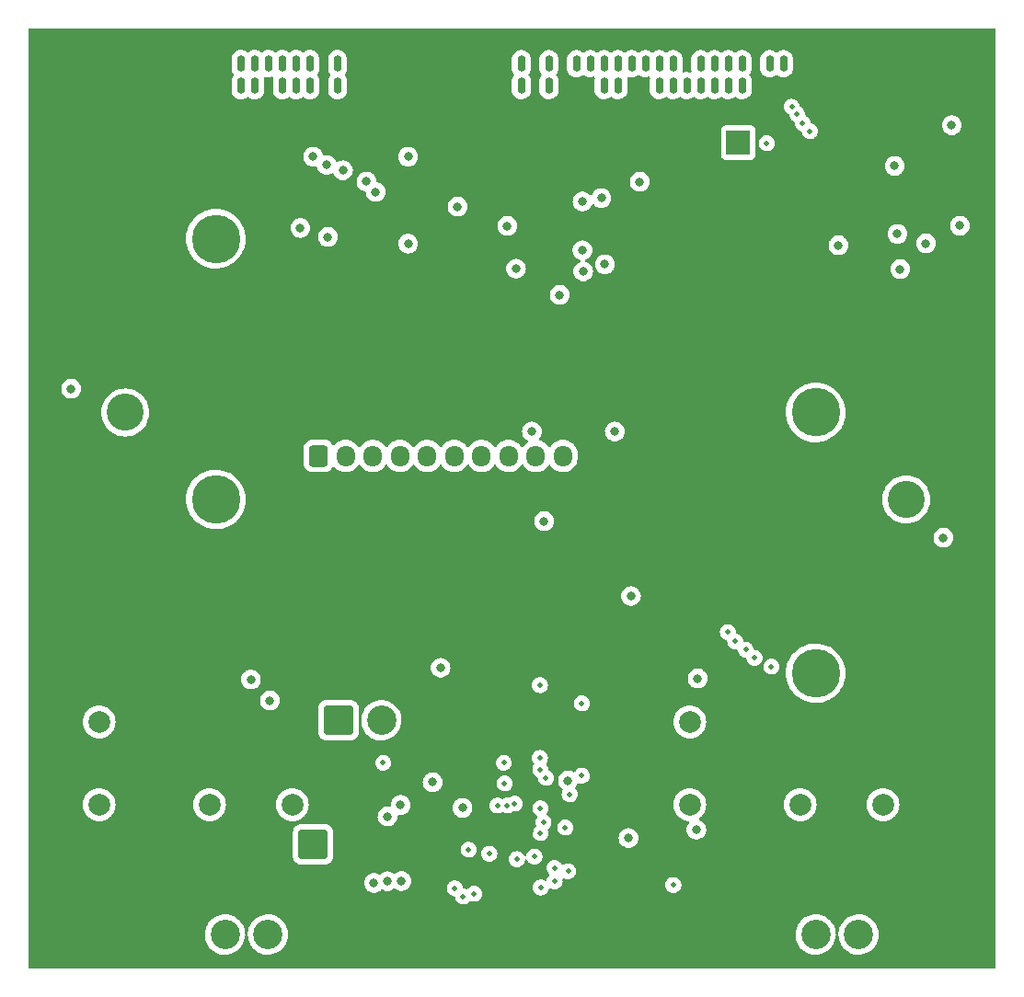
<source format=gbr>
%TF.GenerationSoftware,KiCad,Pcbnew,(6.0.2)*%
%TF.CreationDate,2023-01-13T18:58:57-08:00*%
%TF.ProjectId,ProvesXEPS,50726f76-6573-4584-9550-532e6b696361,rev?*%
%TF.SameCoordinates,Original*%
%TF.FileFunction,Copper,L2,Inr*%
%TF.FilePolarity,Positive*%
%FSLAX46Y46*%
G04 Gerber Fmt 4.6, Leading zero omitted, Abs format (unit mm)*
G04 Created by KiCad (PCBNEW (6.0.2)) date 2023-01-13 18:58:57*
%MOMM*%
%LPD*%
G01*
G04 APERTURE LIST*
G04 Aperture macros list*
%AMRoundRect*
0 Rectangle with rounded corners*
0 $1 Rounding radius*
0 $2 $3 $4 $5 $6 $7 $8 $9 X,Y pos of 4 corners*
0 Add a 4 corners polygon primitive as box body*
4,1,4,$2,$3,$4,$5,$6,$7,$8,$9,$2,$3,0*
0 Add four circle primitives for the rounded corners*
1,1,$1+$1,$2,$3*
1,1,$1+$1,$4,$5*
1,1,$1+$1,$6,$7*
1,1,$1+$1,$8,$9*
0 Add four rect primitives between the rounded corners*
20,1,$1+$1,$2,$3,$4,$5,0*
20,1,$1+$1,$4,$5,$6,$7,0*
20,1,$1+$1,$6,$7,$8,$9,0*
20,1,$1+$1,$8,$9,$2,$3,0*%
G04 Aperture macros list end*
%TA.AperFunction,ComponentPad*%
%ADD10RoundRect,0.250001X-1.099999X1.099999X-1.099999X-1.099999X1.099999X-1.099999X1.099999X1.099999X0*%
%TD*%
%TA.AperFunction,ComponentPad*%
%ADD11C,2.700000*%
%TD*%
%TA.AperFunction,ComponentPad*%
%ADD12O,0.750000X1.500000*%
%TD*%
%TA.AperFunction,ComponentPad*%
%ADD13C,2.006600*%
%TD*%
%TA.AperFunction,ComponentPad*%
%ADD14RoundRect,0.250000X-0.600000X-0.725000X0.600000X-0.725000X0.600000X0.725000X-0.600000X0.725000X0*%
%TD*%
%TA.AperFunction,ComponentPad*%
%ADD15O,1.700000X1.950000*%
%TD*%
%TA.AperFunction,ComponentPad*%
%ADD16R,2.200000X2.200000*%
%TD*%
%TA.AperFunction,ComponentPad*%
%ADD17O,2.200000X2.200000*%
%TD*%
%TA.AperFunction,ComponentPad*%
%ADD18C,5.000000*%
%TD*%
%TA.AperFunction,ComponentPad*%
%ADD19RoundRect,0.250001X-1.099999X-1.099999X1.099999X-1.099999X1.099999X1.099999X-1.099999X1.099999X0*%
%TD*%
%TA.AperFunction,ComponentPad*%
%ADD20C,1.450000*%
%TD*%
%TA.AperFunction,ComponentPad*%
%ADD21O,1.200000X1.900000*%
%TD*%
%TA.AperFunction,ComponentPad*%
%ADD22C,0.600000*%
%TD*%
%TA.AperFunction,ComponentPad*%
%ADD23C,4.466000*%
%TD*%
%TA.AperFunction,ComponentPad*%
%ADD24C,3.406000*%
%TD*%
%TA.AperFunction,ViaPad*%
%ADD25C,0.800000*%
%TD*%
%TA.AperFunction,ViaPad*%
%ADD26C,0.460000*%
%TD*%
G04 APERTURE END LIST*
D10*
%TO.N,/Microcontroller/~{USB_BOOT}*%
%TO.C,J6*%
X132250000Y-141250000D03*
D11*
%TO.N,GND*%
X132250000Y-145210000D03*
%TD*%
D12*
%TO.N,VSolar*%
%TO.C,J8*%
X125613854Y-71404591D03*
X125613854Y-69384591D03*
%TO.N,VBatt*%
X126883854Y-71404591D03*
X126883854Y-69384591D03*
%TO.N,GND*%
X128153854Y-71404591D03*
%TO.N,+3.3V*%
X128153854Y-69384591D03*
%TO.N,unconnected-(J8-Pad7)*%
X129423854Y-71404591D03*
%TO.N,unconnected-(J8-Pad8)*%
X129423854Y-69384591D03*
%TO.N,unconnected-(J8-Pad9)*%
X130693854Y-71404591D03*
%TO.N,unconnected-(J8-Pad10)*%
X130693854Y-69384591D03*
%TO.N,unconnected-(J8-Pad11)*%
X131963854Y-71404591D03*
%TO.N,unconnected-(J8-Pad12)*%
X131963854Y-69384591D03*
%TO.N,GND*%
X133233854Y-71404591D03*
X133233854Y-69384591D03*
%TO.N,unconnected-(J8-Pad15)*%
X134503854Y-71404591D03*
%TO.N,unconnected-(J8-Pad16)*%
X134503854Y-69384591D03*
%TD*%
D13*
%TO.N,VBatt*%
%TO.C,K2*%
X166922853Y-137599999D03*
%TO.N,Net-(K2-Pad2)*%
X177082853Y-137599999D03*
%TO.N,VBatt*%
X184702853Y-137599999D03*
%TO.N,GND*%
X184702853Y-129979999D03*
%TO.N,Net-(D4-Pad2)*%
X166922853Y-129979999D03*
%TD*%
D14*
%TO.N,VBatt*%
%TO.C,J1*%
X132750001Y-105500000D03*
D15*
%TO.N,RBF*%
X135250001Y-105500000D03*
%TO.N,VBatt*%
X137750001Y-105500000D03*
%TO.N,F4*%
X140250001Y-105500000D03*
%TO.N,VBatt*%
X142750001Y-105500000D03*
%TO.N,F3*%
X145250001Y-105500000D03*
%TO.N,VBatt*%
X147750001Y-105500000D03*
%TO.N,F2*%
X150250001Y-105500000D03*
%TO.N,VBatt*%
X152750001Y-105500000D03*
%TO.N,F1*%
X155250001Y-105500000D03*
%TD*%
D16*
%TO.N,Net-(D2-Pad1)*%
%TO.C,D2*%
X171379998Y-76652000D03*
D17*
%TO.N,GND*%
X161219998Y-76652000D03*
%TD*%
D18*
%TO.N,GND*%
%TO.C,*%
X113078853Y-143424591D03*
%TD*%
D19*
%TO.N,GND*%
%TO.C,J2*%
X174540002Y-149549999D03*
D11*
%TO.N,unconnected-(J2-Pad2)*%
X178500002Y-149549999D03*
%TO.N,Net-(J2-Pad3)*%
X182460002Y-149549999D03*
%TD*%
D12*
%TO.N,+5V*%
%TO.C,J7*%
X151413852Y-71404590D03*
X151413852Y-69384590D03*
%TO.N,GND*%
X152683852Y-71404590D03*
X152683852Y-69384590D03*
%TO.N,+3.3V*%
X153953852Y-71404590D03*
X153953852Y-69384590D03*
%TO.N,GND*%
X155223852Y-71404590D03*
X155223852Y-69384590D03*
X156493852Y-71404590D03*
%TO.N,unconnected-(J7-Pad10)*%
X156493852Y-69384590D03*
%TO.N,GND*%
X157763852Y-71404590D03*
%TO.N,unconnected-(J7-Pad12)*%
X157763852Y-69384590D03*
%TO.N,unconnected-(J7-Pad13)*%
X159033852Y-71404590D03*
%TO.N,unconnected-(J7-Pad14)*%
X159033852Y-69384590D03*
%TO.N,unconnected-(J7-Pad15)*%
X160303852Y-71404590D03*
%TO.N,unconnected-(J7-Pad16)*%
X160303852Y-69384590D03*
%TO.N,GND*%
X161573852Y-71404590D03*
%TO.N,GPIO5*%
X161573852Y-69384590D03*
%TO.N,GND*%
X162843852Y-71404590D03*
%TO.N,unconnected-(J7-Pad20)*%
X162843852Y-69384590D03*
%TO.N,unconnected-(J7-Pad21)*%
X164113852Y-71404590D03*
%TO.N,unconnected-(J7-Pad22)*%
X164113852Y-69384590D03*
%TO.N,unconnected-(J7-Pad23)*%
X165383852Y-71404590D03*
%TO.N,unconnected-(J7-Pad24)*%
X165383852Y-69384590D03*
%TO.N,unconnected-(J7-Pad25)*%
X166653852Y-71404590D03*
%TO.N,GND*%
X166653852Y-69384590D03*
%TO.N,unconnected-(J7-Pad27)*%
X167923852Y-71404590D03*
%TO.N,SPIO_SCK*%
X167923852Y-69384590D03*
%TO.N,unconnected-(J7-Pad29)*%
X169193852Y-71404590D03*
%TO.N,SPIO_MOSI*%
X169193852Y-69384590D03*
%TO.N,unconnected-(J7-Pad31)*%
X170463852Y-71404590D03*
%TO.N,SPIO_MISO*%
X170463852Y-69384590D03*
%TO.N,unconnected-(J7-Pad33)*%
X171733852Y-71404590D03*
%TO.N,SPIO_CS*%
X171733852Y-69384590D03*
%TO.N,GND*%
X173003852Y-71404590D03*
X173003852Y-69384590D03*
X174273852Y-71404590D03*
%TO.N,UART0_RX*%
X174273852Y-69384590D03*
%TO.N,GND*%
X175543852Y-71404590D03*
%TO.N,UART0_TX*%
X175543852Y-69384590D03*
%TD*%
D18*
%TO.N,GND*%
%TO.C,*%
X188078854Y-69624589D03*
%TD*%
D20*
%TO.N,GND*%
%TO.C,J5*%
X147500000Y-149037500D03*
D21*
X146500000Y-151737500D03*
X153500000Y-151737500D03*
D20*
X152500000Y-149037500D03*
%TD*%
D19*
%TO.N,/Microcontroller/SWD*%
%TO.C,J4*%
X134575000Y-129825000D03*
D11*
%TO.N,/Microcontroller/SWCLK*%
X138535000Y-129825000D03*
%TD*%
D18*
%TO.N,GND*%
%TO.C,*%
X113078853Y-69624591D03*
%TD*%
D19*
%TO.N,GND*%
%TO.C,J3*%
X120183700Y-149550000D03*
D11*
%TO.N,unconnected-(J3-Pad2)*%
X124143700Y-149550000D03*
%TO.N,Net-(J3-Pad3)*%
X128103700Y-149550000D03*
%TD*%
D13*
%TO.N,VBatt*%
%TO.C,K1*%
X112566550Y-137599999D03*
%TO.N,Net-(K1-Pad2)*%
X122726550Y-137599999D03*
%TO.N,VBatt*%
X130346550Y-137599999D03*
%TO.N,GND*%
X130346550Y-129979999D03*
%TO.N,Net-(D3-Pad2)*%
X112566550Y-129979999D03*
%TD*%
D18*
%TO.N,GND*%
%TO.C,*%
X188078854Y-143424591D03*
%TD*%
D22*
%TO.N,GND*%
%TO.C,U4*%
X152275000Y-141275000D03*
X149725000Y-140000000D03*
X152275000Y-138725000D03*
X151000000Y-140000000D03*
X151000000Y-141275000D03*
X152275000Y-140000000D03*
X151000000Y-138725000D03*
X149725000Y-141275000D03*
X149725000Y-138725000D03*
%TD*%
D23*
%TO.N,N/C*%
%TO.C,U14*%
X123300000Y-109500000D03*
X178500000Y-125500000D03*
D24*
X186830000Y-109500000D03*
%TD*%
D23*
%TO.N,N/C*%
%TO.C,U11*%
X178500000Y-101500000D03*
X123300000Y-85500000D03*
D24*
X114970000Y-101500000D03*
%TD*%
D25*
%TO.N,Net-(C2-Pad1)*%
X133500000Y-78699500D03*
X135000000Y-79199500D03*
%TO.N,Net-(C4-Pad1)*%
X150922502Y-88252501D03*
X157032502Y-86552501D03*
X157042502Y-82062501D03*
%TO.N,Net-(C7-Pad2)*%
X131070000Y-84509500D03*
X137160000Y-80229500D03*
%TO.N,Net-(C15-Pad1)*%
X186270000Y-88300001D03*
X186019999Y-85050001D03*
D26*
%TO.N,+1V1*%
X150114000Y-137668000D03*
X151003000Y-142621000D03*
X147066000Y-145796000D03*
%TO.N,+3.3V*%
X149800000Y-133750000D03*
D25*
X185770000Y-78800001D03*
X146000000Y-137900000D03*
D26*
X146050000Y-146050000D03*
X146558000Y-141732000D03*
X150800000Y-137490000D03*
X155725000Y-143725000D03*
D25*
X180594000Y-86106000D03*
D26*
X153447876Y-139223876D03*
X138700000Y-133750000D03*
D25*
%TO.N,VCHG*%
X145542000Y-82550000D03*
X162306000Y-80264000D03*
D26*
%TO.N,/Microcontroller/XIN*%
X153125000Y-126600000D03*
X153125000Y-133300000D03*
D25*
%TO.N,VBatt*%
X161500000Y-118387600D03*
X188650000Y-85922948D03*
X160015201Y-103250000D03*
X158782852Y-81755148D03*
X143984200Y-125000000D03*
X152387600Y-103250000D03*
%TO.N,Net-(IC2-Pad16)*%
X132250000Y-77949500D03*
X138000000Y-81199500D03*
%TO.N,F2*%
X153500000Y-111499999D03*
D26*
%TO.N,/Microcontroller/SWD*%
X149200000Y-137675000D03*
%TO.N,/Microcontroller/SWCLK*%
X149860000Y-135636000D03*
%TO.N,GPIO5*%
X153162000Y-137922000D03*
%TO.N,SPIO_SCK*%
X174420000Y-124880000D03*
X177950000Y-75600000D03*
%TO.N,SPIO_MOSI*%
X177300000Y-74850000D03*
X172870000Y-124090000D03*
%TO.N,SPIO_MISO*%
X172070000Y-123340000D03*
X176800000Y-74050000D03*
%TO.N,SPIO_CS*%
X176300000Y-73350000D03*
X171100000Y-122570000D03*
D25*
%TO.N,UART0_RX*%
X161270000Y-140670000D03*
%TO.N,UART0_TX*%
X167520000Y-139900000D03*
%TO.N,Net-(Q16-Pad3)*%
X191019999Y-75050001D03*
X191770000Y-84300002D03*
D26*
%TO.N,BurnRelay2*%
X153162000Y-134366000D03*
D25*
X126530000Y-126080000D03*
%TO.N,BurnRelay1*%
X167640000Y-125984000D03*
X155702000Y-135382000D03*
%TO.N,batt2+*%
X190246000Y-113030000D03*
X154940000Y-90678000D03*
D26*
%TO.N,VBUS_RESET*%
X173990000Y-76708000D03*
X170420000Y-121720000D03*
X156972000Y-128270000D03*
X156970000Y-134920000D03*
%TO.N,EN_Burn1*%
X165400000Y-145000000D03*
X155850000Y-136650000D03*
%TO.N,EN_Burn2*%
X153670000Y-135128000D03*
D25*
X128270000Y-128016000D03*
%TO.N,/Microcontroller/QSPI_SS*%
X143250000Y-135525000D03*
D26*
X154475000Y-143425000D03*
D25*
%TO.N,batt1+*%
X109982000Y-99314000D03*
X150114000Y-84328000D03*
%TO.N,SCL_I2C_1*%
X159100000Y-87850000D03*
D26*
X155448000Y-139700000D03*
D25*
%TO.N,SDA_I2C_1*%
X157110000Y-88510000D03*
D26*
X153162000Y-140208000D03*
%TO.N,/Microcontroller/QSPI_SD3*%
X145288000Y-145288000D03*
D25*
X140375000Y-144625000D03*
%TO.N,/Microcontroller/QSPI_SCLK*%
X139075000Y-144650000D03*
D26*
X148463000Y-142113000D03*
%TO.N,/Microcontroller/QSPI_SD0*%
X152625000Y-142375000D03*
D25*
X137850000Y-144800000D03*
%TO.N,/Microcontroller/QSPI_SD2*%
X139100000Y-138675000D03*
D26*
X153200000Y-145225000D03*
%TO.N,/Microcontroller/QSPI_SD1*%
X154475000Y-144650000D03*
D25*
X140300000Y-137625000D03*
%TO.N,GND*%
X116078000Y-132080000D03*
X161036000Y-134112000D03*
X133250000Y-81699500D03*
X130048000Y-83312000D03*
D26*
X146850000Y-129250000D03*
X156450000Y-139650000D03*
D25*
X135250000Y-76699500D03*
X138430000Y-109474000D03*
X119750000Y-139740000D03*
X134112000Y-109220000D03*
%TO.N,Net-(C10-Pad1)*%
X141000000Y-77949500D03*
X141000000Y-85949500D03*
X133604000Y-85344000D03*
%TD*%
%TA.AperFunction,Conductor*%
%TO.N,GND*%
G36*
X150578854Y-66128590D02*
G01*
X194948853Y-66128591D01*
X195016974Y-66148593D01*
X195063467Y-66202249D01*
X195074853Y-66254591D01*
X195074852Y-152594592D01*
X195054850Y-152662713D01*
X195001194Y-152709206D01*
X194948852Y-152720592D01*
X106208854Y-152720590D01*
X106140733Y-152700588D01*
X106094240Y-152646932D01*
X106082854Y-152594590D01*
X106082854Y-149491600D01*
X122285380Y-149491600D01*
X122285555Y-149496051D01*
X122285555Y-149496052D01*
X122292262Y-149666741D01*
X122295691Y-149754022D01*
X122296491Y-149758401D01*
X122296491Y-149758402D01*
X122327288Y-149927029D01*
X122342874Y-150012373D01*
X122425989Y-150261499D01*
X122427982Y-150265487D01*
X122505184Y-150419992D01*
X122543377Y-150496429D01*
X122692695Y-150712474D01*
X122695711Y-150715736D01*
X122695716Y-150715743D01*
X122867949Y-150902063D01*
X122867954Y-150902067D01*
X122870965Y-150905325D01*
X123074629Y-151071134D01*
X123078447Y-151073433D01*
X123078449Y-151073434D01*
X123295804Y-151204292D01*
X123299624Y-151206592D01*
X123412647Y-151254451D01*
X123537363Y-151307262D01*
X123537366Y-151307263D01*
X123541461Y-151308997D01*
X123545753Y-151310135D01*
X123545756Y-151310136D01*
X123791017Y-151375166D01*
X123791021Y-151375167D01*
X123795314Y-151376305D01*
X123799723Y-151376827D01*
X123799729Y-151376828D01*
X123970209Y-151397005D01*
X124056118Y-151407173D01*
X124318670Y-151400986D01*
X124399243Y-151387575D01*
X124573340Y-151358597D01*
X124573344Y-151358596D01*
X124577730Y-151357866D01*
X124581971Y-151356525D01*
X124581974Y-151356524D01*
X124823885Y-151280018D01*
X124823887Y-151280017D01*
X124828131Y-151278675D01*
X124832142Y-151276749D01*
X124832147Y-151276747D01*
X125060856Y-151166922D01*
X125060857Y-151166921D01*
X125064875Y-151164992D01*
X125174684Y-151091620D01*
X125279531Y-151021563D01*
X125279535Y-151021560D01*
X125283239Y-151019085D01*
X125286556Y-151016114D01*
X125286560Y-151016111D01*
X125475549Y-150846839D01*
X125475550Y-150846838D01*
X125478867Y-150843867D01*
X125647854Y-150642832D01*
X125786830Y-150419992D01*
X125893020Y-150179794D01*
X125964307Y-149927030D01*
X125987545Y-149754021D01*
X125998841Y-149669924D01*
X125998842Y-149669916D01*
X125999268Y-149666742D01*
X125999763Y-149650992D01*
X126021895Y-149583534D01*
X126055986Y-149555820D01*
X126051479Y-149553176D01*
X126192608Y-149553176D01*
X126211164Y-149562366D01*
X126247653Y-149623268D01*
X126251604Y-149650003D01*
X126255691Y-149754022D01*
X126256491Y-149758401D01*
X126256491Y-149758402D01*
X126287288Y-149927029D01*
X126302874Y-150012373D01*
X126385989Y-150261499D01*
X126387982Y-150265487D01*
X126465184Y-150419992D01*
X126503377Y-150496429D01*
X126652695Y-150712474D01*
X126655711Y-150715736D01*
X126655716Y-150715743D01*
X126827949Y-150902063D01*
X126827954Y-150902067D01*
X126830965Y-150905325D01*
X127034629Y-151071134D01*
X127038447Y-151073433D01*
X127038449Y-151073434D01*
X127255804Y-151204292D01*
X127259624Y-151206592D01*
X127372647Y-151254451D01*
X127497363Y-151307262D01*
X127497366Y-151307263D01*
X127501461Y-151308997D01*
X127505753Y-151310135D01*
X127505756Y-151310136D01*
X127751017Y-151375166D01*
X127751021Y-151375167D01*
X127755314Y-151376305D01*
X127759723Y-151376827D01*
X127759729Y-151376828D01*
X127930209Y-151397005D01*
X128016118Y-151407173D01*
X128278670Y-151400986D01*
X128359243Y-151387575D01*
X128533340Y-151358597D01*
X128533344Y-151358596D01*
X128537730Y-151357866D01*
X128541971Y-151356525D01*
X128541974Y-151356524D01*
X128783885Y-151280018D01*
X128783887Y-151280017D01*
X128788131Y-151278675D01*
X128792142Y-151276749D01*
X128792147Y-151276747D01*
X129020856Y-151166922D01*
X129020857Y-151166921D01*
X129024875Y-151164992D01*
X129134684Y-151091620D01*
X129239531Y-151021563D01*
X129239535Y-151021560D01*
X129243239Y-151019085D01*
X129246556Y-151016114D01*
X129246560Y-151016111D01*
X129435549Y-150846839D01*
X129435550Y-150846838D01*
X129438867Y-150843867D01*
X129607854Y-150642832D01*
X129746830Y-150419992D01*
X129853020Y-150179794D01*
X129924307Y-149927030D01*
X129947545Y-149754021D01*
X129958841Y-149669924D01*
X129958842Y-149669916D01*
X129959268Y-149666742D01*
X129961883Y-149583533D01*
X129962836Y-149553222D01*
X129962836Y-149553217D01*
X129962937Y-149550000D01*
X129962300Y-149540996D01*
X129958802Y-149491599D01*
X176641682Y-149491599D01*
X176651993Y-149754021D01*
X176699176Y-150012372D01*
X176782291Y-150261498D01*
X176784284Y-150265486D01*
X176861486Y-150419991D01*
X176899679Y-150496428D01*
X177048997Y-150712473D01*
X177052013Y-150715735D01*
X177052018Y-150715742D01*
X177224251Y-150902062D01*
X177224256Y-150902066D01*
X177227267Y-150905324D01*
X177430931Y-151071133D01*
X177434749Y-151073432D01*
X177434751Y-151073433D01*
X177586829Y-151164991D01*
X177655926Y-151206591D01*
X177660033Y-151208330D01*
X177893665Y-151307261D01*
X177893668Y-151307262D01*
X177897763Y-151308996D01*
X177902055Y-151310134D01*
X177902058Y-151310135D01*
X178147319Y-151375165D01*
X178147323Y-151375166D01*
X178151616Y-151376304D01*
X178156025Y-151376826D01*
X178156031Y-151376827D01*
X178326511Y-151397004D01*
X178412420Y-151407172D01*
X178674972Y-151400985D01*
X178755545Y-151387574D01*
X178929642Y-151358596D01*
X178929646Y-151358595D01*
X178934032Y-151357865D01*
X178938273Y-151356524D01*
X178938276Y-151356523D01*
X179180187Y-151280017D01*
X179180189Y-151280016D01*
X179184433Y-151278674D01*
X179188446Y-151276747D01*
X179188449Y-151276746D01*
X179417158Y-151166921D01*
X179417159Y-151166920D01*
X179421177Y-151164991D01*
X179558201Y-151073434D01*
X179635833Y-151021562D01*
X179635837Y-151021559D01*
X179639541Y-151019084D01*
X179642858Y-151016113D01*
X179642862Y-151016110D01*
X179831851Y-150846838D01*
X179831852Y-150846837D01*
X179835169Y-150843866D01*
X180004156Y-150642831D01*
X180143132Y-150419991D01*
X180249322Y-150179793D01*
X180320609Y-149927029D01*
X180332674Y-149837207D01*
X180355143Y-149669923D01*
X180355144Y-149669915D01*
X180355570Y-149666741D01*
X180356065Y-149650992D01*
X180378197Y-149583533D01*
X180412288Y-149555819D01*
X180407781Y-149553175D01*
X180548910Y-149553175D01*
X180567466Y-149562365D01*
X180603955Y-149623267D01*
X180607906Y-149650003D01*
X180611993Y-149754021D01*
X180659176Y-150012372D01*
X180742291Y-150261498D01*
X180744284Y-150265486D01*
X180821486Y-150419991D01*
X180859679Y-150496428D01*
X181008997Y-150712473D01*
X181012013Y-150715735D01*
X181012018Y-150715742D01*
X181184251Y-150902062D01*
X181184256Y-150902066D01*
X181187267Y-150905324D01*
X181390931Y-151071133D01*
X181394749Y-151073432D01*
X181394751Y-151073433D01*
X181546829Y-151164991D01*
X181615926Y-151206591D01*
X181620033Y-151208330D01*
X181853665Y-151307261D01*
X181853668Y-151307262D01*
X181857763Y-151308996D01*
X181862055Y-151310134D01*
X181862058Y-151310135D01*
X182107319Y-151375165D01*
X182107323Y-151375166D01*
X182111616Y-151376304D01*
X182116025Y-151376826D01*
X182116031Y-151376827D01*
X182286511Y-151397004D01*
X182372420Y-151407172D01*
X182634972Y-151400985D01*
X182715545Y-151387574D01*
X182889642Y-151358596D01*
X182889646Y-151358595D01*
X182894032Y-151357865D01*
X182898273Y-151356524D01*
X182898276Y-151356523D01*
X183140187Y-151280017D01*
X183140189Y-151280016D01*
X183144433Y-151278674D01*
X183148446Y-151276747D01*
X183148449Y-151276746D01*
X183377158Y-151166921D01*
X183377159Y-151166920D01*
X183381177Y-151164991D01*
X183518201Y-151073434D01*
X183595833Y-151021562D01*
X183595837Y-151021559D01*
X183599541Y-151019084D01*
X183602858Y-151016113D01*
X183602862Y-151016110D01*
X183791851Y-150846838D01*
X183791852Y-150846837D01*
X183795169Y-150843866D01*
X183964156Y-150642831D01*
X184103132Y-150419991D01*
X184209322Y-150179793D01*
X184280609Y-149927029D01*
X184292674Y-149837207D01*
X184315143Y-149669923D01*
X184315144Y-149669915D01*
X184315570Y-149666741D01*
X184318185Y-149583533D01*
X184319138Y-149553221D01*
X184319138Y-149553216D01*
X184319239Y-149549999D01*
X184318602Y-149540995D01*
X184301006Y-149292482D01*
X184300691Y-149288030D01*
X184289226Y-149234774D01*
X184246352Y-149035635D01*
X184246352Y-149035633D01*
X184245416Y-149031288D01*
X184154517Y-148784896D01*
X184029808Y-148553770D01*
X183873777Y-148342521D01*
X183827625Y-148295638D01*
X183692668Y-148158546D01*
X183689537Y-148155365D01*
X183480766Y-147996035D01*
X183251627Y-147867711D01*
X183194815Y-147845732D01*
X183010848Y-147774560D01*
X183010842Y-147774558D01*
X183006693Y-147772953D01*
X183002361Y-147771949D01*
X183002358Y-147771948D01*
X182897749Y-147747701D01*
X182750851Y-147713652D01*
X182489206Y-147690991D01*
X182484771Y-147691235D01*
X182484767Y-147691235D01*
X182231421Y-147705178D01*
X182231414Y-147705179D01*
X182226978Y-147705423D01*
X181969399Y-147756658D01*
X181721610Y-147843676D01*
X181717659Y-147845729D01*
X181717653Y-147845731D01*
X181492503Y-147962687D01*
X181488553Y-147964739D01*
X181484938Y-147967322D01*
X181484932Y-147967326D01*
X181349868Y-148063844D01*
X181274880Y-148117432D01*
X181084853Y-148298709D01*
X181082097Y-148302205D01*
X181082096Y-148302206D01*
X181047482Y-148346114D01*
X180922263Y-148504953D01*
X180891633Y-148557687D01*
X180792590Y-148728201D01*
X180792590Y-148728202D01*
X180790356Y-148732048D01*
X180788686Y-148736171D01*
X180767259Y-148789073D01*
X180691763Y-148975463D01*
X180690692Y-148979776D01*
X180690690Y-148979781D01*
X180676816Y-149035635D01*
X180628450Y-149230342D01*
X180627996Y-149234773D01*
X180604149Y-149467520D01*
X180577308Y-149533247D01*
X180548910Y-149553175D01*
X180407781Y-149553175D01*
X180387016Y-149540995D01*
X180354920Y-149477668D01*
X180353120Y-149463576D01*
X180341006Y-149292482D01*
X180340691Y-149288030D01*
X180329226Y-149234774D01*
X180286352Y-149035635D01*
X180286352Y-149035633D01*
X180285416Y-149031288D01*
X180194517Y-148784896D01*
X180069808Y-148553770D01*
X179913777Y-148342521D01*
X179867625Y-148295638D01*
X179732668Y-148158546D01*
X179729537Y-148155365D01*
X179520766Y-147996035D01*
X179291627Y-147867711D01*
X179234815Y-147845732D01*
X179050848Y-147774560D01*
X179050842Y-147774558D01*
X179046693Y-147772953D01*
X179042361Y-147771949D01*
X179042358Y-147771948D01*
X178937749Y-147747701D01*
X178790851Y-147713652D01*
X178529206Y-147690991D01*
X178524771Y-147691235D01*
X178524767Y-147691235D01*
X178271421Y-147705178D01*
X178271414Y-147705179D01*
X178266978Y-147705423D01*
X178009399Y-147756658D01*
X177761610Y-147843676D01*
X177757659Y-147845729D01*
X177757653Y-147845731D01*
X177532503Y-147962687D01*
X177528553Y-147964739D01*
X177524938Y-147967322D01*
X177524932Y-147967326D01*
X177389868Y-148063844D01*
X177314880Y-148117432D01*
X177124853Y-148298709D01*
X177122097Y-148302205D01*
X177122096Y-148302206D01*
X177087482Y-148346114D01*
X176962263Y-148504953D01*
X176931633Y-148557687D01*
X176832590Y-148728201D01*
X176832590Y-148728202D01*
X176830356Y-148732048D01*
X176828686Y-148736171D01*
X176807259Y-148789073D01*
X176731763Y-148975463D01*
X176730692Y-148979776D01*
X176730690Y-148979781D01*
X176716816Y-149035635D01*
X176668450Y-149230342D01*
X176641682Y-149491599D01*
X129958802Y-149491599D01*
X129944704Y-149292483D01*
X129944704Y-149292482D01*
X129944389Y-149288031D01*
X129931039Y-149226020D01*
X129890050Y-149035636D01*
X129890050Y-149035634D01*
X129889114Y-149031289D01*
X129798215Y-148784897D01*
X129673506Y-148553771D01*
X129517475Y-148342522D01*
X129471322Y-148295638D01*
X129336366Y-148158547D01*
X129336365Y-148158546D01*
X129333235Y-148155366D01*
X129124464Y-147996036D01*
X128895325Y-147867712D01*
X128891163Y-147866102D01*
X128654546Y-147774561D01*
X128654540Y-147774559D01*
X128650391Y-147772954D01*
X128646059Y-147771950D01*
X128646056Y-147771949D01*
X128541447Y-147747702D01*
X128394549Y-147713653D01*
X128132904Y-147690992D01*
X128128469Y-147691236D01*
X128128465Y-147691236D01*
X127875119Y-147705179D01*
X127875112Y-147705180D01*
X127870676Y-147705424D01*
X127613097Y-147756659D01*
X127365308Y-147843677D01*
X127361357Y-147845730D01*
X127361351Y-147845732D01*
X127136203Y-147962687D01*
X127132251Y-147964740D01*
X127128636Y-147967323D01*
X127128630Y-147967327D01*
X127084675Y-147998738D01*
X126918578Y-148117433D01*
X126728551Y-148298710D01*
X126725795Y-148302206D01*
X126725794Y-148302207D01*
X126568718Y-148501457D01*
X126565961Y-148504954D01*
X126506598Y-148607156D01*
X126436288Y-148728202D01*
X126436285Y-148728208D01*
X126434054Y-148732049D01*
X126432384Y-148736171D01*
X126432384Y-148736172D01*
X126337133Y-148971337D01*
X126335461Y-148975464D01*
X126334390Y-148979777D01*
X126334388Y-148979782D01*
X126321594Y-149031288D01*
X126272148Y-149230343D01*
X126271694Y-149234773D01*
X126271694Y-149234774D01*
X126247847Y-149467521D01*
X126221006Y-149533248D01*
X126192608Y-149553176D01*
X126051479Y-149553176D01*
X126030714Y-149540996D01*
X125998618Y-149477669D01*
X125996818Y-149463577D01*
X125984704Y-149292483D01*
X125984704Y-149292482D01*
X125984389Y-149288031D01*
X125971039Y-149226020D01*
X125930050Y-149035636D01*
X125930050Y-149035634D01*
X125929114Y-149031289D01*
X125838215Y-148784897D01*
X125713506Y-148553771D01*
X125557475Y-148342522D01*
X125511322Y-148295638D01*
X125376366Y-148158547D01*
X125376365Y-148158546D01*
X125373235Y-148155366D01*
X125164464Y-147996036D01*
X124935325Y-147867712D01*
X124931163Y-147866102D01*
X124694546Y-147774561D01*
X124694540Y-147774559D01*
X124690391Y-147772954D01*
X124686059Y-147771950D01*
X124686056Y-147771949D01*
X124581447Y-147747702D01*
X124434549Y-147713653D01*
X124172904Y-147690992D01*
X124168469Y-147691236D01*
X124168465Y-147691236D01*
X123915119Y-147705179D01*
X123915112Y-147705180D01*
X123910676Y-147705424D01*
X123653097Y-147756659D01*
X123405308Y-147843677D01*
X123401357Y-147845730D01*
X123401351Y-147845732D01*
X123176203Y-147962687D01*
X123172251Y-147964740D01*
X123168636Y-147967323D01*
X123168630Y-147967327D01*
X123124675Y-147998738D01*
X122958578Y-148117433D01*
X122768551Y-148298710D01*
X122765795Y-148302206D01*
X122765794Y-148302207D01*
X122608718Y-148501457D01*
X122605961Y-148504954D01*
X122546598Y-148607156D01*
X122476288Y-148728202D01*
X122476285Y-148728208D01*
X122474054Y-148732049D01*
X122472384Y-148736171D01*
X122472384Y-148736172D01*
X122377133Y-148971337D01*
X122375461Y-148975464D01*
X122374390Y-148979777D01*
X122374388Y-148979782D01*
X122361594Y-149031288D01*
X122312148Y-149230343D01*
X122285380Y-149491600D01*
X106082854Y-149491600D01*
X106082854Y-144800000D01*
X136940518Y-144800000D01*
X136941208Y-144806565D01*
X136958941Y-144975282D01*
X136960392Y-144989092D01*
X137019147Y-145169920D01*
X137022450Y-145175642D01*
X137022451Y-145175643D01*
X137042202Y-145209853D01*
X137114214Y-145334580D01*
X137118632Y-145339487D01*
X137118633Y-145339488D01*
X137231277Y-145464592D01*
X137241438Y-145475877D01*
X137322864Y-145535037D01*
X137363355Y-145564455D01*
X137395259Y-145587635D01*
X137401287Y-145590319D01*
X137401289Y-145590320D01*
X137562756Y-145662209D01*
X137568955Y-145664969D01*
X137661944Y-145684735D01*
X137748476Y-145703128D01*
X137748480Y-145703128D01*
X137754933Y-145704500D01*
X137945067Y-145704500D01*
X137951520Y-145703128D01*
X137951524Y-145703128D01*
X138038056Y-145684735D01*
X138131045Y-145664969D01*
X138137244Y-145662209D01*
X138298711Y-145590320D01*
X138298713Y-145590319D01*
X138304741Y-145587635D01*
X138336646Y-145564455D01*
X138377136Y-145535037D01*
X138458562Y-145475877D01*
X138468723Y-145464592D01*
X138529168Y-145427352D01*
X138600152Y-145428704D01*
X138619932Y-145437397D01*
X138620259Y-145437635D01*
X138793955Y-145514969D01*
X138862318Y-145529500D01*
X138973476Y-145553128D01*
X138973480Y-145553128D01*
X138979933Y-145554500D01*
X139170067Y-145554500D01*
X139176520Y-145553128D01*
X139176524Y-145553128D01*
X139287682Y-145529500D01*
X139356045Y-145514969D01*
X139409115Y-145491341D01*
X139523711Y-145440320D01*
X139523713Y-145440319D01*
X139529741Y-145437635D01*
X139542034Y-145428704D01*
X139668144Y-145337079D01*
X139735012Y-145313221D01*
X139804163Y-145329301D01*
X139816262Y-145337077D01*
X139857712Y-145367192D01*
X139883129Y-145385658D01*
X139920259Y-145412635D01*
X139926287Y-145415319D01*
X139926289Y-145415320D01*
X140087924Y-145487284D01*
X140093955Y-145489969D01*
X140186944Y-145509734D01*
X140273476Y-145528128D01*
X140273480Y-145528128D01*
X140279933Y-145529500D01*
X140470067Y-145529500D01*
X140476520Y-145528128D01*
X140476524Y-145528128D01*
X140563056Y-145509734D01*
X140656045Y-145489969D01*
X140662076Y-145487284D01*
X140823711Y-145415320D01*
X140823713Y-145415319D01*
X140829741Y-145412635D01*
X140866872Y-145385658D01*
X140895667Y-145364737D01*
X140983562Y-145300877D01*
X140992013Y-145291491D01*
X141004448Y-145277680D01*
X144548924Y-145277680D01*
X144565004Y-145441678D01*
X144617018Y-145598037D01*
X144620665Y-145604059D01*
X144620666Y-145604061D01*
X144693722Y-145724690D01*
X144702381Y-145738988D01*
X144816849Y-145857523D01*
X144954735Y-145947753D01*
X144961339Y-145950209D01*
X145102582Y-146002737D01*
X145102584Y-146002738D01*
X145109184Y-146005192D01*
X145116167Y-146006124D01*
X145116168Y-146006124D01*
X145211183Y-146018802D01*
X145276060Y-146047638D01*
X145315048Y-146106971D01*
X145319917Y-146131399D01*
X145327004Y-146203678D01*
X145379018Y-146360037D01*
X145382665Y-146366059D01*
X145382666Y-146366061D01*
X145446406Y-146471307D01*
X145464381Y-146500988D01*
X145578849Y-146619523D01*
X145716735Y-146709753D01*
X145723339Y-146712209D01*
X145864582Y-146764737D01*
X145864584Y-146764738D01*
X145871184Y-146767192D01*
X145878165Y-146768123D01*
X145878167Y-146768124D01*
X146027539Y-146788055D01*
X146027543Y-146788055D01*
X146034520Y-146788986D01*
X146041531Y-146788348D01*
X146041535Y-146788348D01*
X146191605Y-146774690D01*
X146198626Y-146774051D01*
X146205328Y-146771873D01*
X146205330Y-146771873D01*
X146348646Y-146725307D01*
X146348649Y-146725306D01*
X146355345Y-146723130D01*
X146496888Y-146638753D01*
X146501982Y-146633902D01*
X146501986Y-146633899D01*
X146606832Y-146534055D01*
X146616220Y-146525115D01*
X146620993Y-146517931D01*
X146621771Y-146517278D01*
X146624645Y-146513852D01*
X146625247Y-146514357D01*
X146675350Y-146472261D01*
X146745770Y-146463228D01*
X146769861Y-146469560D01*
X146777124Y-146472261D01*
X146880582Y-146510737D01*
X146880584Y-146510738D01*
X146887184Y-146513192D01*
X146894165Y-146514123D01*
X146894167Y-146514124D01*
X147043539Y-146534055D01*
X147043543Y-146534055D01*
X147050520Y-146534986D01*
X147057531Y-146534348D01*
X147057535Y-146534348D01*
X147207605Y-146520690D01*
X147214626Y-146520051D01*
X147221328Y-146517873D01*
X147221330Y-146517873D01*
X147364646Y-146471307D01*
X147364649Y-146471306D01*
X147371345Y-146469130D01*
X147512888Y-146384753D01*
X147517982Y-146379902D01*
X147517986Y-146379899D01*
X147582941Y-146318042D01*
X147632220Y-146271115D01*
X147723410Y-146133863D01*
X147772288Y-146005192D01*
X147779426Y-145986402D01*
X147779427Y-145986397D01*
X147781926Y-145979819D01*
X147784282Y-145963055D01*
X147804309Y-145820560D01*
X147804309Y-145820557D01*
X147804860Y-145816638D01*
X147805148Y-145796000D01*
X147786780Y-145632243D01*
X147732588Y-145476625D01*
X147719733Y-145456052D01*
X147648998Y-145342854D01*
X147645265Y-145336880D01*
X147529153Y-145219954D01*
X147520843Y-145214680D01*
X152460924Y-145214680D01*
X152477004Y-145378678D01*
X152529018Y-145535037D01*
X152532665Y-145541059D01*
X152532666Y-145541061D01*
X152608539Y-145666341D01*
X152614381Y-145675988D01*
X152728849Y-145794523D01*
X152866735Y-145884753D01*
X152873339Y-145887209D01*
X153014582Y-145939737D01*
X153014584Y-145939738D01*
X153021184Y-145942192D01*
X153028165Y-145943123D01*
X153028167Y-145943124D01*
X153177539Y-145963055D01*
X153177543Y-145963055D01*
X153184520Y-145963986D01*
X153191531Y-145963348D01*
X153191535Y-145963348D01*
X153341605Y-145949690D01*
X153348626Y-145949051D01*
X153355328Y-145946873D01*
X153355330Y-145946873D01*
X153498646Y-145900307D01*
X153498649Y-145900306D01*
X153505345Y-145898130D01*
X153646888Y-145813753D01*
X153651982Y-145808902D01*
X153651986Y-145808899D01*
X153731724Y-145732965D01*
X153766220Y-145700115D01*
X153778886Y-145681052D01*
X153837814Y-145592357D01*
X153857410Y-145562863D01*
X153890453Y-145475877D01*
X153913426Y-145415402D01*
X153913427Y-145415397D01*
X153915926Y-145408819D01*
X153920062Y-145379388D01*
X153949349Y-145314715D01*
X154008953Y-145276141D01*
X154079949Y-145275916D01*
X154113825Y-145291489D01*
X154141735Y-145309753D01*
X154148339Y-145312209D01*
X154289582Y-145364737D01*
X154289584Y-145364738D01*
X154296184Y-145367192D01*
X154303165Y-145368123D01*
X154303167Y-145368124D01*
X154452539Y-145388055D01*
X154452543Y-145388055D01*
X154459520Y-145388986D01*
X154466531Y-145388348D01*
X154466535Y-145388348D01*
X154616605Y-145374690D01*
X154623626Y-145374051D01*
X154630328Y-145371873D01*
X154630330Y-145371873D01*
X154773646Y-145325307D01*
X154773649Y-145325306D01*
X154780345Y-145323130D01*
X154921888Y-145238753D01*
X154926982Y-145233902D01*
X154926986Y-145233899D01*
X155005028Y-145159580D01*
X155041220Y-145125115D01*
X155046221Y-145117589D01*
X155094733Y-145044572D01*
X155131203Y-144989680D01*
X164660924Y-144989680D01*
X164677004Y-145153678D01*
X164729018Y-145310037D01*
X164732665Y-145316059D01*
X164732666Y-145316061D01*
X164808743Y-145441678D01*
X164814381Y-145450988D01*
X164928849Y-145569523D01*
X165066735Y-145659753D01*
X165073339Y-145662209D01*
X165214582Y-145714737D01*
X165214584Y-145714738D01*
X165221184Y-145717192D01*
X165228165Y-145718123D01*
X165228167Y-145718124D01*
X165377539Y-145738055D01*
X165377543Y-145738055D01*
X165384520Y-145738986D01*
X165391531Y-145738348D01*
X165391535Y-145738348D01*
X165541605Y-145724690D01*
X165548626Y-145724051D01*
X165555328Y-145721873D01*
X165555330Y-145721873D01*
X165698646Y-145675307D01*
X165698649Y-145675306D01*
X165705345Y-145673130D01*
X165846888Y-145588753D01*
X165851982Y-145583902D01*
X165851986Y-145583899D01*
X165924369Y-145514969D01*
X165966220Y-145475115D01*
X165973212Y-145464592D01*
X166023868Y-145388348D01*
X166057410Y-145337863D01*
X166092443Y-145245638D01*
X166113426Y-145190402D01*
X166113427Y-145190397D01*
X166115926Y-145183819D01*
X166117075Y-145175643D01*
X166138309Y-145024560D01*
X166138309Y-145024557D01*
X166138860Y-145020638D01*
X166139148Y-145000000D01*
X166120780Y-144836243D01*
X166115253Y-144820370D01*
X166068906Y-144687282D01*
X166066588Y-144680625D01*
X166060348Y-144670638D01*
X165982998Y-144546854D01*
X165979265Y-144540880D01*
X165863153Y-144423954D01*
X165847237Y-144413853D01*
X165769297Y-144364391D01*
X165724021Y-144335658D01*
X165662505Y-144313753D01*
X165575420Y-144282743D01*
X165575415Y-144282742D01*
X165568785Y-144280381D01*
X165561799Y-144279548D01*
X165561795Y-144279547D01*
X165443318Y-144265420D01*
X165405160Y-144260870D01*
X165398157Y-144261606D01*
X165398156Y-144261606D01*
X165248279Y-144277359D01*
X165248277Y-144277359D01*
X165241279Y-144278095D01*
X165193022Y-144294523D01*
X165091956Y-144328928D01*
X165091953Y-144328929D01*
X165085286Y-144331199D01*
X164944935Y-144417543D01*
X164827201Y-144532837D01*
X164737936Y-144671349D01*
X164735525Y-144677972D01*
X164735524Y-144677975D01*
X164683987Y-144819572D01*
X164683986Y-144819577D01*
X164681577Y-144826195D01*
X164660924Y-144989680D01*
X155131203Y-144989680D01*
X155132410Y-144987863D01*
X155167173Y-144896349D01*
X155188426Y-144840402D01*
X155188427Y-144840397D01*
X155190926Y-144833819D01*
X155193443Y-144815909D01*
X155213309Y-144674560D01*
X155213309Y-144674557D01*
X155213860Y-144670638D01*
X155214148Y-144650000D01*
X155204041Y-144559890D01*
X155197814Y-144504375D01*
X155210098Y-144434449D01*
X155258237Y-144382265D01*
X155326947Y-144364391D01*
X155379842Y-144377865D01*
X155385837Y-144380893D01*
X155391735Y-144384753D01*
X155398339Y-144387209D01*
X155539582Y-144439737D01*
X155539584Y-144439738D01*
X155546184Y-144442192D01*
X155553165Y-144443123D01*
X155553167Y-144443124D01*
X155702539Y-144463055D01*
X155702543Y-144463055D01*
X155709520Y-144463986D01*
X155716531Y-144463348D01*
X155716535Y-144463348D01*
X155866605Y-144449690D01*
X155873626Y-144449051D01*
X155880328Y-144446873D01*
X155880330Y-144446873D01*
X156023646Y-144400307D01*
X156023649Y-144400306D01*
X156030345Y-144398130D01*
X156171888Y-144313753D01*
X156176982Y-144308902D01*
X156176986Y-144308899D01*
X156241941Y-144247042D01*
X156291220Y-144200115D01*
X156302700Y-144182837D01*
X156378509Y-144068734D01*
X156382410Y-144062863D01*
X156409440Y-143991707D01*
X156438426Y-143915402D01*
X156438427Y-143915397D01*
X156440926Y-143908819D01*
X156446387Y-143869965D01*
X156463309Y-143749560D01*
X156463309Y-143749557D01*
X156463860Y-143745638D01*
X156464148Y-143725000D01*
X156445780Y-143561243D01*
X156391588Y-143405625D01*
X156363070Y-143359986D01*
X156307998Y-143271854D01*
X156304265Y-143265880D01*
X156188153Y-143148954D01*
X156148459Y-143123763D01*
X156131585Y-143113055D01*
X156049021Y-143060658D01*
X156013838Y-143048130D01*
X155900420Y-143007743D01*
X155900415Y-143007742D01*
X155893785Y-143005381D01*
X155886799Y-143004548D01*
X155886795Y-143004547D01*
X155769939Y-142990613D01*
X155730160Y-142985870D01*
X155723157Y-142986606D01*
X155723156Y-142986606D01*
X155573279Y-143002359D01*
X155573277Y-143002359D01*
X155566279Y-143003095D01*
X155484622Y-143030893D01*
X155416956Y-143053928D01*
X155416953Y-143053929D01*
X155410286Y-143056199D01*
X155404287Y-143059889D01*
X155404286Y-143059890D01*
X155300461Y-143123763D01*
X155231959Y-143142421D01*
X155164246Y-143121082D01*
X155127585Y-143083215D01*
X155078948Y-143005381D01*
X155054265Y-142965880D01*
X155034667Y-142946144D01*
X154943115Y-142853951D01*
X154938153Y-142848954D01*
X154930732Y-142844244D01*
X154857621Y-142797847D01*
X154799021Y-142760658D01*
X154749252Y-142742936D01*
X154650420Y-142707743D01*
X154650415Y-142707742D01*
X154643785Y-142705381D01*
X154636799Y-142704548D01*
X154636795Y-142704547D01*
X154519939Y-142690613D01*
X154480160Y-142685870D01*
X154473157Y-142686606D01*
X154473156Y-142686606D01*
X154323279Y-142702359D01*
X154323277Y-142702359D01*
X154316279Y-142703095D01*
X154234323Y-142730995D01*
X154166956Y-142753928D01*
X154166953Y-142753929D01*
X154160286Y-142756199D01*
X154154287Y-142759889D01*
X154154286Y-142759890D01*
X154121356Y-142780149D01*
X154019935Y-142842543D01*
X154012203Y-142850115D01*
X153907881Y-142952275D01*
X153902201Y-142957837D01*
X153812936Y-143096349D01*
X153810525Y-143102972D01*
X153810524Y-143102975D01*
X153758987Y-143244572D01*
X153758986Y-143244577D01*
X153756577Y-143251195D01*
X153735924Y-143414680D01*
X153752004Y-143578678D01*
X153804018Y-143735037D01*
X153807665Y-143741059D01*
X153807666Y-143741061D01*
X153881131Y-143862365D01*
X153889381Y-143875988D01*
X153894271Y-143881052D01*
X153894272Y-143881053D01*
X153960991Y-143950143D01*
X153993923Y-144013040D01*
X153987623Y-144083757D01*
X153958512Y-144127693D01*
X153902201Y-144182837D01*
X153812936Y-144321349D01*
X153810525Y-144327972D01*
X153810524Y-144327975D01*
X153758987Y-144469572D01*
X153758986Y-144469577D01*
X153756577Y-144476195D01*
X153755694Y-144483185D01*
X153754322Y-144494045D01*
X153725939Y-144559121D01*
X153666878Y-144598521D01*
X153595892Y-144599736D01*
X153561806Y-144584637D01*
X153524021Y-144560658D01*
X153468478Y-144540880D01*
X153375420Y-144507743D01*
X153375415Y-144507742D01*
X153368785Y-144505381D01*
X153361799Y-144504548D01*
X153361795Y-144504547D01*
X153244939Y-144490613D01*
X153205160Y-144485870D01*
X153198157Y-144486606D01*
X153198156Y-144486606D01*
X153048279Y-144502359D01*
X153048277Y-144502359D01*
X153041279Y-144503095D01*
X152968388Y-144527909D01*
X152891956Y-144553928D01*
X152891953Y-144553929D01*
X152885286Y-144556199D01*
X152879287Y-144559889D01*
X152879286Y-144559890D01*
X152869200Y-144566095D01*
X152744935Y-144642543D01*
X152627201Y-144757837D01*
X152537936Y-144896349D01*
X152535525Y-144902972D01*
X152535524Y-144902975D01*
X152483987Y-145044572D01*
X152483986Y-145044577D01*
X152481577Y-145051195D01*
X152460924Y-145214680D01*
X147520843Y-145214680D01*
X147513237Y-145209853D01*
X147450312Y-145169920D01*
X147390021Y-145131658D01*
X147360615Y-145121187D01*
X147241420Y-145078743D01*
X147241415Y-145078742D01*
X147234785Y-145076381D01*
X147227799Y-145075548D01*
X147227795Y-145075547D01*
X147110939Y-145061613D01*
X147071160Y-145056870D01*
X147064157Y-145057606D01*
X147064156Y-145057606D01*
X146914279Y-145073359D01*
X146914277Y-145073359D01*
X146907279Y-145074095D01*
X146825323Y-145101995D01*
X146757956Y-145124928D01*
X146757953Y-145124929D01*
X146751286Y-145127199D01*
X146610935Y-145213543D01*
X146581511Y-145242357D01*
X146499029Y-145323130D01*
X146493201Y-145328837D01*
X146489384Y-145334759D01*
X146487428Y-145337158D01*
X146428873Y-145377306D01*
X146357908Y-145379423D01*
X146347524Y-145376223D01*
X146256285Y-145343734D01*
X146225419Y-145332743D01*
X146225417Y-145332743D01*
X146218785Y-145330381D01*
X146211797Y-145329548D01*
X146211794Y-145329547D01*
X146128532Y-145319619D01*
X146063259Y-145291692D01*
X146023446Y-145232908D01*
X146018236Y-145208549D01*
X146012744Y-145159580D01*
X146008780Y-145124243D01*
X145954588Y-144968625D01*
X145867265Y-144828880D01*
X145751153Y-144711954D01*
X145735237Y-144701853D01*
X145687170Y-144671349D01*
X145612021Y-144623658D01*
X145558584Y-144604630D01*
X145463420Y-144570743D01*
X145463415Y-144570742D01*
X145456785Y-144568381D01*
X145449799Y-144567548D01*
X145449795Y-144567547D01*
X145332939Y-144553613D01*
X145293160Y-144548870D01*
X145286157Y-144549606D01*
X145286156Y-144549606D01*
X145136279Y-144565359D01*
X145136277Y-144565359D01*
X145129279Y-144566095D01*
X145074818Y-144584635D01*
X144979956Y-144616928D01*
X144979953Y-144616929D01*
X144973286Y-144619199D01*
X144967287Y-144622889D01*
X144967286Y-144622890D01*
X144959895Y-144627437D01*
X144832935Y-144705543D01*
X144784567Y-144752909D01*
X144722089Y-144814092D01*
X144715201Y-144820837D01*
X144625936Y-144959349D01*
X144623525Y-144965972D01*
X144623524Y-144965975D01*
X144571987Y-145107572D01*
X144571986Y-145107577D01*
X144569577Y-145114195D01*
X144548924Y-145277680D01*
X141004448Y-145277680D01*
X141106367Y-145164488D01*
X141106368Y-145164487D01*
X141110786Y-145159580D01*
X141205853Y-144994920D01*
X141264608Y-144814092D01*
X141271039Y-144752909D01*
X141283792Y-144631565D01*
X141284482Y-144625000D01*
X141280240Y-144584635D01*
X141265298Y-144442471D01*
X141265298Y-144442469D01*
X141264608Y-144435908D01*
X141205853Y-144255080D01*
X141110786Y-144090420D01*
X140994958Y-143961779D01*
X140987984Y-143954034D01*
X140987983Y-143954033D01*
X140983562Y-143949123D01*
X140869492Y-143866246D01*
X140835083Y-143841246D01*
X140835082Y-143841245D01*
X140829741Y-143837365D01*
X140823713Y-143834681D01*
X140823711Y-143834680D01*
X140662076Y-143762716D01*
X140662075Y-143762716D01*
X140656045Y-143760031D01*
X140563056Y-143740266D01*
X140476524Y-143721872D01*
X140476520Y-143721872D01*
X140470067Y-143720500D01*
X140279933Y-143720500D01*
X140273480Y-143721872D01*
X140273476Y-143721872D01*
X140186944Y-143740266D01*
X140093955Y-143760031D01*
X140087925Y-143762716D01*
X140087924Y-143762716D01*
X139926289Y-143834680D01*
X139926287Y-143834681D01*
X139920259Y-143837365D01*
X139914918Y-143841245D01*
X139914917Y-143841246D01*
X139781856Y-143937921D01*
X139714988Y-143961779D01*
X139645837Y-143945699D01*
X139633734Y-143937921D01*
X139629757Y-143935031D01*
X139555463Y-143881053D01*
X139535083Y-143866246D01*
X139535082Y-143866245D01*
X139529741Y-143862365D01*
X139523713Y-143859681D01*
X139523711Y-143859680D01*
X139362076Y-143787716D01*
X139362075Y-143787716D01*
X139356045Y-143785031D01*
X139238430Y-143760031D01*
X139176524Y-143746872D01*
X139176520Y-143746872D01*
X139170067Y-143745500D01*
X138979933Y-143745500D01*
X138973480Y-143746872D01*
X138973476Y-143746872D01*
X138911570Y-143760031D01*
X138793955Y-143785031D01*
X138787925Y-143787716D01*
X138787924Y-143787716D01*
X138626289Y-143859680D01*
X138626287Y-143859681D01*
X138620259Y-143862365D01*
X138614918Y-143866245D01*
X138614917Y-143866246D01*
X138594537Y-143881053D01*
X138466438Y-143974123D01*
X138462017Y-143979033D01*
X138462016Y-143979034D01*
X138456277Y-143985408D01*
X138395832Y-144022648D01*
X138324848Y-144021296D01*
X138305068Y-144012603D01*
X138304741Y-144012365D01*
X138210126Y-143970240D01*
X138137076Y-143937716D01*
X138137075Y-143937716D01*
X138131045Y-143935031D01*
X138038056Y-143915265D01*
X137951524Y-143896872D01*
X137951520Y-143896872D01*
X137945067Y-143895500D01*
X137754933Y-143895500D01*
X137748480Y-143896872D01*
X137748476Y-143896872D01*
X137661944Y-143915265D01*
X137568955Y-143935031D01*
X137562925Y-143937716D01*
X137562924Y-143937716D01*
X137401289Y-144009680D01*
X137401287Y-144009681D01*
X137395259Y-144012365D01*
X137389918Y-144016245D01*
X137389917Y-144016246D01*
X137364054Y-144035037D01*
X137241438Y-144124123D01*
X137114214Y-144265420D01*
X137076568Y-144330625D01*
X137023540Y-144422472D01*
X137019147Y-144430080D01*
X136960392Y-144610908D01*
X136959702Y-144617469D01*
X136959702Y-144617471D01*
X136949772Y-144711954D01*
X136940518Y-144800000D01*
X106082854Y-144800000D01*
X106082854Y-140099873D01*
X130395500Y-140099873D01*
X130395501Y-142400126D01*
X130395838Y-142403371D01*
X130395838Y-142403378D01*
X130397878Y-142423037D01*
X130406417Y-142505342D01*
X130462097Y-142672237D01*
X130476307Y-142695200D01*
X130525490Y-142774678D01*
X130554678Y-142821846D01*
X130679194Y-142946144D01*
X130828965Y-143038464D01*
X130835913Y-143040769D01*
X130835914Y-143040769D01*
X130989425Y-143091687D01*
X130989427Y-143091687D01*
X130995956Y-143093853D01*
X131099873Y-143104500D01*
X132241131Y-143104500D01*
X133400126Y-143104499D01*
X133403371Y-143104162D01*
X133403378Y-143104162D01*
X133450136Y-143099311D01*
X133505342Y-143093583D01*
X133672237Y-143037903D01*
X133810610Y-142952275D01*
X133815620Y-142949175D01*
X133815621Y-142949174D01*
X133821846Y-142945322D01*
X133946144Y-142820806D01*
X134038464Y-142671035D01*
X134075968Y-142557965D01*
X134091687Y-142510575D01*
X134091687Y-142510573D01*
X134093853Y-142504044D01*
X134104500Y-142400127D01*
X134104500Y-141721680D01*
X145818924Y-141721680D01*
X145835004Y-141885678D01*
X145887018Y-142042037D01*
X145890665Y-142048059D01*
X145890666Y-142048061D01*
X145959598Y-142161880D01*
X145972381Y-142182988D01*
X146086849Y-142301523D01*
X146224735Y-142391753D01*
X146231339Y-142394209D01*
X146372582Y-142446737D01*
X146372584Y-142446738D01*
X146379184Y-142449192D01*
X146386165Y-142450123D01*
X146386167Y-142450124D01*
X146535539Y-142470055D01*
X146535543Y-142470055D01*
X146542520Y-142470986D01*
X146549531Y-142470348D01*
X146549535Y-142470348D01*
X146699605Y-142456690D01*
X146706626Y-142456051D01*
X146713328Y-142453873D01*
X146713330Y-142453873D01*
X146856646Y-142407307D01*
X146856649Y-142407306D01*
X146863345Y-142405130D01*
X147004888Y-142320753D01*
X147009982Y-142315902D01*
X147009986Y-142315899D01*
X147112535Y-142218242D01*
X147124220Y-142207115D01*
X147128154Y-142201195D01*
X147175669Y-142129678D01*
X147193606Y-142102680D01*
X147723924Y-142102680D01*
X147740004Y-142266678D01*
X147792018Y-142423037D01*
X147795665Y-142429059D01*
X147795666Y-142429061D01*
X147845823Y-142511879D01*
X147877381Y-142563988D01*
X147991849Y-142682523D01*
X148129735Y-142772753D01*
X148136339Y-142775209D01*
X148277582Y-142827737D01*
X148277584Y-142827738D01*
X148284184Y-142830192D01*
X148291165Y-142831123D01*
X148291167Y-142831124D01*
X148440539Y-142851055D01*
X148440543Y-142851055D01*
X148447520Y-142851986D01*
X148454531Y-142851348D01*
X148454535Y-142851348D01*
X148604605Y-142837690D01*
X148611626Y-142837051D01*
X148618328Y-142834873D01*
X148618330Y-142834873D01*
X148761646Y-142788307D01*
X148761649Y-142788306D01*
X148768345Y-142786130D01*
X148909888Y-142701753D01*
X148914982Y-142696902D01*
X148914986Y-142696899D01*
X149005524Y-142610680D01*
X150263924Y-142610680D01*
X150280004Y-142774678D01*
X150332018Y-142931037D01*
X150335665Y-142937059D01*
X150335666Y-142937061D01*
X150404251Y-143050307D01*
X150417381Y-143071988D01*
X150531849Y-143190523D01*
X150669735Y-143280753D01*
X150676339Y-143283209D01*
X150817582Y-143335737D01*
X150817584Y-143335738D01*
X150824184Y-143338192D01*
X150831165Y-143339123D01*
X150831167Y-143339124D01*
X150980539Y-143359055D01*
X150980543Y-143359055D01*
X150987520Y-143359986D01*
X150994531Y-143359348D01*
X150994535Y-143359348D01*
X151144605Y-143345690D01*
X151151626Y-143345051D01*
X151158328Y-143342873D01*
X151158330Y-143342873D01*
X151301646Y-143296307D01*
X151301649Y-143296306D01*
X151308345Y-143294130D01*
X151449888Y-143209753D01*
X151454982Y-143204902D01*
X151454986Y-143204899D01*
X151520594Y-143142421D01*
X151569220Y-143096115D01*
X151581886Y-143077052D01*
X151627934Y-143007743D01*
X151660410Y-142958863D01*
X151699874Y-142854974D01*
X151716426Y-142811402D01*
X151716427Y-142811397D01*
X151718926Y-142804819D01*
X151727623Y-142742935D01*
X151756911Y-142678262D01*
X151816515Y-142639689D01*
X151887511Y-142639464D01*
X151947359Y-142677658D01*
X151960173Y-142695199D01*
X152039381Y-142825988D01*
X152153849Y-142944523D01*
X152291735Y-143034753D01*
X152298339Y-143037209D01*
X152439582Y-143089737D01*
X152439584Y-143089738D01*
X152446184Y-143092192D01*
X152453165Y-143093123D01*
X152453167Y-143093124D01*
X152602539Y-143113055D01*
X152602543Y-143113055D01*
X152609520Y-143113986D01*
X152616531Y-143113348D01*
X152616535Y-143113348D01*
X152766605Y-143099690D01*
X152773626Y-143099051D01*
X152780328Y-143096873D01*
X152780330Y-143096873D01*
X152923646Y-143050307D01*
X152923649Y-143050306D01*
X152930345Y-143048130D01*
X153071888Y-142963753D01*
X153076982Y-142958902D01*
X153076986Y-142958899D01*
X153141941Y-142897042D01*
X153191220Y-142850115D01*
X153198703Y-142838853D01*
X153255126Y-142753928D01*
X153282410Y-142712863D01*
X153327952Y-142592974D01*
X153338426Y-142565402D01*
X153338427Y-142565397D01*
X153340926Y-142558819D01*
X153347523Y-142511879D01*
X153363309Y-142399560D01*
X153363309Y-142399557D01*
X153363860Y-142395638D01*
X153364148Y-142375000D01*
X153345780Y-142211243D01*
X153291588Y-142055625D01*
X153286862Y-142048061D01*
X153207998Y-141921854D01*
X153204265Y-141915880D01*
X153192213Y-141903743D01*
X153093115Y-141803951D01*
X153088153Y-141798954D01*
X153075581Y-141790975D01*
X153008931Y-141748678D01*
X152949021Y-141710658D01*
X152921249Y-141700769D01*
X152800420Y-141657743D01*
X152800415Y-141657742D01*
X152793785Y-141655381D01*
X152786799Y-141654548D01*
X152786795Y-141654547D01*
X152669939Y-141640613D01*
X152630160Y-141635870D01*
X152623157Y-141636606D01*
X152623156Y-141636606D01*
X152473279Y-141652359D01*
X152473277Y-141652359D01*
X152466279Y-141653095D01*
X152384323Y-141680995D01*
X152316956Y-141703928D01*
X152316953Y-141703929D01*
X152310286Y-141706199D01*
X152169935Y-141792543D01*
X152158286Y-141803951D01*
X152058794Y-141901381D01*
X152052201Y-141907837D01*
X151962936Y-142046349D01*
X151960525Y-142052972D01*
X151960524Y-142052975D01*
X151908987Y-142194572D01*
X151908986Y-142194577D01*
X151906577Y-142201195D01*
X151900518Y-142249158D01*
X151872137Y-142314234D01*
X151813077Y-142353636D01*
X151742091Y-142354853D01*
X151681716Y-142317498D01*
X151668658Y-142300136D01*
X151613567Y-142211974D01*
X151582265Y-142161880D01*
X151466153Y-142044954D01*
X151450237Y-142034853D01*
X151412932Y-142011179D01*
X151327021Y-141956658D01*
X151259380Y-141932572D01*
X151178420Y-141903743D01*
X151178415Y-141903742D01*
X151171785Y-141901381D01*
X151164799Y-141900548D01*
X151164795Y-141900547D01*
X151040095Y-141885678D01*
X151008160Y-141881870D01*
X151001157Y-141882606D01*
X151001156Y-141882606D01*
X150851279Y-141898359D01*
X150851277Y-141898359D01*
X150844279Y-141899095D01*
X150775815Y-141922402D01*
X150694956Y-141949928D01*
X150694953Y-141949929D01*
X150688286Y-141952199D01*
X150547935Y-142038543D01*
X150430201Y-142153837D01*
X150340936Y-142292349D01*
X150338525Y-142298972D01*
X150338524Y-142298975D01*
X150286987Y-142440572D01*
X150286986Y-142440577D01*
X150284577Y-142447195D01*
X150263924Y-142610680D01*
X149005524Y-142610680D01*
X149029220Y-142588115D01*
X149041886Y-142569052D01*
X149116509Y-142456734D01*
X149120410Y-142450863D01*
X149157343Y-142353636D01*
X149176426Y-142303402D01*
X149176427Y-142303397D01*
X149178926Y-142296819D01*
X149184147Y-142259669D01*
X149201309Y-142137560D01*
X149201309Y-142137557D01*
X149201860Y-142133638D01*
X149202148Y-142113000D01*
X149183780Y-141949243D01*
X149129588Y-141793625D01*
X149088620Y-141728062D01*
X149045998Y-141659854D01*
X149042265Y-141653880D01*
X149024381Y-141635870D01*
X148931115Y-141541951D01*
X148926153Y-141536954D01*
X148918795Y-141532284D01*
X148801166Y-141457635D01*
X148787021Y-141448658D01*
X148704524Y-141419282D01*
X148638420Y-141395743D01*
X148638415Y-141395742D01*
X148631785Y-141393381D01*
X148624799Y-141392548D01*
X148624795Y-141392547D01*
X148507939Y-141378613D01*
X148468160Y-141373870D01*
X148461157Y-141374606D01*
X148461156Y-141374606D01*
X148311279Y-141390359D01*
X148311277Y-141390359D01*
X148304279Y-141391095D01*
X148248819Y-141409975D01*
X148154956Y-141441928D01*
X148154953Y-141441929D01*
X148148286Y-141444199D01*
X148142287Y-141447889D01*
X148142286Y-141447890D01*
X148109356Y-141468149D01*
X148007935Y-141530543D01*
X147890201Y-141645837D01*
X147800936Y-141784349D01*
X147798525Y-141790972D01*
X147798524Y-141790975D01*
X147746987Y-141932572D01*
X147746986Y-141932577D01*
X147744577Y-141939195D01*
X147723924Y-142102680D01*
X147193606Y-142102680D01*
X147215410Y-142069863D01*
X147258571Y-141956242D01*
X147271426Y-141922402D01*
X147271427Y-141922397D01*
X147273926Y-141915819D01*
X147275623Y-141903743D01*
X147296309Y-141756560D01*
X147296309Y-141756557D01*
X147296860Y-141752638D01*
X147297148Y-141732000D01*
X147278780Y-141568243D01*
X147265652Y-141530543D01*
X147237136Y-141448658D01*
X147224588Y-141412625D01*
X147212553Y-141393364D01*
X147140998Y-141278854D01*
X147137265Y-141272880D01*
X147021153Y-141155954D01*
X147005237Y-141145853D01*
X146967932Y-141122179D01*
X146882021Y-141067658D01*
X146804124Y-141039920D01*
X146733420Y-141014743D01*
X146733415Y-141014742D01*
X146726785Y-141012381D01*
X146719799Y-141011548D01*
X146719795Y-141011547D01*
X146602939Y-140997613D01*
X146563160Y-140992870D01*
X146556157Y-140993606D01*
X146556156Y-140993606D01*
X146406279Y-141009359D01*
X146406277Y-141009359D01*
X146399279Y-141010095D01*
X146330130Y-141033635D01*
X146249956Y-141060928D01*
X146249953Y-141060929D01*
X146243286Y-141063199D01*
X146102935Y-141149543D01*
X145985201Y-141264837D01*
X145895936Y-141403349D01*
X145893525Y-141409972D01*
X145893524Y-141409975D01*
X145841987Y-141551572D01*
X145841986Y-141551577D01*
X145839577Y-141558195D01*
X145818924Y-141721680D01*
X134104500Y-141721680D01*
X134104499Y-140197680D01*
X152422924Y-140197680D01*
X152439004Y-140361678D01*
X152491018Y-140518037D01*
X152494665Y-140524059D01*
X152494666Y-140524061D01*
X152528399Y-140579760D01*
X152576381Y-140658988D01*
X152690849Y-140777523D01*
X152828735Y-140867753D01*
X152835339Y-140870209D01*
X152976582Y-140922737D01*
X152976584Y-140922738D01*
X152983184Y-140925192D01*
X152990165Y-140926123D01*
X152990167Y-140926124D01*
X153139539Y-140946055D01*
X153139543Y-140946055D01*
X153146520Y-140946986D01*
X153153531Y-140946348D01*
X153153535Y-140946348D01*
X153303605Y-140932690D01*
X153310626Y-140932051D01*
X153317328Y-140929873D01*
X153317330Y-140929873D01*
X153460646Y-140883307D01*
X153460649Y-140883306D01*
X153467345Y-140881130D01*
X153608888Y-140796753D01*
X153613982Y-140791902D01*
X153613986Y-140791899D01*
X153678941Y-140730042D01*
X153728220Y-140683115D01*
X153736934Y-140670000D01*
X160360518Y-140670000D01*
X160380392Y-140859092D01*
X160439147Y-141039920D01*
X160534214Y-141204580D01*
X160661438Y-141345877D01*
X160732383Y-141397422D01*
X160808105Y-141452437D01*
X160815259Y-141457635D01*
X160821287Y-141460319D01*
X160821289Y-141460320D01*
X160970726Y-141526853D01*
X160988955Y-141534969D01*
X161067066Y-141551572D01*
X161168476Y-141573128D01*
X161168480Y-141573128D01*
X161174933Y-141574500D01*
X161365067Y-141574500D01*
X161371520Y-141573128D01*
X161371524Y-141573128D01*
X161472934Y-141551572D01*
X161551045Y-141534969D01*
X161569274Y-141526853D01*
X161718711Y-141460320D01*
X161718713Y-141460319D01*
X161724741Y-141457635D01*
X161731896Y-141452437D01*
X161807617Y-141397422D01*
X161878562Y-141345877D01*
X162005786Y-141204580D01*
X162100853Y-141039920D01*
X162159608Y-140859092D01*
X162179482Y-140670000D01*
X162169998Y-140579760D01*
X162160298Y-140487471D01*
X162160298Y-140487469D01*
X162159608Y-140480908D01*
X162100853Y-140300080D01*
X162005786Y-140135420D01*
X161973780Y-140099873D01*
X161882984Y-139999034D01*
X161882983Y-139999033D01*
X161878562Y-139994123D01*
X161758049Y-139906565D01*
X161730083Y-139886246D01*
X161730082Y-139886245D01*
X161724741Y-139882365D01*
X161718713Y-139879681D01*
X161718711Y-139879680D01*
X161557076Y-139807716D01*
X161557075Y-139807716D01*
X161551045Y-139805031D01*
X161458056Y-139785265D01*
X161371524Y-139766872D01*
X161371520Y-139766872D01*
X161365067Y-139765500D01*
X161174933Y-139765500D01*
X161168480Y-139766872D01*
X161168476Y-139766872D01*
X161081944Y-139785265D01*
X160988955Y-139805031D01*
X160982925Y-139807716D01*
X160982924Y-139807716D01*
X160821289Y-139879680D01*
X160821287Y-139879681D01*
X160815259Y-139882365D01*
X160809918Y-139886245D01*
X160809917Y-139886246D01*
X160781951Y-139906565D01*
X160661438Y-139994123D01*
X160657017Y-139999033D01*
X160657016Y-139999034D01*
X160566221Y-140099873D01*
X160534214Y-140135420D01*
X160439147Y-140300080D01*
X160380392Y-140480908D01*
X160379702Y-140487469D01*
X160379702Y-140487471D01*
X160370002Y-140579760D01*
X160360518Y-140670000D01*
X153736934Y-140670000D01*
X153740886Y-140664052D01*
X153799469Y-140575877D01*
X153819410Y-140545863D01*
X153860009Y-140438986D01*
X153875426Y-140398402D01*
X153875427Y-140398397D01*
X153877926Y-140391819D01*
X153880553Y-140373130D01*
X153900309Y-140232560D01*
X153900309Y-140232557D01*
X153900860Y-140228638D01*
X153901148Y-140208000D01*
X153882780Y-140044243D01*
X153868541Y-140003354D01*
X153851326Y-139953919D01*
X153847812Y-139883009D01*
X153883194Y-139821457D01*
X153890701Y-139815051D01*
X153894764Y-139812629D01*
X154014096Y-139698991D01*
X154020283Y-139689680D01*
X154708924Y-139689680D01*
X154725004Y-139853678D01*
X154777018Y-140010037D01*
X154780665Y-140016059D01*
X154780666Y-140016061D01*
X154856416Y-140141138D01*
X154862381Y-140150988D01*
X154976849Y-140269523D01*
X155114735Y-140359753D01*
X155121339Y-140362209D01*
X155262582Y-140414737D01*
X155262584Y-140414738D01*
X155269184Y-140417192D01*
X155276165Y-140418123D01*
X155276167Y-140418124D01*
X155425539Y-140438055D01*
X155425543Y-140438055D01*
X155432520Y-140438986D01*
X155439531Y-140438348D01*
X155439535Y-140438348D01*
X155589605Y-140424690D01*
X155596626Y-140424051D01*
X155603328Y-140421873D01*
X155603330Y-140421873D01*
X155746646Y-140375307D01*
X155746649Y-140375306D01*
X155753345Y-140373130D01*
X155894888Y-140288753D01*
X155899982Y-140283902D01*
X155899986Y-140283899D01*
X155983160Y-140204693D01*
X156014220Y-140175115D01*
X156026886Y-140156052D01*
X156067202Y-140095370D01*
X156105410Y-140037863D01*
X156132440Y-139966707D01*
X156161426Y-139890402D01*
X156161427Y-139890397D01*
X156163926Y-139883819D01*
X156170828Y-139834711D01*
X156186309Y-139724560D01*
X156186309Y-139724557D01*
X156186860Y-139720638D01*
X156186999Y-139710642D01*
X156187093Y-139703962D01*
X156187093Y-139703957D01*
X156187148Y-139700000D01*
X156168780Y-139536243D01*
X156114588Y-139380625D01*
X156108290Y-139370545D01*
X156030998Y-139246854D01*
X156027265Y-139240880D01*
X156015502Y-139229034D01*
X155916115Y-139128951D01*
X155911153Y-139123954D01*
X155899008Y-139116246D01*
X155810565Y-139060119D01*
X155772021Y-139035658D01*
X155744249Y-139025769D01*
X155623420Y-138982743D01*
X155623415Y-138982742D01*
X155616785Y-138980381D01*
X155609799Y-138979548D01*
X155609795Y-138979547D01*
X155492939Y-138965613D01*
X155453160Y-138960870D01*
X155446157Y-138961606D01*
X155446156Y-138961606D01*
X155296279Y-138977359D01*
X155296277Y-138977359D01*
X155289279Y-138978095D01*
X155207323Y-139005995D01*
X155139956Y-139028928D01*
X155139953Y-139028929D01*
X155133286Y-139031199D01*
X154992935Y-139117543D01*
X154986085Y-139124251D01*
X154884352Y-139223876D01*
X154875201Y-139232837D01*
X154785936Y-139371349D01*
X154783525Y-139377972D01*
X154783524Y-139377975D01*
X154731987Y-139519572D01*
X154731986Y-139519577D01*
X154729577Y-139526195D01*
X154708924Y-139689680D01*
X154020283Y-139689680D01*
X154072083Y-139611713D01*
X154105286Y-139561739D01*
X154144017Y-139459779D01*
X154161302Y-139414278D01*
X154161303Y-139414273D01*
X154163802Y-139407695D01*
X154164782Y-139400723D01*
X154186185Y-139248436D01*
X154186185Y-139248433D01*
X154186736Y-139244514D01*
X154187024Y-139223876D01*
X154168656Y-139060119D01*
X154161508Y-139039591D01*
X154116782Y-138911158D01*
X154114464Y-138904501D01*
X154104969Y-138889305D01*
X154030874Y-138770730D01*
X154027141Y-138764756D01*
X153911029Y-138647830D01*
X153900927Y-138641419D01*
X153773905Y-138560808D01*
X153727106Y-138507419D01*
X153716601Y-138437204D01*
X153736471Y-138384696D01*
X153744250Y-138372988D01*
X153819410Y-138259863D01*
X153857504Y-138159580D01*
X153875426Y-138112402D01*
X153875427Y-138112397D01*
X153877926Y-138105819D01*
X153881223Y-138082363D01*
X153900309Y-137946560D01*
X153900309Y-137946557D01*
X153900860Y-137942638D01*
X153901148Y-137922000D01*
X153882780Y-137758243D01*
X153828588Y-137602625D01*
X153826947Y-137599999D01*
X165410391Y-137599999D01*
X165429012Y-137836600D01*
X165430166Y-137841407D01*
X165430167Y-137841413D01*
X165450466Y-137925962D01*
X165484416Y-138067375D01*
X165486309Y-138071946D01*
X165486310Y-138071948D01*
X165568313Y-138269920D01*
X165575239Y-138286642D01*
X165699246Y-138489002D01*
X165702458Y-138492762D01*
X165702461Y-138492767D01*
X165817273Y-138627194D01*
X165853381Y-138669471D01*
X165857143Y-138672684D01*
X166030085Y-138820391D01*
X166030090Y-138820394D01*
X166033850Y-138823606D01*
X166236210Y-138947613D01*
X166240780Y-138949506D01*
X166240784Y-138949508D01*
X166448770Y-139035658D01*
X166455477Y-139038436D01*
X166533064Y-139057063D01*
X166681439Y-139092685D01*
X166681445Y-139092686D01*
X166686252Y-139093840D01*
X166721503Y-139096614D01*
X166751367Y-139098965D01*
X166817709Y-139124251D01*
X166859848Y-139181389D01*
X166864407Y-139252239D01*
X166835119Y-139308884D01*
X166784214Y-139365420D01*
X166689147Y-139530080D01*
X166630392Y-139710908D01*
X166610518Y-139900000D01*
X166611208Y-139906565D01*
X166620411Y-139994123D01*
X166630392Y-140089092D01*
X166689147Y-140269920D01*
X166784214Y-140434580D01*
X166788632Y-140439487D01*
X166788633Y-140439488D01*
X166907016Y-140570966D01*
X166911438Y-140575877D01*
X167009962Y-140647459D01*
X167050023Y-140676565D01*
X167065259Y-140687635D01*
X167071287Y-140690319D01*
X167071289Y-140690320D01*
X167232924Y-140762284D01*
X167238955Y-140764969D01*
X167316167Y-140781381D01*
X167418476Y-140803128D01*
X167418480Y-140803128D01*
X167424933Y-140804500D01*
X167615067Y-140804500D01*
X167621520Y-140803128D01*
X167621524Y-140803128D01*
X167723833Y-140781381D01*
X167801045Y-140764969D01*
X167807076Y-140762284D01*
X167968711Y-140690320D01*
X167968713Y-140690319D01*
X167974741Y-140687635D01*
X167989978Y-140676565D01*
X168030038Y-140647459D01*
X168128562Y-140575877D01*
X168132984Y-140570966D01*
X168251367Y-140439488D01*
X168251368Y-140439487D01*
X168255786Y-140434580D01*
X168350853Y-140269920D01*
X168409608Y-140089092D01*
X168419590Y-139994123D01*
X168428792Y-139906565D01*
X168429482Y-139900000D01*
X168409608Y-139710908D01*
X168350853Y-139530080D01*
X168255786Y-139365420D01*
X168242692Y-139350877D01*
X168132984Y-139229034D01*
X168132983Y-139229033D01*
X168128562Y-139224123D01*
X167974741Y-139112365D01*
X167968713Y-139109681D01*
X167968711Y-139109680D01*
X167826260Y-139046257D01*
X167772164Y-139000277D01*
X167751515Y-138932349D01*
X167770867Y-138864041D01*
X167804740Y-138830640D01*
X167803626Y-138829106D01*
X167807640Y-138826189D01*
X167811856Y-138823606D01*
X167815616Y-138820394D01*
X167815621Y-138820391D01*
X167988563Y-138672684D01*
X167992325Y-138669471D01*
X168028433Y-138627194D01*
X168143245Y-138492767D01*
X168143248Y-138492762D01*
X168146460Y-138489002D01*
X168270467Y-138286642D01*
X168277394Y-138269920D01*
X168359396Y-138071948D01*
X168359397Y-138071946D01*
X168361290Y-138067375D01*
X168395240Y-137925962D01*
X168415539Y-137841413D01*
X168415540Y-137841407D01*
X168416694Y-137836600D01*
X168435315Y-137599999D01*
X175570391Y-137599999D01*
X175589012Y-137836600D01*
X175590166Y-137841407D01*
X175590167Y-137841413D01*
X175610466Y-137925962D01*
X175644416Y-138067375D01*
X175646309Y-138071946D01*
X175646310Y-138071948D01*
X175728313Y-138269920D01*
X175735239Y-138286642D01*
X175859246Y-138489002D01*
X175862458Y-138492762D01*
X175862461Y-138492767D01*
X175977273Y-138627194D01*
X176013381Y-138669471D01*
X176017143Y-138672684D01*
X176190085Y-138820391D01*
X176190090Y-138820394D01*
X176193850Y-138823606D01*
X176396210Y-138947613D01*
X176400780Y-138949506D01*
X176400784Y-138949508D01*
X176608770Y-139035658D01*
X176615477Y-139038436D01*
X176693064Y-139057063D01*
X176841439Y-139092685D01*
X176841445Y-139092686D01*
X176846252Y-139093840D01*
X177082853Y-139112461D01*
X177319454Y-139093840D01*
X177324261Y-139092686D01*
X177324267Y-139092685D01*
X177472642Y-139057063D01*
X177550229Y-139038436D01*
X177556936Y-139035658D01*
X177764922Y-138949508D01*
X177764926Y-138949506D01*
X177769496Y-138947613D01*
X177971856Y-138823606D01*
X177975616Y-138820394D01*
X177975621Y-138820391D01*
X178148563Y-138672684D01*
X178152325Y-138669471D01*
X178188433Y-138627194D01*
X178303245Y-138492767D01*
X178303248Y-138492762D01*
X178306460Y-138489002D01*
X178430467Y-138286642D01*
X178437394Y-138269920D01*
X178519396Y-138071948D01*
X178519397Y-138071946D01*
X178521290Y-138067375D01*
X178555240Y-137925962D01*
X178575539Y-137841413D01*
X178575540Y-137841407D01*
X178576694Y-137836600D01*
X178595315Y-137599999D01*
X183190391Y-137599999D01*
X183209012Y-137836600D01*
X183210166Y-137841407D01*
X183210167Y-137841413D01*
X183230466Y-137925962D01*
X183264416Y-138067375D01*
X183266309Y-138071946D01*
X183266310Y-138071948D01*
X183348313Y-138269920D01*
X183355239Y-138286642D01*
X183479246Y-138489002D01*
X183482458Y-138492762D01*
X183482461Y-138492767D01*
X183597273Y-138627194D01*
X183633381Y-138669471D01*
X183637143Y-138672684D01*
X183810085Y-138820391D01*
X183810090Y-138820394D01*
X183813850Y-138823606D01*
X184016210Y-138947613D01*
X184020780Y-138949506D01*
X184020784Y-138949508D01*
X184228770Y-139035658D01*
X184235477Y-139038436D01*
X184313064Y-139057063D01*
X184461439Y-139092685D01*
X184461445Y-139092686D01*
X184466252Y-139093840D01*
X184702853Y-139112461D01*
X184939454Y-139093840D01*
X184944261Y-139092686D01*
X184944267Y-139092685D01*
X185092642Y-139057063D01*
X185170229Y-139038436D01*
X185176936Y-139035658D01*
X185384922Y-138949508D01*
X185384926Y-138949506D01*
X185389496Y-138947613D01*
X185591856Y-138823606D01*
X185595616Y-138820394D01*
X185595621Y-138820391D01*
X185768563Y-138672684D01*
X185772325Y-138669471D01*
X185808433Y-138627194D01*
X185923245Y-138492767D01*
X185923248Y-138492762D01*
X185926460Y-138489002D01*
X186050467Y-138286642D01*
X186057394Y-138269920D01*
X186139396Y-138071948D01*
X186139397Y-138071946D01*
X186141290Y-138067375D01*
X186175240Y-137925962D01*
X186195539Y-137841413D01*
X186195540Y-137841407D01*
X186196694Y-137836600D01*
X186215315Y-137599999D01*
X186196694Y-137363398D01*
X186192507Y-137345954D01*
X186142445Y-137137435D01*
X186141290Y-137132623D01*
X186135748Y-137119244D01*
X186052362Y-136917930D01*
X186052360Y-136917926D01*
X186050467Y-136913356D01*
X185926460Y-136710996D01*
X185923248Y-136707236D01*
X185923245Y-136707231D01*
X185775538Y-136534289D01*
X185772325Y-136530527D01*
X185712684Y-136479589D01*
X185595621Y-136379607D01*
X185595616Y-136379604D01*
X185591856Y-136376392D01*
X185389496Y-136252385D01*
X185384926Y-136250492D01*
X185384922Y-136250490D01*
X185174802Y-136163456D01*
X185174800Y-136163455D01*
X185170229Y-136161562D01*
X185090203Y-136142350D01*
X184944267Y-136107313D01*
X184944261Y-136107312D01*
X184939454Y-136106158D01*
X184702853Y-136087537D01*
X184466252Y-136106158D01*
X184461445Y-136107312D01*
X184461439Y-136107313D01*
X184315503Y-136142350D01*
X184235477Y-136161562D01*
X184230906Y-136163455D01*
X184230904Y-136163456D01*
X184020784Y-136250490D01*
X184020780Y-136250492D01*
X184016210Y-136252385D01*
X183813850Y-136376392D01*
X183810090Y-136379604D01*
X183810085Y-136379607D01*
X183693022Y-136479589D01*
X183633381Y-136530527D01*
X183630168Y-136534289D01*
X183482461Y-136707231D01*
X183482458Y-136707236D01*
X183479246Y-136710996D01*
X183355239Y-136913356D01*
X183353346Y-136917926D01*
X183353344Y-136917930D01*
X183269958Y-137119244D01*
X183264416Y-137132623D01*
X183263261Y-137137435D01*
X183213200Y-137345954D01*
X183209012Y-137363398D01*
X183190391Y-137599999D01*
X178595315Y-137599999D01*
X178576694Y-137363398D01*
X178572507Y-137345954D01*
X178522445Y-137137435D01*
X178521290Y-137132623D01*
X178515748Y-137119244D01*
X178432362Y-136917930D01*
X178432360Y-136917926D01*
X178430467Y-136913356D01*
X178306460Y-136710996D01*
X178303248Y-136707236D01*
X178303245Y-136707231D01*
X178155538Y-136534289D01*
X178152325Y-136530527D01*
X178092684Y-136479589D01*
X177975621Y-136379607D01*
X177975616Y-136379604D01*
X177971856Y-136376392D01*
X177769496Y-136252385D01*
X177764926Y-136250492D01*
X177764922Y-136250490D01*
X177554802Y-136163456D01*
X177554800Y-136163455D01*
X177550229Y-136161562D01*
X177470203Y-136142350D01*
X177324267Y-136107313D01*
X177324261Y-136107312D01*
X177319454Y-136106158D01*
X177082853Y-136087537D01*
X176846252Y-136106158D01*
X176841445Y-136107312D01*
X176841439Y-136107313D01*
X176695503Y-136142350D01*
X176615477Y-136161562D01*
X176610906Y-136163455D01*
X176610904Y-136163456D01*
X176400784Y-136250490D01*
X176400780Y-136250492D01*
X176396210Y-136252385D01*
X176193850Y-136376392D01*
X176190090Y-136379604D01*
X176190085Y-136379607D01*
X176073022Y-136479589D01*
X176013381Y-136530527D01*
X176010168Y-136534289D01*
X175862461Y-136707231D01*
X175862458Y-136707236D01*
X175859246Y-136710996D01*
X175735239Y-136913356D01*
X175733346Y-136917926D01*
X175733344Y-136917930D01*
X175649958Y-137119244D01*
X175644416Y-137132623D01*
X175643261Y-137137435D01*
X175593200Y-137345954D01*
X175589012Y-137363398D01*
X175570391Y-137599999D01*
X168435315Y-137599999D01*
X168416694Y-137363398D01*
X168412507Y-137345954D01*
X168362445Y-137137435D01*
X168361290Y-137132623D01*
X168355748Y-137119244D01*
X168272362Y-136917930D01*
X168272360Y-136917926D01*
X168270467Y-136913356D01*
X168146460Y-136710996D01*
X168143248Y-136707236D01*
X168143245Y-136707231D01*
X167995538Y-136534289D01*
X167992325Y-136530527D01*
X167932684Y-136479589D01*
X167815621Y-136379607D01*
X167815616Y-136379604D01*
X167811856Y-136376392D01*
X167609496Y-136252385D01*
X167604926Y-136250492D01*
X167604922Y-136250490D01*
X167394802Y-136163456D01*
X167394800Y-136163455D01*
X167390229Y-136161562D01*
X167310203Y-136142350D01*
X167164267Y-136107313D01*
X167164261Y-136107312D01*
X167159454Y-136106158D01*
X166922853Y-136087537D01*
X166686252Y-136106158D01*
X166681445Y-136107312D01*
X166681439Y-136107313D01*
X166535503Y-136142350D01*
X166455477Y-136161562D01*
X166450906Y-136163455D01*
X166450904Y-136163456D01*
X166240784Y-136250490D01*
X166240780Y-136250492D01*
X166236210Y-136252385D01*
X166033850Y-136376392D01*
X166030090Y-136379604D01*
X166030085Y-136379607D01*
X165913022Y-136479589D01*
X165853381Y-136530527D01*
X165850168Y-136534289D01*
X165702461Y-136707231D01*
X165702458Y-136707236D01*
X165699246Y-136710996D01*
X165575239Y-136913356D01*
X165573346Y-136917926D01*
X165573344Y-136917930D01*
X165489958Y-137119244D01*
X165484416Y-137132623D01*
X165483261Y-137137435D01*
X165433200Y-137345954D01*
X165429012Y-137363398D01*
X165410391Y-137599999D01*
X153826947Y-137599999D01*
X153823867Y-137595069D01*
X153744998Y-137468854D01*
X153741265Y-137462880D01*
X153708247Y-137429630D01*
X153653054Y-137374051D01*
X153625153Y-137345954D01*
X153609237Y-137335853D01*
X153562027Y-137305893D01*
X153486021Y-137257658D01*
X153419298Y-137233899D01*
X153337420Y-137204743D01*
X153337415Y-137204742D01*
X153330785Y-137202381D01*
X153323799Y-137201548D01*
X153323795Y-137201547D01*
X153206939Y-137187613D01*
X153167160Y-137182870D01*
X153160157Y-137183606D01*
X153160156Y-137183606D01*
X153010279Y-137199359D01*
X153010277Y-137199359D01*
X153003279Y-137200095D01*
X152932697Y-137224123D01*
X152853956Y-137250928D01*
X152853953Y-137250929D01*
X152847286Y-137253199D01*
X152706935Y-137339543D01*
X152673921Y-137371873D01*
X152601829Y-137442471D01*
X152589201Y-137454837D01*
X152499936Y-137593349D01*
X152497525Y-137599972D01*
X152497524Y-137599975D01*
X152445987Y-137741572D01*
X152445986Y-137741577D01*
X152443577Y-137748195D01*
X152422924Y-137911680D01*
X152439004Y-138075678D01*
X152491018Y-138232037D01*
X152494665Y-138238059D01*
X152494666Y-138238061D01*
X152559143Y-138344524D01*
X152576381Y-138372988D01*
X152690849Y-138491523D01*
X152828735Y-138581753D01*
X152828311Y-138582402D01*
X152876068Y-138627194D01*
X152893372Y-138696050D01*
X152873383Y-138759342D01*
X152785812Y-138895225D01*
X152783401Y-138901848D01*
X152783400Y-138901851D01*
X152731863Y-139043448D01*
X152731862Y-139043453D01*
X152729453Y-139050071D01*
X152708800Y-139213556D01*
X152724880Y-139377554D01*
X152754287Y-139465953D01*
X152758863Y-139479709D01*
X152761386Y-139550660D01*
X152725149Y-139611713D01*
X152716881Y-139618769D01*
X152712936Y-139621851D01*
X152706935Y-139625543D01*
X152701901Y-139630473D01*
X152701898Y-139630475D01*
X152609827Y-139720638D01*
X152589201Y-139740837D01*
X152499936Y-139879349D01*
X152497525Y-139885972D01*
X152497524Y-139885975D01*
X152445987Y-140027572D01*
X152445986Y-140027577D01*
X152443577Y-140034195D01*
X152422924Y-140197680D01*
X134104499Y-140197680D01*
X134104499Y-140099874D01*
X134103381Y-140089092D01*
X134096998Y-140027572D01*
X134093583Y-139994658D01*
X134037903Y-139827763D01*
X133987776Y-139746759D01*
X133949175Y-139684380D01*
X133949174Y-139684379D01*
X133945322Y-139678154D01*
X133820806Y-139553856D01*
X133671035Y-139461536D01*
X133662648Y-139458754D01*
X133510575Y-139408313D01*
X133510573Y-139408313D01*
X133504044Y-139406147D01*
X133400127Y-139395500D01*
X132258869Y-139395500D01*
X131099874Y-139395501D01*
X131096629Y-139395838D01*
X131096622Y-139395838D01*
X131049864Y-139400689D01*
X130994658Y-139406417D01*
X130827763Y-139462097D01*
X130821531Y-139465953D01*
X130821532Y-139465953D01*
X130685688Y-139550016D01*
X130678154Y-139554678D01*
X130553856Y-139679194D01*
X130461536Y-139828965D01*
X130459231Y-139835913D01*
X130459231Y-139835914D01*
X130437975Y-139900000D01*
X130406147Y-139995956D01*
X130395500Y-140099873D01*
X106082854Y-140099873D01*
X106082854Y-137599999D01*
X111054088Y-137599999D01*
X111072709Y-137836600D01*
X111073863Y-137841407D01*
X111073864Y-137841413D01*
X111094163Y-137925962D01*
X111128113Y-138067375D01*
X111130006Y-138071946D01*
X111130007Y-138071948D01*
X111212010Y-138269920D01*
X111218936Y-138286642D01*
X111342943Y-138489002D01*
X111346155Y-138492762D01*
X111346158Y-138492767D01*
X111460970Y-138627194D01*
X111497078Y-138669471D01*
X111500840Y-138672684D01*
X111673782Y-138820391D01*
X111673787Y-138820394D01*
X111677547Y-138823606D01*
X111879907Y-138947613D01*
X111884477Y-138949506D01*
X111884481Y-138949508D01*
X112092467Y-139035658D01*
X112099174Y-139038436D01*
X112176761Y-139057063D01*
X112325136Y-139092685D01*
X112325142Y-139092686D01*
X112329949Y-139093840D01*
X112566550Y-139112461D01*
X112803151Y-139093840D01*
X112807958Y-139092686D01*
X112807964Y-139092685D01*
X112956339Y-139057063D01*
X113033926Y-139038436D01*
X113040633Y-139035658D01*
X113248619Y-138949508D01*
X113248623Y-138949506D01*
X113253193Y-138947613D01*
X113455553Y-138823606D01*
X113459313Y-138820394D01*
X113459318Y-138820391D01*
X113632260Y-138672684D01*
X113636022Y-138669471D01*
X113672130Y-138627194D01*
X113786942Y-138492767D01*
X113786945Y-138492762D01*
X113790157Y-138489002D01*
X113914164Y-138286642D01*
X113921091Y-138269920D01*
X114003093Y-138071948D01*
X114003094Y-138071946D01*
X114004987Y-138067375D01*
X114038937Y-137925962D01*
X114059236Y-137841413D01*
X114059237Y-137841407D01*
X114060391Y-137836600D01*
X114079012Y-137599999D01*
X121214088Y-137599999D01*
X121232709Y-137836600D01*
X121233863Y-137841407D01*
X121233864Y-137841413D01*
X121254163Y-137925962D01*
X121288113Y-138067375D01*
X121290006Y-138071946D01*
X121290007Y-138071948D01*
X121372010Y-138269920D01*
X121378936Y-138286642D01*
X121502943Y-138489002D01*
X121506155Y-138492762D01*
X121506158Y-138492767D01*
X121620970Y-138627194D01*
X121657078Y-138669471D01*
X121660840Y-138672684D01*
X121833782Y-138820391D01*
X121833787Y-138820394D01*
X121837547Y-138823606D01*
X122039907Y-138947613D01*
X122044477Y-138949506D01*
X122044481Y-138949508D01*
X122252467Y-139035658D01*
X122259174Y-139038436D01*
X122336761Y-139057063D01*
X122485136Y-139092685D01*
X122485142Y-139092686D01*
X122489949Y-139093840D01*
X122726550Y-139112461D01*
X122963151Y-139093840D01*
X122967958Y-139092686D01*
X122967964Y-139092685D01*
X123116339Y-139057063D01*
X123193926Y-139038436D01*
X123200633Y-139035658D01*
X123408619Y-138949508D01*
X123408623Y-138949506D01*
X123413193Y-138947613D01*
X123615553Y-138823606D01*
X123619313Y-138820394D01*
X123619318Y-138820391D01*
X123792260Y-138672684D01*
X123796022Y-138669471D01*
X123832130Y-138627194D01*
X123946942Y-138492767D01*
X123946945Y-138492762D01*
X123950157Y-138489002D01*
X124074164Y-138286642D01*
X124081091Y-138269920D01*
X124163093Y-138071948D01*
X124163094Y-138071946D01*
X124164987Y-138067375D01*
X124198937Y-137925962D01*
X124219236Y-137841413D01*
X124219237Y-137841407D01*
X124220391Y-137836600D01*
X124239012Y-137599999D01*
X128834088Y-137599999D01*
X128852709Y-137836600D01*
X128853863Y-137841407D01*
X128853864Y-137841413D01*
X128874163Y-137925962D01*
X128908113Y-138067375D01*
X128910006Y-138071946D01*
X128910007Y-138071948D01*
X128992010Y-138269920D01*
X128998936Y-138286642D01*
X129122943Y-138489002D01*
X129126155Y-138492762D01*
X129126158Y-138492767D01*
X129240970Y-138627194D01*
X129277078Y-138669471D01*
X129280840Y-138672684D01*
X129453782Y-138820391D01*
X129453787Y-138820394D01*
X129457547Y-138823606D01*
X129659907Y-138947613D01*
X129664477Y-138949506D01*
X129664481Y-138949508D01*
X129872467Y-139035658D01*
X129879174Y-139038436D01*
X129956761Y-139057063D01*
X130105136Y-139092685D01*
X130105142Y-139092686D01*
X130109949Y-139093840D01*
X130346550Y-139112461D01*
X130583151Y-139093840D01*
X130587958Y-139092686D01*
X130587964Y-139092685D01*
X130736339Y-139057063D01*
X130813926Y-139038436D01*
X130820633Y-139035658D01*
X131028619Y-138949508D01*
X131028623Y-138949506D01*
X131033193Y-138947613D01*
X131235553Y-138823606D01*
X131239313Y-138820394D01*
X131239318Y-138820391D01*
X131409548Y-138675000D01*
X138190518Y-138675000D01*
X138191208Y-138681565D01*
X138203985Y-138803128D01*
X138210392Y-138864092D01*
X138269147Y-139044920D01*
X138364214Y-139209580D01*
X138368632Y-139214487D01*
X138368633Y-139214488D01*
X138399200Y-139248436D01*
X138491438Y-139350877D01*
X138645259Y-139462635D01*
X138651287Y-139465319D01*
X138651289Y-139465320D01*
X138803722Y-139533187D01*
X138818955Y-139539969D01*
X138908620Y-139559028D01*
X138998476Y-139578128D01*
X138998480Y-139578128D01*
X139004933Y-139579500D01*
X139195067Y-139579500D01*
X139201520Y-139578128D01*
X139201524Y-139578128D01*
X139291380Y-139559028D01*
X139381045Y-139539969D01*
X139396278Y-139533187D01*
X139548711Y-139465320D01*
X139548713Y-139465319D01*
X139554741Y-139462635D01*
X139708562Y-139350877D01*
X139800800Y-139248436D01*
X139831367Y-139214488D01*
X139831368Y-139214487D01*
X139835786Y-139209580D01*
X139930853Y-139044920D01*
X139989608Y-138864092D01*
X139996016Y-138803128D01*
X140008792Y-138681565D01*
X140009482Y-138675000D01*
X140007501Y-138656156D01*
X140020272Y-138586319D01*
X140068773Y-138534472D01*
X140137606Y-138517076D01*
X140159009Y-138519739D01*
X140198469Y-138528127D01*
X140198478Y-138528128D01*
X140204933Y-138529500D01*
X140395067Y-138529500D01*
X140401520Y-138528128D01*
X140401524Y-138528128D01*
X140488056Y-138509735D01*
X140581045Y-138489969D01*
X140588938Y-138486455D01*
X140748711Y-138415320D01*
X140748713Y-138415319D01*
X140754741Y-138412635D01*
X140763395Y-138406348D01*
X140858122Y-138337524D01*
X140908562Y-138300877D01*
X140940205Y-138265734D01*
X141031367Y-138164488D01*
X141031368Y-138164487D01*
X141035786Y-138159580D01*
X141130853Y-137994920D01*
X141161695Y-137900000D01*
X145090518Y-137900000D01*
X145091208Y-137906565D01*
X145099456Y-137985037D01*
X145110392Y-138089092D01*
X145169147Y-138269920D01*
X145172450Y-138275642D01*
X145172451Y-138275643D01*
X145187020Y-138300877D01*
X145264214Y-138434580D01*
X145268632Y-138439487D01*
X145268633Y-138439488D01*
X145340891Y-138519739D01*
X145391438Y-138575877D01*
X145478583Y-138639192D01*
X145520259Y-138669471D01*
X145545259Y-138687635D01*
X145551287Y-138690319D01*
X145551289Y-138690320D01*
X145712924Y-138762284D01*
X145718955Y-138764969D01*
X145811944Y-138784735D01*
X145898476Y-138803128D01*
X145898480Y-138803128D01*
X145904933Y-138804500D01*
X146095067Y-138804500D01*
X146101520Y-138803128D01*
X146101524Y-138803128D01*
X146188056Y-138784735D01*
X146281045Y-138764969D01*
X146287076Y-138762284D01*
X146448711Y-138690320D01*
X146448713Y-138690319D01*
X146454741Y-138687635D01*
X146479742Y-138669471D01*
X146521417Y-138639192D01*
X146608562Y-138575877D01*
X146659109Y-138519739D01*
X146731367Y-138439488D01*
X146731368Y-138439487D01*
X146735786Y-138434580D01*
X146812980Y-138300877D01*
X146827549Y-138275643D01*
X146827550Y-138275642D01*
X146830853Y-138269920D01*
X146889608Y-138089092D01*
X146900545Y-137985037D01*
X146908792Y-137906565D01*
X146909482Y-137900000D01*
X146896016Y-137771873D01*
X146890298Y-137717471D01*
X146890298Y-137717469D01*
X146889608Y-137710908D01*
X146874588Y-137664680D01*
X148460924Y-137664680D01*
X148477004Y-137828678D01*
X148529018Y-137985037D01*
X148532665Y-137991059D01*
X148532666Y-137991061D01*
X148597944Y-138098847D01*
X148614381Y-138125988D01*
X148728849Y-138244523D01*
X148866735Y-138334753D01*
X148873339Y-138337209D01*
X149014582Y-138389737D01*
X149014584Y-138389738D01*
X149021184Y-138392192D01*
X149028165Y-138393123D01*
X149028167Y-138393124D01*
X149177539Y-138413055D01*
X149177543Y-138413055D01*
X149184520Y-138413986D01*
X149191531Y-138413348D01*
X149191535Y-138413348D01*
X149341605Y-138399690D01*
X149348626Y-138399051D01*
X149355328Y-138396873D01*
X149355330Y-138396873D01*
X149498646Y-138350307D01*
X149498649Y-138350306D01*
X149505345Y-138348130D01*
X149598121Y-138292824D01*
X149666876Y-138275124D01*
X149731632Y-138295621D01*
X149780735Y-138327753D01*
X149787339Y-138330209D01*
X149928582Y-138382737D01*
X149928584Y-138382738D01*
X149935184Y-138385192D01*
X149942165Y-138386123D01*
X149942167Y-138386124D01*
X150091539Y-138406055D01*
X150091543Y-138406055D01*
X150098520Y-138406986D01*
X150105531Y-138406348D01*
X150105535Y-138406348D01*
X150255605Y-138392690D01*
X150262626Y-138392051D01*
X150269328Y-138389873D01*
X150269330Y-138389873D01*
X150412646Y-138343307D01*
X150412649Y-138343306D01*
X150419345Y-138341130D01*
X150560888Y-138256753D01*
X150565988Y-138251896D01*
X150565991Y-138251894D01*
X150570231Y-138247857D01*
X150633356Y-138215365D01*
X150673785Y-138214211D01*
X150777538Y-138228055D01*
X150777543Y-138228055D01*
X150784520Y-138228986D01*
X150791531Y-138228348D01*
X150791535Y-138228348D01*
X150941605Y-138214690D01*
X150948626Y-138214051D01*
X150955328Y-138211873D01*
X150955330Y-138211873D01*
X151098646Y-138165307D01*
X151098649Y-138165306D01*
X151105345Y-138163130D01*
X151246888Y-138078753D01*
X151251982Y-138073902D01*
X151251986Y-138073899D01*
X151330508Y-137999123D01*
X151366220Y-137965115D01*
X151457410Y-137827863D01*
X151500784Y-137713681D01*
X151513426Y-137680402D01*
X151513427Y-137680397D01*
X151515926Y-137673819D01*
X151516906Y-137666847D01*
X151538309Y-137514560D01*
X151538309Y-137514557D01*
X151538860Y-137510638D01*
X151539148Y-137490000D01*
X151520780Y-137326243D01*
X151513694Y-137305893D01*
X151495343Y-137253199D01*
X151466588Y-137170625D01*
X151445849Y-137137435D01*
X151382998Y-137036854D01*
X151379265Y-137030880D01*
X151362934Y-137014434D01*
X151302279Y-136953354D01*
X151263153Y-136913954D01*
X151247237Y-136903853D01*
X151209932Y-136880179D01*
X151124021Y-136825658D01*
X151062294Y-136803678D01*
X150975420Y-136772743D01*
X150975415Y-136772742D01*
X150968785Y-136770381D01*
X150961799Y-136769548D01*
X150961795Y-136769547D01*
X150844939Y-136755613D01*
X150805160Y-136750870D01*
X150798157Y-136751606D01*
X150798156Y-136751606D01*
X150648279Y-136767359D01*
X150648277Y-136767359D01*
X150641279Y-136768095D01*
X150559323Y-136795995D01*
X150491956Y-136818928D01*
X150491953Y-136818929D01*
X150485286Y-136821199D01*
X150344935Y-136907543D01*
X150339901Y-136912473D01*
X150334352Y-136916808D01*
X150332541Y-136914490D01*
X150281509Y-136941681D01*
X150241071Y-136943407D01*
X150119160Y-136928870D01*
X150112157Y-136929606D01*
X150112156Y-136929606D01*
X149962279Y-136945359D01*
X149962277Y-136945359D01*
X149955279Y-136946095D01*
X149896629Y-136966061D01*
X149805956Y-136996928D01*
X149805953Y-136996929D01*
X149799286Y-136999199D01*
X149793287Y-137002889D01*
X149793286Y-137002890D01*
X149717405Y-137049572D01*
X149648904Y-137068230D01*
X149583871Y-137048640D01*
X149524021Y-137010658D01*
X149485463Y-136996928D01*
X149375420Y-136957743D01*
X149375415Y-136957742D01*
X149368785Y-136955381D01*
X149361799Y-136954548D01*
X149361795Y-136954547D01*
X149244939Y-136940613D01*
X149205160Y-136935870D01*
X149198157Y-136936606D01*
X149198156Y-136936606D01*
X149048279Y-136952359D01*
X149048277Y-136952359D01*
X149041279Y-136953095D01*
X148959323Y-136980995D01*
X148891956Y-137003928D01*
X148891953Y-137003929D01*
X148885286Y-137006199D01*
X148744935Y-137092543D01*
X148717669Y-137119244D01*
X148658403Y-137177282D01*
X148627201Y-137207837D01*
X148537936Y-137346349D01*
X148535525Y-137352972D01*
X148535524Y-137352975D01*
X148483987Y-137494572D01*
X148483986Y-137494577D01*
X148481577Y-137501195D01*
X148460924Y-137664680D01*
X146874588Y-137664680D01*
X146830853Y-137530080D01*
X146821893Y-137514560D01*
X146749392Y-137388986D01*
X146735786Y-137365420D01*
X146718615Y-137346349D01*
X146612984Y-137229034D01*
X146612983Y-137229033D01*
X146608562Y-137224123D01*
X146478978Y-137129974D01*
X146460083Y-137116246D01*
X146460082Y-137116245D01*
X146454741Y-137112365D01*
X146448713Y-137109681D01*
X146448711Y-137109680D01*
X146287076Y-137037716D01*
X146287075Y-137037716D01*
X146281045Y-137035031D01*
X146166380Y-137010658D01*
X146101524Y-136996872D01*
X146101520Y-136996872D01*
X146095067Y-136995500D01*
X145904933Y-136995500D01*
X145898480Y-136996872D01*
X145898476Y-136996872D01*
X145833620Y-137010658D01*
X145718955Y-137035031D01*
X145712925Y-137037716D01*
X145712924Y-137037716D01*
X145551289Y-137109680D01*
X145551287Y-137109681D01*
X145545259Y-137112365D01*
X145539918Y-137116245D01*
X145539917Y-137116246D01*
X145521022Y-137129974D01*
X145391438Y-137224123D01*
X145387017Y-137229033D01*
X145387016Y-137229034D01*
X145281386Y-137346349D01*
X145264214Y-137365420D01*
X145250608Y-137388986D01*
X145178108Y-137514560D01*
X145169147Y-137530080D01*
X145110392Y-137710908D01*
X145109702Y-137717469D01*
X145109702Y-137717471D01*
X145103984Y-137771873D01*
X145090518Y-137900000D01*
X141161695Y-137900000D01*
X141189608Y-137814092D01*
X141194046Y-137771872D01*
X141208792Y-137631565D01*
X141208792Y-137631561D01*
X141209482Y-137625000D01*
X141207830Y-137609282D01*
X141190298Y-137442471D01*
X141190298Y-137442469D01*
X141189608Y-137435908D01*
X141130853Y-137255080D01*
X141123508Y-137242357D01*
X141060152Y-137132623D01*
X141035786Y-137090420D01*
X140999007Y-137049572D01*
X140912984Y-136954034D01*
X140912983Y-136954033D01*
X140908562Y-136949123D01*
X140754741Y-136837365D01*
X140748713Y-136834681D01*
X140748711Y-136834680D01*
X140587076Y-136762716D01*
X140587075Y-136762716D01*
X140581045Y-136760031D01*
X140488056Y-136740265D01*
X140401524Y-136721872D01*
X140401520Y-136721872D01*
X140395067Y-136720500D01*
X140204933Y-136720500D01*
X140198480Y-136721872D01*
X140198476Y-136721872D01*
X140111944Y-136740265D01*
X140018955Y-136760031D01*
X140012925Y-136762716D01*
X140012924Y-136762716D01*
X139851289Y-136834680D01*
X139851287Y-136834681D01*
X139845259Y-136837365D01*
X139691438Y-136949123D01*
X139687017Y-136954033D01*
X139687016Y-136954034D01*
X139600994Y-137049572D01*
X139564214Y-137090420D01*
X139539848Y-137132623D01*
X139476493Y-137242357D01*
X139469147Y-137255080D01*
X139410392Y-137435908D01*
X139409702Y-137442469D01*
X139409702Y-137442471D01*
X139392170Y-137609282D01*
X139390518Y-137625000D01*
X139392499Y-137643844D01*
X139379728Y-137713681D01*
X139331227Y-137765528D01*
X139262394Y-137782924D01*
X139240991Y-137780261D01*
X139201531Y-137771873D01*
X139201522Y-137771872D01*
X139195067Y-137770500D01*
X139004933Y-137770500D01*
X138998480Y-137771872D01*
X138998476Y-137771872D01*
X138911944Y-137790265D01*
X138818955Y-137810031D01*
X138812925Y-137812716D01*
X138812924Y-137812716D01*
X138651289Y-137884680D01*
X138651287Y-137884681D01*
X138645259Y-137887365D01*
X138639918Y-137891245D01*
X138639917Y-137891246D01*
X138611792Y-137911680D01*
X138491438Y-137999123D01*
X138487017Y-138004033D01*
X138487016Y-138004034D01*
X138377209Y-138125988D01*
X138364214Y-138140420D01*
X138313080Y-138228986D01*
X138286143Y-138275643D01*
X138269147Y-138305080D01*
X138210392Y-138485908D01*
X138209702Y-138492469D01*
X138209702Y-138492471D01*
X138194129Y-138640645D01*
X138190518Y-138675000D01*
X131409548Y-138675000D01*
X131412260Y-138672684D01*
X131416022Y-138669471D01*
X131452130Y-138627194D01*
X131566942Y-138492767D01*
X131566945Y-138492762D01*
X131570157Y-138489002D01*
X131694164Y-138286642D01*
X131701091Y-138269920D01*
X131783093Y-138071948D01*
X131783094Y-138071946D01*
X131784987Y-138067375D01*
X131818937Y-137925962D01*
X131839236Y-137841413D01*
X131839237Y-137841407D01*
X131840391Y-137836600D01*
X131859012Y-137599999D01*
X131840391Y-137363398D01*
X131836204Y-137345954D01*
X131786142Y-137137435D01*
X131784987Y-137132623D01*
X131779445Y-137119244D01*
X131696059Y-136917930D01*
X131696057Y-136917926D01*
X131694164Y-136913356D01*
X131570157Y-136710996D01*
X131566945Y-136707236D01*
X131566942Y-136707231D01*
X131419235Y-136534289D01*
X131416022Y-136530527D01*
X131356381Y-136479589D01*
X131239318Y-136379607D01*
X131239313Y-136379604D01*
X131235553Y-136376392D01*
X131033193Y-136252385D01*
X131028623Y-136250492D01*
X131028619Y-136250490D01*
X130818499Y-136163456D01*
X130818497Y-136163455D01*
X130813926Y-136161562D01*
X130733900Y-136142350D01*
X130587964Y-136107313D01*
X130587958Y-136107312D01*
X130583151Y-136106158D01*
X130346550Y-136087537D01*
X130109949Y-136106158D01*
X130105142Y-136107312D01*
X130105136Y-136107313D01*
X129959200Y-136142350D01*
X129879174Y-136161562D01*
X129874603Y-136163455D01*
X129874601Y-136163456D01*
X129664481Y-136250490D01*
X129664477Y-136250492D01*
X129659907Y-136252385D01*
X129457547Y-136376392D01*
X129453787Y-136379604D01*
X129453782Y-136379607D01*
X129336719Y-136479589D01*
X129277078Y-136530527D01*
X129273865Y-136534289D01*
X129126158Y-136707231D01*
X129126155Y-136707236D01*
X129122943Y-136710996D01*
X128998936Y-136913356D01*
X128997043Y-136917926D01*
X128997041Y-136917930D01*
X128913655Y-137119244D01*
X128908113Y-137132623D01*
X128906958Y-137137435D01*
X128856897Y-137345954D01*
X128852709Y-137363398D01*
X128834088Y-137599999D01*
X124239012Y-137599999D01*
X124220391Y-137363398D01*
X124216204Y-137345954D01*
X124166142Y-137137435D01*
X124164987Y-137132623D01*
X124159445Y-137119244D01*
X124076059Y-136917930D01*
X124076057Y-136917926D01*
X124074164Y-136913356D01*
X123950157Y-136710996D01*
X123946945Y-136707236D01*
X123946942Y-136707231D01*
X123799235Y-136534289D01*
X123796022Y-136530527D01*
X123736381Y-136479589D01*
X123619318Y-136379607D01*
X123619313Y-136379604D01*
X123615553Y-136376392D01*
X123413193Y-136252385D01*
X123408623Y-136250492D01*
X123408619Y-136250490D01*
X123198499Y-136163456D01*
X123198497Y-136163455D01*
X123193926Y-136161562D01*
X123113900Y-136142350D01*
X122967964Y-136107313D01*
X122967958Y-136107312D01*
X122963151Y-136106158D01*
X122726550Y-136087537D01*
X122489949Y-136106158D01*
X122485142Y-136107312D01*
X122485136Y-136107313D01*
X122339200Y-136142350D01*
X122259174Y-136161562D01*
X122254603Y-136163455D01*
X122254601Y-136163456D01*
X122044481Y-136250490D01*
X122044477Y-136250492D01*
X122039907Y-136252385D01*
X121837547Y-136376392D01*
X121833787Y-136379604D01*
X121833782Y-136379607D01*
X121716719Y-136479589D01*
X121657078Y-136530527D01*
X121653865Y-136534289D01*
X121506158Y-136707231D01*
X121506155Y-136707236D01*
X121502943Y-136710996D01*
X121378936Y-136913356D01*
X121377043Y-136917926D01*
X121377041Y-136917930D01*
X121293655Y-137119244D01*
X121288113Y-137132623D01*
X121286958Y-137137435D01*
X121236897Y-137345954D01*
X121232709Y-137363398D01*
X121214088Y-137599999D01*
X114079012Y-137599999D01*
X114060391Y-137363398D01*
X114056204Y-137345954D01*
X114006142Y-137137435D01*
X114004987Y-137132623D01*
X113999445Y-137119244D01*
X113916059Y-136917930D01*
X113916057Y-136917926D01*
X113914164Y-136913356D01*
X113790157Y-136710996D01*
X113786945Y-136707236D01*
X113786942Y-136707231D01*
X113639235Y-136534289D01*
X113636022Y-136530527D01*
X113576381Y-136479589D01*
X113459318Y-136379607D01*
X113459313Y-136379604D01*
X113455553Y-136376392D01*
X113253193Y-136252385D01*
X113248623Y-136250492D01*
X113248619Y-136250490D01*
X113038499Y-136163456D01*
X113038497Y-136163455D01*
X113033926Y-136161562D01*
X112953900Y-136142350D01*
X112807964Y-136107313D01*
X112807958Y-136107312D01*
X112803151Y-136106158D01*
X112566550Y-136087537D01*
X112329949Y-136106158D01*
X112325142Y-136107312D01*
X112325136Y-136107313D01*
X112179200Y-136142350D01*
X112099174Y-136161562D01*
X112094603Y-136163455D01*
X112094601Y-136163456D01*
X111884481Y-136250490D01*
X111884477Y-136250492D01*
X111879907Y-136252385D01*
X111677547Y-136376392D01*
X111673787Y-136379604D01*
X111673782Y-136379607D01*
X111556719Y-136479589D01*
X111497078Y-136530527D01*
X111493865Y-136534289D01*
X111346158Y-136707231D01*
X111346155Y-136707236D01*
X111342943Y-136710996D01*
X111218936Y-136913356D01*
X111217043Y-136917926D01*
X111217041Y-136917930D01*
X111133655Y-137119244D01*
X111128113Y-137132623D01*
X111126958Y-137137435D01*
X111076897Y-137345954D01*
X111072709Y-137363398D01*
X111054088Y-137599999D01*
X106082854Y-137599999D01*
X106082854Y-135525000D01*
X142340518Y-135525000D01*
X142341208Y-135531565D01*
X142358651Y-135697523D01*
X142360392Y-135714092D01*
X142419147Y-135894920D01*
X142514214Y-136059580D01*
X142518632Y-136064487D01*
X142518633Y-136064488D01*
X142632437Y-136190880D01*
X142641438Y-136200877D01*
X142715892Y-136254971D01*
X142785472Y-136305524D01*
X142795259Y-136312635D01*
X142801287Y-136315319D01*
X142801289Y-136315320D01*
X142933211Y-136374055D01*
X142968955Y-136389969D01*
X143061944Y-136409734D01*
X143148476Y-136428128D01*
X143148480Y-136428128D01*
X143154933Y-136429500D01*
X143345067Y-136429500D01*
X143351520Y-136428128D01*
X143351524Y-136428128D01*
X143438056Y-136409734D01*
X143531045Y-136389969D01*
X143566789Y-136374055D01*
X143698711Y-136315320D01*
X143698713Y-136315319D01*
X143704741Y-136312635D01*
X143714529Y-136305524D01*
X143784108Y-136254971D01*
X143858562Y-136200877D01*
X143867564Y-136190880D01*
X143981367Y-136064488D01*
X143981368Y-136064487D01*
X143985786Y-136059580D01*
X144080853Y-135894920D01*
X144139608Y-135714092D01*
X144141350Y-135697523D01*
X144148901Y-135625680D01*
X149120924Y-135625680D01*
X149137004Y-135789678D01*
X149189018Y-135946037D01*
X149192665Y-135952059D01*
X149192666Y-135952061D01*
X149260755Y-136064488D01*
X149274381Y-136086988D01*
X149388849Y-136205523D01*
X149526735Y-136295753D01*
X149533339Y-136298209D01*
X149674582Y-136350737D01*
X149674584Y-136350738D01*
X149681184Y-136353192D01*
X149688165Y-136354123D01*
X149688167Y-136354124D01*
X149837539Y-136374055D01*
X149837543Y-136374055D01*
X149844520Y-136374986D01*
X149851531Y-136374348D01*
X149851535Y-136374348D01*
X150001605Y-136360690D01*
X150008626Y-136360051D01*
X150015328Y-136357873D01*
X150015330Y-136357873D01*
X150158646Y-136311307D01*
X150158649Y-136311306D01*
X150165345Y-136309130D01*
X150306888Y-136224753D01*
X150311982Y-136219902D01*
X150311986Y-136219899D01*
X150385925Y-136149487D01*
X150426220Y-136111115D01*
X150438886Y-136092052D01*
X150513509Y-135979734D01*
X150517410Y-135973863D01*
X150558009Y-135866986D01*
X150573426Y-135826402D01*
X150573427Y-135826397D01*
X150575926Y-135819819D01*
X150578553Y-135801130D01*
X150598309Y-135660560D01*
X150598309Y-135660557D01*
X150598860Y-135656638D01*
X150599148Y-135636000D01*
X150580780Y-135472243D01*
X150526588Y-135316625D01*
X150485753Y-135251275D01*
X150442998Y-135182854D01*
X150439265Y-135176880D01*
X150323153Y-135059954D01*
X150307237Y-135049853D01*
X150269261Y-135025753D01*
X150184021Y-134971658D01*
X150144511Y-134957589D01*
X150035420Y-134918743D01*
X150035415Y-134918742D01*
X150028785Y-134916381D01*
X150021799Y-134915548D01*
X150021795Y-134915547D01*
X149904939Y-134901613D01*
X149865160Y-134896870D01*
X149858157Y-134897606D01*
X149858156Y-134897606D01*
X149708279Y-134913359D01*
X149708277Y-134913359D01*
X149701279Y-134914095D01*
X149627001Y-134939381D01*
X149551956Y-134964928D01*
X149551953Y-134964929D01*
X149545286Y-134967199D01*
X149404935Y-135053543D01*
X149287201Y-135168837D01*
X149197936Y-135307349D01*
X149195525Y-135313972D01*
X149195524Y-135313975D01*
X149143987Y-135455572D01*
X149143986Y-135455577D01*
X149141577Y-135462195D01*
X149120924Y-135625680D01*
X144148901Y-135625680D01*
X144158792Y-135531565D01*
X144159482Y-135525000D01*
X144149640Y-135431354D01*
X144140298Y-135342471D01*
X144140298Y-135342469D01*
X144139608Y-135335908D01*
X144132482Y-135313975D01*
X144082895Y-135161365D01*
X144080853Y-135155080D01*
X144074848Y-135144678D01*
X144020100Y-135049853D01*
X143985786Y-134990420D01*
X143939831Y-134939381D01*
X143862984Y-134854034D01*
X143862983Y-134854033D01*
X143858562Y-134849123D01*
X143760038Y-134777541D01*
X143710083Y-134741246D01*
X143710082Y-134741245D01*
X143704741Y-134737365D01*
X143698713Y-134734681D01*
X143698711Y-134734680D01*
X143537076Y-134662716D01*
X143537075Y-134662716D01*
X143531045Y-134660031D01*
X143438056Y-134640266D01*
X143351524Y-134621872D01*
X143351520Y-134621872D01*
X143345067Y-134620500D01*
X143154933Y-134620500D01*
X143148480Y-134621872D01*
X143148476Y-134621872D01*
X143061944Y-134640266D01*
X142968955Y-134660031D01*
X142962925Y-134662716D01*
X142962924Y-134662716D01*
X142801289Y-134734680D01*
X142801287Y-134734681D01*
X142795259Y-134737365D01*
X142789918Y-134741245D01*
X142789917Y-134741246D01*
X142739962Y-134777541D01*
X142641438Y-134849123D01*
X142637017Y-134854033D01*
X142637016Y-134854034D01*
X142560170Y-134939381D01*
X142514214Y-134990420D01*
X142479900Y-135049853D01*
X142425153Y-135144678D01*
X142419147Y-135155080D01*
X142417105Y-135161365D01*
X142367519Y-135313975D01*
X142360392Y-135335908D01*
X142359702Y-135342469D01*
X142359702Y-135342471D01*
X142350360Y-135431354D01*
X142340518Y-135525000D01*
X106082854Y-135525000D01*
X106082854Y-133739680D01*
X137960924Y-133739680D01*
X137977004Y-133903678D01*
X138029018Y-134060037D01*
X138032665Y-134066059D01*
X138032666Y-134066061D01*
X138109056Y-134192195D01*
X138114381Y-134200988D01*
X138228849Y-134319523D01*
X138366735Y-134409753D01*
X138373339Y-134412209D01*
X138514582Y-134464737D01*
X138514584Y-134464738D01*
X138521184Y-134467192D01*
X138528165Y-134468123D01*
X138528167Y-134468124D01*
X138677539Y-134488055D01*
X138677543Y-134488055D01*
X138684520Y-134488986D01*
X138691531Y-134488348D01*
X138691535Y-134488348D01*
X138841605Y-134474690D01*
X138848626Y-134474051D01*
X138855328Y-134471873D01*
X138855330Y-134471873D01*
X138998646Y-134425307D01*
X138998649Y-134425306D01*
X139005345Y-134423130D01*
X139146888Y-134338753D01*
X139151982Y-134333902D01*
X139151986Y-134333899D01*
X139230178Y-134259437D01*
X139266220Y-134225115D01*
X139278886Y-134206052D01*
X139353509Y-134093734D01*
X139357410Y-134087863D01*
X139384440Y-134016707D01*
X139413426Y-133940402D01*
X139413427Y-133940397D01*
X139415926Y-133933819D01*
X139416906Y-133926847D01*
X139438309Y-133774560D01*
X139438309Y-133774557D01*
X139438860Y-133770638D01*
X139438999Y-133760642D01*
X139439093Y-133753962D01*
X139439093Y-133753957D01*
X139439148Y-133750000D01*
X139437990Y-133739680D01*
X149060924Y-133739680D01*
X149077004Y-133903678D01*
X149129018Y-134060037D01*
X149132665Y-134066059D01*
X149132666Y-134066061D01*
X149209056Y-134192195D01*
X149214381Y-134200988D01*
X149328849Y-134319523D01*
X149466735Y-134409753D01*
X149473339Y-134412209D01*
X149614582Y-134464737D01*
X149614584Y-134464738D01*
X149621184Y-134467192D01*
X149628165Y-134468123D01*
X149628167Y-134468124D01*
X149777539Y-134488055D01*
X149777543Y-134488055D01*
X149784520Y-134488986D01*
X149791531Y-134488348D01*
X149791535Y-134488348D01*
X149941605Y-134474690D01*
X149948626Y-134474051D01*
X149955328Y-134471873D01*
X149955330Y-134471873D01*
X150098646Y-134425307D01*
X150098649Y-134425306D01*
X150105345Y-134423130D01*
X150246888Y-134338753D01*
X150251982Y-134333902D01*
X150251986Y-134333899D01*
X150330178Y-134259437D01*
X150366220Y-134225115D01*
X150378886Y-134206052D01*
X150453509Y-134093734D01*
X150457410Y-134087863D01*
X150484440Y-134016707D01*
X150513426Y-133940402D01*
X150513427Y-133940397D01*
X150515926Y-133933819D01*
X150516906Y-133926847D01*
X150538309Y-133774560D01*
X150538309Y-133774557D01*
X150538860Y-133770638D01*
X150538999Y-133760642D01*
X150539093Y-133753962D01*
X150539093Y-133753957D01*
X150539148Y-133750000D01*
X150520780Y-133586243D01*
X150466588Y-133430625D01*
X150395386Y-133316678D01*
X150382998Y-133296854D01*
X150379265Y-133290880D01*
X150378073Y-133289680D01*
X152385924Y-133289680D01*
X152402004Y-133453678D01*
X152454018Y-133610037D01*
X152457665Y-133616059D01*
X152457666Y-133616061D01*
X152532533Y-133739680D01*
X152539381Y-133750988D01*
X152544271Y-133756051D01*
X152544275Y-133756057D01*
X152557033Y-133769268D01*
X152589966Y-133832164D01*
X152583666Y-133902880D01*
X152572309Y-133925049D01*
X152499936Y-134037349D01*
X152497525Y-134043972D01*
X152497524Y-134043975D01*
X152445987Y-134185572D01*
X152445986Y-134185577D01*
X152443577Y-134192195D01*
X152422924Y-134355680D01*
X152439004Y-134519678D01*
X152491018Y-134676037D01*
X152494665Y-134682059D01*
X152494666Y-134682061D01*
X152539593Y-134756243D01*
X152576381Y-134816988D01*
X152690849Y-134935523D01*
X152828735Y-135025753D01*
X152835343Y-135028210D01*
X152835342Y-135028210D01*
X152851643Y-135034273D01*
X152908518Y-135076766D01*
X152933120Y-135140074D01*
X152947004Y-135281678D01*
X152999018Y-135438037D01*
X153002665Y-135444059D01*
X153002666Y-135444061D01*
X153067774Y-135551566D01*
X153084381Y-135578988D01*
X153198849Y-135697523D01*
X153336735Y-135787753D01*
X153343339Y-135790209D01*
X153484582Y-135842737D01*
X153484584Y-135842738D01*
X153491184Y-135845192D01*
X153498165Y-135846123D01*
X153498167Y-135846124D01*
X153647539Y-135866055D01*
X153647543Y-135866055D01*
X153654520Y-135866986D01*
X153661531Y-135866348D01*
X153661535Y-135866348D01*
X153811605Y-135852690D01*
X153818626Y-135852051D01*
X153825328Y-135849873D01*
X153825330Y-135849873D01*
X153968646Y-135803307D01*
X153968649Y-135803306D01*
X153975345Y-135801130D01*
X154116888Y-135716753D01*
X154121982Y-135711902D01*
X154121986Y-135711899D01*
X154199457Y-135638124D01*
X154236220Y-135603115D01*
X154248886Y-135584052D01*
X154323509Y-135471734D01*
X154327410Y-135465863D01*
X154359267Y-135382000D01*
X154792518Y-135382000D01*
X154793208Y-135388565D01*
X154808238Y-135531565D01*
X154812392Y-135571092D01*
X154871147Y-135751920D01*
X154966214Y-135916580D01*
X155093438Y-136057877D01*
X155098780Y-136061758D01*
X155098782Y-136061760D01*
X155115566Y-136073954D01*
X155177052Y-136118627D01*
X155220405Y-136174847D01*
X155226480Y-136245583D01*
X155208902Y-136288816D01*
X155193552Y-136312635D01*
X155187936Y-136321349D01*
X155185525Y-136327972D01*
X155185525Y-136327973D01*
X155133987Y-136469572D01*
X155133986Y-136469577D01*
X155131577Y-136476195D01*
X155110924Y-136639680D01*
X155127004Y-136803678D01*
X155179018Y-136960037D01*
X155182665Y-136966059D01*
X155182666Y-136966061D01*
X155259267Y-137092543D01*
X155264381Y-137100988D01*
X155378849Y-137219523D01*
X155516735Y-137309753D01*
X155523339Y-137312209D01*
X155664582Y-137364737D01*
X155664584Y-137364738D01*
X155671184Y-137367192D01*
X155678165Y-137368123D01*
X155678167Y-137368124D01*
X155827539Y-137388055D01*
X155827543Y-137388055D01*
X155834520Y-137388986D01*
X155841531Y-137388348D01*
X155841535Y-137388348D01*
X155991605Y-137374690D01*
X155998626Y-137374051D01*
X156005328Y-137371873D01*
X156005330Y-137371873D01*
X156148646Y-137325307D01*
X156148649Y-137325306D01*
X156155345Y-137323130D01*
X156296888Y-137238753D01*
X156301982Y-137233902D01*
X156301986Y-137233899D01*
X156374705Y-137164649D01*
X156416220Y-137125115D01*
X156428886Y-137106052D01*
X156466411Y-137049572D01*
X156507410Y-136987863D01*
X156535282Y-136914490D01*
X156563426Y-136840402D01*
X156563427Y-136840397D01*
X156565926Y-136833819D01*
X156575919Y-136762716D01*
X156588309Y-136674560D01*
X156588309Y-136674557D01*
X156588860Y-136670638D01*
X156589148Y-136650000D01*
X156570780Y-136486243D01*
X156516588Y-136330625D01*
X156507025Y-136315320D01*
X156432998Y-136196854D01*
X156429265Y-136190880D01*
X156388160Y-136149487D01*
X156354353Y-136087056D01*
X156359665Y-136016259D01*
X156383927Y-135976396D01*
X156437786Y-135916580D01*
X156532853Y-135751920D01*
X156553360Y-135688806D01*
X156593434Y-135630201D01*
X156658831Y-135602564D01*
X156717113Y-135609646D01*
X156784574Y-135634735D01*
X156784584Y-135634738D01*
X156791184Y-135637192D01*
X156798165Y-135638123D01*
X156798167Y-135638124D01*
X156947539Y-135658055D01*
X156947543Y-135658055D01*
X156954520Y-135658986D01*
X156961531Y-135658348D01*
X156961535Y-135658348D01*
X157111605Y-135644690D01*
X157118626Y-135644051D01*
X157125328Y-135641873D01*
X157125330Y-135641873D01*
X157268646Y-135595307D01*
X157268649Y-135595306D01*
X157275345Y-135593130D01*
X157416888Y-135508753D01*
X157421982Y-135503902D01*
X157421986Y-135503899D01*
X157498165Y-135431354D01*
X157536220Y-135395115D01*
X157549296Y-135375435D01*
X157592339Y-135310649D01*
X157627410Y-135257863D01*
X157672154Y-135140075D01*
X157683426Y-135110402D01*
X157683427Y-135110397D01*
X157685926Y-135103819D01*
X157689728Y-135076766D01*
X157708309Y-134944560D01*
X157708309Y-134944557D01*
X157708860Y-134940638D01*
X157709148Y-134920000D01*
X157690780Y-134756243D01*
X157685558Y-134741246D01*
X157638906Y-134607282D01*
X157636588Y-134600625D01*
X157632677Y-134594365D01*
X157552998Y-134466854D01*
X157549265Y-134460880D01*
X157433153Y-134343954D01*
X157417237Y-134333853D01*
X157379932Y-134310179D01*
X157294021Y-134255658D01*
X157266249Y-134245769D01*
X157145420Y-134202743D01*
X157145415Y-134202742D01*
X157138785Y-134200381D01*
X157131799Y-134199548D01*
X157131795Y-134199547D01*
X157014592Y-134185572D01*
X156975160Y-134180870D01*
X156968157Y-134181606D01*
X156968156Y-134181606D01*
X156818279Y-134197359D01*
X156818277Y-134197359D01*
X156811279Y-134198095D01*
X156778535Y-134209242D01*
X156661956Y-134248928D01*
X156661953Y-134248929D01*
X156655286Y-134251199D01*
X156514935Y-134337543D01*
X156503556Y-134348686D01*
X156425314Y-134425307D01*
X156397201Y-134452837D01*
X156330143Y-134556891D01*
X156276429Y-134603316D01*
X156206142Y-134613331D01*
X156161564Y-134597869D01*
X156156741Y-134594365D01*
X156150711Y-134591680D01*
X155989076Y-134519716D01*
X155989075Y-134519716D01*
X155983045Y-134517031D01*
X155890056Y-134497265D01*
X155803524Y-134478872D01*
X155803520Y-134478872D01*
X155797067Y-134477500D01*
X155606933Y-134477500D01*
X155600480Y-134478872D01*
X155600476Y-134478872D01*
X155513944Y-134497265D01*
X155420955Y-134517031D01*
X155414925Y-134519716D01*
X155414924Y-134519716D01*
X155253289Y-134591680D01*
X155253287Y-134591681D01*
X155247259Y-134594365D01*
X155241918Y-134598245D01*
X155241917Y-134598246D01*
X155211287Y-134620500D01*
X155093438Y-134706123D01*
X154966214Y-134847420D01*
X154871147Y-135012080D01*
X154812392Y-135192908D01*
X154792518Y-135382000D01*
X154359267Y-135382000D01*
X154383426Y-135318402D01*
X154383427Y-135318397D01*
X154385926Y-135311819D01*
X154402638Y-135192908D01*
X154408309Y-135152560D01*
X154408309Y-135152557D01*
X154408860Y-135148638D01*
X154409148Y-135128000D01*
X154390780Y-134964243D01*
X154336588Y-134808625D01*
X154308230Y-134763242D01*
X154252998Y-134674854D01*
X154249265Y-134668880D01*
X154133153Y-134551954D01*
X153994021Y-134463658D01*
X153982865Y-134459686D01*
X153925403Y-134417993D01*
X153899918Y-134355032D01*
X153883565Y-134209242D01*
X153882780Y-134202243D01*
X153875594Y-134181606D01*
X153844993Y-134093734D01*
X153828588Y-134046625D01*
X153758099Y-133933819D01*
X153744998Y-133912854D01*
X153741265Y-133906880D01*
X153733278Y-133898837D01*
X153731237Y-133896781D01*
X153697432Y-133834349D01*
X153702746Y-133763551D01*
X153715698Y-133738273D01*
X153778509Y-133643734D01*
X153782410Y-133637863D01*
X153809440Y-133566707D01*
X153838426Y-133490402D01*
X153838427Y-133490397D01*
X153840926Y-133483819D01*
X153846147Y-133446669D01*
X153863309Y-133324560D01*
X153863309Y-133324557D01*
X153863860Y-133320638D01*
X153864148Y-133300000D01*
X153845780Y-133136243D01*
X153791588Y-132980625D01*
X153704265Y-132840880D01*
X153588153Y-132723954D01*
X153572237Y-132713853D01*
X153534932Y-132690179D01*
X153449021Y-132635658D01*
X153421249Y-132625769D01*
X153300420Y-132582743D01*
X153300415Y-132582742D01*
X153293785Y-132580381D01*
X153286799Y-132579548D01*
X153286795Y-132579547D01*
X153169939Y-132565613D01*
X153130160Y-132560870D01*
X153123157Y-132561606D01*
X153123156Y-132561606D01*
X152973279Y-132577359D01*
X152973277Y-132577359D01*
X152966279Y-132578095D01*
X152884323Y-132605995D01*
X152816956Y-132628928D01*
X152816953Y-132628929D01*
X152810286Y-132631199D01*
X152669935Y-132717543D01*
X152552201Y-132832837D01*
X152462936Y-132971349D01*
X152460525Y-132977972D01*
X152460524Y-132977975D01*
X152408987Y-133119572D01*
X152408986Y-133119577D01*
X152406577Y-133126195D01*
X152385924Y-133289680D01*
X150378073Y-133289680D01*
X150263153Y-133173954D01*
X150247237Y-133163853D01*
X150203730Y-133136243D01*
X150124021Y-133085658D01*
X150096249Y-133075769D01*
X149975420Y-133032743D01*
X149975415Y-133032742D01*
X149968785Y-133030381D01*
X149961799Y-133029548D01*
X149961795Y-133029547D01*
X149844939Y-133015613D01*
X149805160Y-133010870D01*
X149798157Y-133011606D01*
X149798156Y-133011606D01*
X149648279Y-133027359D01*
X149648277Y-133027359D01*
X149641279Y-133028095D01*
X149559323Y-133055995D01*
X149491956Y-133078928D01*
X149491953Y-133078929D01*
X149485286Y-133081199D01*
X149344935Y-133167543D01*
X149227201Y-133282837D01*
X149137936Y-133421349D01*
X149135525Y-133427972D01*
X149135524Y-133427975D01*
X149083987Y-133569572D01*
X149083986Y-133569577D01*
X149081577Y-133576195D01*
X149060924Y-133739680D01*
X139437990Y-133739680D01*
X139420780Y-133586243D01*
X139366588Y-133430625D01*
X139295386Y-133316678D01*
X139282998Y-133296854D01*
X139279265Y-133290880D01*
X139163153Y-133173954D01*
X139147237Y-133163853D01*
X139103730Y-133136243D01*
X139024021Y-133085658D01*
X138996249Y-133075769D01*
X138875420Y-133032743D01*
X138875415Y-133032742D01*
X138868785Y-133030381D01*
X138861799Y-133029548D01*
X138861795Y-133029547D01*
X138744939Y-133015613D01*
X138705160Y-133010870D01*
X138698157Y-133011606D01*
X138698156Y-133011606D01*
X138548279Y-133027359D01*
X138548277Y-133027359D01*
X138541279Y-133028095D01*
X138459323Y-133055995D01*
X138391956Y-133078928D01*
X138391953Y-133078929D01*
X138385286Y-133081199D01*
X138244935Y-133167543D01*
X138127201Y-133282837D01*
X138037936Y-133421349D01*
X138035525Y-133427972D01*
X138035524Y-133427975D01*
X137983987Y-133569572D01*
X137983986Y-133569577D01*
X137981577Y-133576195D01*
X137960924Y-133739680D01*
X106082854Y-133739680D01*
X106082854Y-129979999D01*
X111054088Y-129979999D01*
X111072709Y-130216600D01*
X111128113Y-130447375D01*
X111130006Y-130451946D01*
X111130007Y-130451948D01*
X111163278Y-130532270D01*
X111218936Y-130666642D01*
X111342943Y-130869002D01*
X111346155Y-130872762D01*
X111346158Y-130872767D01*
X111482766Y-131032714D01*
X111497078Y-131049471D01*
X111500840Y-131052684D01*
X111673782Y-131200391D01*
X111673787Y-131200394D01*
X111677547Y-131203606D01*
X111879907Y-131327613D01*
X111884477Y-131329506D01*
X111884481Y-131329508D01*
X112094601Y-131416542D01*
X112099174Y-131418436D01*
X112178648Y-131437516D01*
X112325136Y-131472685D01*
X112325142Y-131472686D01*
X112329949Y-131473840D01*
X112566550Y-131492461D01*
X112803151Y-131473840D01*
X112807958Y-131472686D01*
X112807964Y-131472685D01*
X112954452Y-131437516D01*
X113033926Y-131418436D01*
X113038499Y-131416542D01*
X113248619Y-131329508D01*
X113248623Y-131329506D01*
X113253193Y-131327613D01*
X113455553Y-131203606D01*
X113459313Y-131200394D01*
X113459318Y-131200391D01*
X113632260Y-131052684D01*
X113636022Y-131049471D01*
X113650334Y-131032714D01*
X113786942Y-130872767D01*
X113786945Y-130872762D01*
X113790157Y-130869002D01*
X113914164Y-130666642D01*
X113969823Y-130532270D01*
X114003093Y-130451948D01*
X114003094Y-130451946D01*
X114004987Y-130447375D01*
X114060391Y-130216600D01*
X114079012Y-129979999D01*
X114060391Y-129743398D01*
X114058643Y-129736113D01*
X114017089Y-129563031D01*
X114004987Y-129512623D01*
X113914164Y-129293356D01*
X113790157Y-129090996D01*
X113786945Y-129087236D01*
X113786942Y-129087231D01*
X113639235Y-128914289D01*
X113636022Y-128910527D01*
X113579622Y-128862357D01*
X113459318Y-128759607D01*
X113459313Y-128759604D01*
X113455553Y-128756392D01*
X113253193Y-128632385D01*
X113248623Y-128630492D01*
X113248619Y-128630490D01*
X113038499Y-128543456D01*
X113038497Y-128543455D01*
X113033926Y-128541562D01*
X112953900Y-128522350D01*
X112807964Y-128487313D01*
X112807958Y-128487312D01*
X112803151Y-128486158D01*
X112566550Y-128467537D01*
X112329949Y-128486158D01*
X112325142Y-128487312D01*
X112325136Y-128487313D01*
X112179200Y-128522350D01*
X112099174Y-128541562D01*
X112094603Y-128543455D01*
X112094601Y-128543456D01*
X111884481Y-128630490D01*
X111884477Y-128630492D01*
X111879907Y-128632385D01*
X111677547Y-128756392D01*
X111673787Y-128759604D01*
X111673782Y-128759607D01*
X111553478Y-128862357D01*
X111497078Y-128910527D01*
X111493865Y-128914289D01*
X111346158Y-129087231D01*
X111346155Y-129087236D01*
X111342943Y-129090996D01*
X111218936Y-129293356D01*
X111128113Y-129512623D01*
X111116011Y-129563031D01*
X111074458Y-129736113D01*
X111072709Y-129743398D01*
X111054088Y-129979999D01*
X106082854Y-129979999D01*
X106082854Y-128016000D01*
X127360518Y-128016000D01*
X127361208Y-128022565D01*
X127373667Y-128141103D01*
X127380392Y-128205092D01*
X127439147Y-128385920D01*
X127534214Y-128550580D01*
X127538632Y-128555487D01*
X127538633Y-128555488D01*
X127646128Y-128674874D01*
X127661438Y-128691877D01*
X127815259Y-128803635D01*
X127821287Y-128806319D01*
X127821289Y-128806320D01*
X127982924Y-128878284D01*
X127988955Y-128880969D01*
X128081944Y-128900734D01*
X128168476Y-128919128D01*
X128168480Y-128919128D01*
X128174933Y-128920500D01*
X128365067Y-128920500D01*
X128371520Y-128919128D01*
X128371524Y-128919128D01*
X128458056Y-128900734D01*
X128551045Y-128880969D01*
X128557076Y-128878284D01*
X128718711Y-128806320D01*
X128718713Y-128806319D01*
X128724741Y-128803635D01*
X128878562Y-128691877D01*
X128893872Y-128674874D01*
X128893873Y-128674873D01*
X132720500Y-128674873D01*
X132720501Y-130975126D01*
X132731417Y-131080342D01*
X132787097Y-131247237D01*
X132879678Y-131396846D01*
X133004194Y-131521144D01*
X133153965Y-131613464D01*
X133160913Y-131615769D01*
X133160914Y-131615769D01*
X133314425Y-131666687D01*
X133314427Y-131666687D01*
X133320956Y-131668853D01*
X133424873Y-131679500D01*
X134566131Y-131679500D01*
X135725126Y-131679499D01*
X135728371Y-131679162D01*
X135728378Y-131679162D01*
X135775136Y-131674311D01*
X135830342Y-131668583D01*
X135997237Y-131612903D01*
X136096064Y-131551747D01*
X136140620Y-131524175D01*
X136140621Y-131524174D01*
X136146846Y-131520322D01*
X136271144Y-131395806D01*
X136363464Y-131246035D01*
X136386341Y-131177063D01*
X136416687Y-131085575D01*
X136416687Y-131085573D01*
X136418853Y-131079044D01*
X136429500Y-130975127D01*
X136429500Y-129891739D01*
X136449502Y-129823618D01*
X136471877Y-129804230D01*
X136466240Y-129800924D01*
X136640846Y-129800924D01*
X136676396Y-129856241D01*
X136681402Y-129886788D01*
X136686991Y-130029022D01*
X136687791Y-130033402D01*
X136720348Y-130211666D01*
X136734174Y-130287373D01*
X136817289Y-130536499D01*
X136819282Y-130540487D01*
X136896484Y-130694992D01*
X136934677Y-130771429D01*
X137083995Y-130987474D01*
X137087011Y-130990736D01*
X137087016Y-130990743D01*
X137259249Y-131177063D01*
X137259254Y-131177067D01*
X137262265Y-131180325D01*
X137465929Y-131346134D01*
X137469747Y-131348433D01*
X137469749Y-131348434D01*
X137676130Y-131472685D01*
X137690924Y-131481592D01*
X137715676Y-131492073D01*
X137928663Y-131582262D01*
X137928666Y-131582263D01*
X137932761Y-131583997D01*
X137937053Y-131585135D01*
X137937056Y-131585136D01*
X138182317Y-131650166D01*
X138182321Y-131650167D01*
X138186614Y-131651305D01*
X138191023Y-131651827D01*
X138191029Y-131651828D01*
X138361509Y-131672005D01*
X138447418Y-131682173D01*
X138709970Y-131675986D01*
X138790543Y-131662575D01*
X138964640Y-131633597D01*
X138964644Y-131633596D01*
X138969030Y-131632866D01*
X138973271Y-131631525D01*
X138973274Y-131631524D01*
X139215185Y-131555018D01*
X139215187Y-131555017D01*
X139219431Y-131553675D01*
X139223442Y-131551749D01*
X139223447Y-131551747D01*
X139452156Y-131441922D01*
X139452157Y-131441921D01*
X139456175Y-131439992D01*
X139565984Y-131366620D01*
X139670831Y-131296563D01*
X139670835Y-131296560D01*
X139674539Y-131294085D01*
X139677856Y-131291114D01*
X139677860Y-131291111D01*
X139866849Y-131121839D01*
X139866850Y-131121838D01*
X139870167Y-131118867D01*
X140039154Y-130917832D01*
X140178130Y-130694992D01*
X140190664Y-130666642D01*
X140282522Y-130458861D01*
X140284320Y-130454794D01*
X140355607Y-130202030D01*
X140378845Y-130029022D01*
X140385430Y-129979999D01*
X165410391Y-129979999D01*
X165429012Y-130216600D01*
X165484416Y-130447375D01*
X165486309Y-130451946D01*
X165486310Y-130451948D01*
X165519581Y-130532270D01*
X165575239Y-130666642D01*
X165699246Y-130869002D01*
X165702458Y-130872762D01*
X165702461Y-130872767D01*
X165839069Y-131032714D01*
X165853381Y-131049471D01*
X165857143Y-131052684D01*
X166030085Y-131200391D01*
X166030090Y-131200394D01*
X166033850Y-131203606D01*
X166236210Y-131327613D01*
X166240780Y-131329506D01*
X166240784Y-131329508D01*
X166450904Y-131416542D01*
X166455477Y-131418436D01*
X166534951Y-131437516D01*
X166681439Y-131472685D01*
X166681445Y-131472686D01*
X166686252Y-131473840D01*
X166922853Y-131492461D01*
X167159454Y-131473840D01*
X167164261Y-131472686D01*
X167164267Y-131472685D01*
X167310755Y-131437516D01*
X167390229Y-131418436D01*
X167394802Y-131416542D01*
X167604922Y-131329508D01*
X167604926Y-131329506D01*
X167609496Y-131327613D01*
X167811856Y-131203606D01*
X167815616Y-131200394D01*
X167815621Y-131200391D01*
X167988563Y-131052684D01*
X167992325Y-131049471D01*
X168006637Y-131032714D01*
X168143245Y-130872767D01*
X168143248Y-130872762D01*
X168146460Y-130869002D01*
X168270467Y-130666642D01*
X168326126Y-130532270D01*
X168359396Y-130451948D01*
X168359397Y-130451946D01*
X168361290Y-130447375D01*
X168416694Y-130216600D01*
X168435315Y-129979999D01*
X168416694Y-129743398D01*
X168414946Y-129736113D01*
X168373392Y-129563031D01*
X168361290Y-129512623D01*
X168270467Y-129293356D01*
X168146460Y-129090996D01*
X168143248Y-129087236D01*
X168143245Y-129087231D01*
X167995538Y-128914289D01*
X167992325Y-128910527D01*
X167935925Y-128862357D01*
X167815621Y-128759607D01*
X167815616Y-128759604D01*
X167811856Y-128756392D01*
X167609496Y-128632385D01*
X167604926Y-128630492D01*
X167604922Y-128630490D01*
X167394802Y-128543456D01*
X167394800Y-128543455D01*
X167390229Y-128541562D01*
X167310203Y-128522350D01*
X167164267Y-128487313D01*
X167164261Y-128487312D01*
X167159454Y-128486158D01*
X166922853Y-128467537D01*
X166686252Y-128486158D01*
X166681445Y-128487312D01*
X166681439Y-128487313D01*
X166535503Y-128522350D01*
X166455477Y-128541562D01*
X166450906Y-128543455D01*
X166450904Y-128543456D01*
X166240784Y-128630490D01*
X166240780Y-128630492D01*
X166236210Y-128632385D01*
X166033850Y-128756392D01*
X166030090Y-128759604D01*
X166030085Y-128759607D01*
X165909781Y-128862357D01*
X165853381Y-128910527D01*
X165850168Y-128914289D01*
X165702461Y-129087231D01*
X165702458Y-129087236D01*
X165699246Y-129090996D01*
X165575239Y-129293356D01*
X165484416Y-129512623D01*
X165472314Y-129563031D01*
X165430761Y-129736113D01*
X165429012Y-129743398D01*
X165410391Y-129979999D01*
X140385430Y-129979999D01*
X140390141Y-129944924D01*
X140390142Y-129944916D01*
X140390568Y-129941742D01*
X140394237Y-129825000D01*
X140375689Y-129563031D01*
X140365873Y-129517435D01*
X140321350Y-129310636D01*
X140321350Y-129310634D01*
X140320414Y-129306289D01*
X140229515Y-129059897D01*
X140110608Y-128839523D01*
X140106919Y-128832687D01*
X140104806Y-128828771D01*
X139948775Y-128617522D01*
X139939267Y-128607863D01*
X139794103Y-128460402D01*
X139764535Y-128430366D01*
X139555764Y-128271036D01*
X139536815Y-128260424D01*
X139535486Y-128259680D01*
X156232924Y-128259680D01*
X156249004Y-128423678D01*
X156301018Y-128580037D01*
X156304665Y-128586059D01*
X156304666Y-128586061D01*
X156368751Y-128691877D01*
X156386381Y-128720988D01*
X156500849Y-128839523D01*
X156638735Y-128929753D01*
X156645339Y-128932209D01*
X156786582Y-128984737D01*
X156786584Y-128984738D01*
X156793184Y-128987192D01*
X156800165Y-128988123D01*
X156800167Y-128988124D01*
X156949539Y-129008055D01*
X156949543Y-129008055D01*
X156956520Y-129008986D01*
X156963531Y-129008348D01*
X156963535Y-129008348D01*
X157113605Y-128994690D01*
X157120626Y-128994051D01*
X157127328Y-128991873D01*
X157127330Y-128991873D01*
X157270646Y-128945307D01*
X157270649Y-128945306D01*
X157277345Y-128943130D01*
X157418888Y-128858753D01*
X157423982Y-128853902D01*
X157423986Y-128853899D01*
X157501635Y-128779954D01*
X157538220Y-128745115D01*
X157550886Y-128726052D01*
X157611399Y-128634971D01*
X157629410Y-128607863D01*
X157682568Y-128467925D01*
X157685426Y-128460402D01*
X157685427Y-128460397D01*
X157687926Y-128453819D01*
X157696122Y-128395505D01*
X157710309Y-128294560D01*
X157710309Y-128294557D01*
X157710860Y-128290638D01*
X157711148Y-128270000D01*
X157692780Y-128106243D01*
X157683250Y-128078875D01*
X157645623Y-127970828D01*
X157638588Y-127950625D01*
X157612047Y-127908150D01*
X157554998Y-127816854D01*
X157551265Y-127810880D01*
X157435153Y-127693954D01*
X157419237Y-127683853D01*
X157359716Y-127646080D01*
X157296021Y-127605658D01*
X157268249Y-127595769D01*
X157147420Y-127552743D01*
X157147415Y-127552742D01*
X157140785Y-127550381D01*
X157133799Y-127549548D01*
X157133795Y-127549547D01*
X157016939Y-127535613D01*
X156977160Y-127530870D01*
X156970157Y-127531606D01*
X156970156Y-127531606D01*
X156820279Y-127547359D01*
X156820277Y-127547359D01*
X156813279Y-127548095D01*
X156731323Y-127575995D01*
X156663956Y-127598928D01*
X156663953Y-127598929D01*
X156657286Y-127601199D01*
X156516935Y-127687543D01*
X156505286Y-127698951D01*
X156418141Y-127784290D01*
X156399201Y-127802837D01*
X156309936Y-127941349D01*
X156307525Y-127947972D01*
X156307524Y-127947975D01*
X156255987Y-128089572D01*
X156255986Y-128089577D01*
X156253577Y-128096195D01*
X156232924Y-128259680D01*
X139535486Y-128259680D01*
X139330516Y-128144891D01*
X139330515Y-128144891D01*
X139326625Y-128142712D01*
X139322466Y-128141103D01*
X139085846Y-128049561D01*
X139085840Y-128049559D01*
X139081691Y-128047954D01*
X139077359Y-128046950D01*
X139077356Y-128046949D01*
X138943832Y-128016000D01*
X138825849Y-127988653D01*
X138564204Y-127965992D01*
X138559769Y-127966236D01*
X138559765Y-127966236D01*
X138306419Y-127980179D01*
X138306412Y-127980180D01*
X138301976Y-127980424D01*
X138044397Y-128031659D01*
X137796608Y-128118677D01*
X137792657Y-128120730D01*
X137792651Y-128120732D01*
X137586827Y-128227649D01*
X137563551Y-128239740D01*
X137559936Y-128242323D01*
X137559930Y-128242327D01*
X137492326Y-128290638D01*
X137349878Y-128392433D01*
X137159851Y-128573710D01*
X137157095Y-128577206D01*
X137157094Y-128577207D01*
X137077564Y-128678090D01*
X136997261Y-128779954D01*
X136951491Y-128858753D01*
X136867588Y-129003202D01*
X136867585Y-129003208D01*
X136865354Y-129007049D01*
X136863684Y-129011172D01*
X136842257Y-129064074D01*
X136766761Y-129250464D01*
X136765690Y-129254777D01*
X136765688Y-129254782D01*
X136752894Y-129306289D01*
X136703448Y-129505343D01*
X136702994Y-129509774D01*
X136680843Y-129725965D01*
X136654002Y-129791692D01*
X136640846Y-129800924D01*
X136466240Y-129800924D01*
X136463710Y-129799440D01*
X136431614Y-129736113D01*
X136429499Y-129713122D01*
X136429499Y-128674874D01*
X136418583Y-128569658D01*
X136362903Y-128402763D01*
X136291067Y-128286678D01*
X136274175Y-128259380D01*
X136274174Y-128259379D01*
X136270322Y-128253154D01*
X136145806Y-128128856D01*
X135996035Y-128036536D01*
X135989086Y-128034231D01*
X135835575Y-127983313D01*
X135835573Y-127983313D01*
X135829044Y-127981147D01*
X135725127Y-127970500D01*
X134583869Y-127970500D01*
X133424874Y-127970501D01*
X133421629Y-127970838D01*
X133421622Y-127970838D01*
X133374864Y-127975689D01*
X133319658Y-127981417D01*
X133152763Y-128037097D01*
X133132048Y-128049916D01*
X133010688Y-128125016D01*
X133003154Y-128129678D01*
X132878856Y-128254194D01*
X132786536Y-128403965D01*
X132784231Y-128410913D01*
X132784231Y-128410914D01*
X132736278Y-128555488D01*
X132731147Y-128570956D01*
X132720500Y-128674873D01*
X128893873Y-128674873D01*
X129001367Y-128555488D01*
X129001368Y-128555487D01*
X129005786Y-128550580D01*
X129100853Y-128385920D01*
X129159608Y-128205092D01*
X129166334Y-128141103D01*
X129178792Y-128022565D01*
X129179482Y-128016000D01*
X129176567Y-127988269D01*
X129160298Y-127833471D01*
X129160298Y-127833469D01*
X129159608Y-127826908D01*
X129100853Y-127646080D01*
X129005786Y-127481420D01*
X128878562Y-127340123D01*
X128724741Y-127228365D01*
X128718713Y-127225681D01*
X128718711Y-127225680D01*
X128557076Y-127153716D01*
X128557075Y-127153716D01*
X128551045Y-127151031D01*
X128458056Y-127131266D01*
X128371524Y-127112872D01*
X128371520Y-127112872D01*
X128365067Y-127111500D01*
X128174933Y-127111500D01*
X128168480Y-127112872D01*
X128168476Y-127112872D01*
X128081944Y-127131266D01*
X127988955Y-127151031D01*
X127982925Y-127153716D01*
X127982924Y-127153716D01*
X127821289Y-127225680D01*
X127821287Y-127225681D01*
X127815259Y-127228365D01*
X127661438Y-127340123D01*
X127534214Y-127481420D01*
X127439147Y-127646080D01*
X127380392Y-127826908D01*
X127379702Y-127833469D01*
X127379702Y-127833471D01*
X127363433Y-127988269D01*
X127360518Y-128016000D01*
X106082854Y-128016000D01*
X106082854Y-126080000D01*
X125620518Y-126080000D01*
X125621208Y-126086565D01*
X125634162Y-126209812D01*
X125640392Y-126269092D01*
X125699147Y-126449920D01*
X125794214Y-126614580D01*
X125798632Y-126619487D01*
X125798633Y-126619488D01*
X125834999Y-126659877D01*
X125921438Y-126755877D01*
X126006637Y-126817778D01*
X126049568Y-126848969D01*
X126075259Y-126867635D01*
X126081287Y-126870319D01*
X126081289Y-126870320D01*
X126242924Y-126942284D01*
X126248955Y-126944969D01*
X126341944Y-126964734D01*
X126428476Y-126983128D01*
X126428480Y-126983128D01*
X126434933Y-126984500D01*
X126625067Y-126984500D01*
X126631520Y-126983128D01*
X126631524Y-126983128D01*
X126718056Y-126964734D01*
X126811045Y-126944969D01*
X126817076Y-126942284D01*
X126978711Y-126870320D01*
X126978713Y-126870319D01*
X126984741Y-126867635D01*
X127010433Y-126848969D01*
X127053363Y-126817778D01*
X127138562Y-126755877D01*
X127225001Y-126659877D01*
X127261367Y-126619488D01*
X127261368Y-126619487D01*
X127265786Y-126614580D01*
X127280162Y-126589680D01*
X152385924Y-126589680D01*
X152402004Y-126753678D01*
X152454018Y-126910037D01*
X152457665Y-126916059D01*
X152457666Y-126916061D01*
X152528265Y-127032633D01*
X152539381Y-127050988D01*
X152653849Y-127169523D01*
X152791735Y-127259753D01*
X152798339Y-127262209D01*
X152939582Y-127314737D01*
X152939584Y-127314738D01*
X152946184Y-127317192D01*
X152953165Y-127318123D01*
X152953167Y-127318124D01*
X153102539Y-127338055D01*
X153102543Y-127338055D01*
X153109520Y-127338986D01*
X153116531Y-127338348D01*
X153116535Y-127338348D01*
X153266605Y-127324690D01*
X153273626Y-127324051D01*
X153280328Y-127321873D01*
X153280330Y-127321873D01*
X153423646Y-127275307D01*
X153423649Y-127275306D01*
X153430345Y-127273130D01*
X153571888Y-127188753D01*
X153576982Y-127183902D01*
X153576986Y-127183899D01*
X153664706Y-127100364D01*
X153691220Y-127075115D01*
X153703886Y-127056052D01*
X153776777Y-126946341D01*
X153782410Y-126937863D01*
X153826722Y-126821211D01*
X153838426Y-126790402D01*
X153838427Y-126790397D01*
X153840926Y-126783819D01*
X153842261Y-126774320D01*
X153863309Y-126624560D01*
X153863309Y-126624557D01*
X153863860Y-126620638D01*
X153864148Y-126600000D01*
X153845780Y-126436243D01*
X153791588Y-126280625D01*
X153784382Y-126269092D01*
X153707998Y-126146854D01*
X153704265Y-126140880D01*
X153693357Y-126129895D01*
X153643809Y-126080000D01*
X153588153Y-126023954D01*
X153572237Y-126013853D01*
X153525196Y-125984000D01*
X166730518Y-125984000D01*
X166731208Y-125990565D01*
X166746784Y-126138759D01*
X166750392Y-126173092D01*
X166809147Y-126353920D01*
X166904214Y-126518580D01*
X166908632Y-126523487D01*
X166908633Y-126523488D01*
X167027016Y-126654966D01*
X167031438Y-126659877D01*
X167129962Y-126731459D01*
X167168915Y-126759760D01*
X167185259Y-126771635D01*
X167191287Y-126774319D01*
X167191289Y-126774320D01*
X167352924Y-126846284D01*
X167358955Y-126848969D01*
X167428513Y-126863754D01*
X167538476Y-126887128D01*
X167538480Y-126887128D01*
X167544933Y-126888500D01*
X167735067Y-126888500D01*
X167741520Y-126887128D01*
X167741524Y-126887128D01*
X167851487Y-126863754D01*
X167921045Y-126848969D01*
X167927076Y-126846284D01*
X168088711Y-126774320D01*
X168088713Y-126774319D01*
X168094741Y-126771635D01*
X168111086Y-126759760D01*
X168150038Y-126731459D01*
X168248562Y-126659877D01*
X168252984Y-126654966D01*
X168371367Y-126523488D01*
X168371368Y-126523487D01*
X168375786Y-126518580D01*
X168470853Y-126353920D01*
X168529608Y-126173092D01*
X168533217Y-126138759D01*
X168548792Y-125990565D01*
X168549482Y-125984000D01*
X168544153Y-125933293D01*
X168530298Y-125801471D01*
X168530298Y-125801469D01*
X168529608Y-125794908D01*
X168470853Y-125614080D01*
X168375786Y-125449420D01*
X168339423Y-125409034D01*
X168252984Y-125313034D01*
X168252983Y-125313033D01*
X168248562Y-125308123D01*
X168124128Y-125217716D01*
X168100083Y-125200246D01*
X168100082Y-125200245D01*
X168094741Y-125196365D01*
X168088713Y-125193681D01*
X168088711Y-125193680D01*
X167927076Y-125121716D01*
X167927075Y-125121716D01*
X167921045Y-125119031D01*
X167828056Y-125099266D01*
X167741524Y-125080872D01*
X167741520Y-125080872D01*
X167735067Y-125079500D01*
X167544933Y-125079500D01*
X167538480Y-125080872D01*
X167538476Y-125080872D01*
X167451944Y-125099266D01*
X167358955Y-125119031D01*
X167352925Y-125121716D01*
X167352924Y-125121716D01*
X167191289Y-125193680D01*
X167191287Y-125193681D01*
X167185259Y-125196365D01*
X167179918Y-125200245D01*
X167179917Y-125200246D01*
X167155872Y-125217716D01*
X167031438Y-125308123D01*
X167027017Y-125313033D01*
X167027016Y-125313034D01*
X166940578Y-125409034D01*
X166904214Y-125449420D01*
X166809147Y-125614080D01*
X166750392Y-125794908D01*
X166749702Y-125801469D01*
X166749702Y-125801471D01*
X166735847Y-125933293D01*
X166730518Y-125984000D01*
X153525196Y-125984000D01*
X153514851Y-125977435D01*
X153449021Y-125935658D01*
X153421249Y-125925769D01*
X153300420Y-125882743D01*
X153300415Y-125882742D01*
X153293785Y-125880381D01*
X153286799Y-125879548D01*
X153286795Y-125879547D01*
X153164535Y-125864969D01*
X153130160Y-125860870D01*
X153123157Y-125861606D01*
X153123156Y-125861606D01*
X152973279Y-125877359D01*
X152973277Y-125877359D01*
X152966279Y-125878095D01*
X152909362Y-125897471D01*
X152816956Y-125928928D01*
X152816953Y-125928929D01*
X152810286Y-125931199D01*
X152669935Y-126017543D01*
X152658286Y-126028951D01*
X152562749Y-126122508D01*
X152552201Y-126132837D01*
X152462936Y-126271349D01*
X152460525Y-126277972D01*
X152460524Y-126277975D01*
X152408987Y-126419572D01*
X152408986Y-126419577D01*
X152406577Y-126426195D01*
X152385924Y-126589680D01*
X127280162Y-126589680D01*
X127360853Y-126449920D01*
X127419608Y-126269092D01*
X127425839Y-126209812D01*
X127438792Y-126086565D01*
X127439482Y-126080000D01*
X127421037Y-125904500D01*
X127420298Y-125897471D01*
X127420298Y-125897469D01*
X127419608Y-125890908D01*
X127360853Y-125710080D01*
X127265786Y-125545420D01*
X127260684Y-125539753D01*
X127142984Y-125409034D01*
X127142983Y-125409033D01*
X127138562Y-125404123D01*
X127006430Y-125308123D01*
X126990083Y-125296246D01*
X126990082Y-125296245D01*
X126984741Y-125292365D01*
X126978713Y-125289681D01*
X126978711Y-125289680D01*
X126817076Y-125217716D01*
X126817075Y-125217716D01*
X126811045Y-125215031D01*
X126710597Y-125193680D01*
X126631524Y-125176872D01*
X126631520Y-125176872D01*
X126625067Y-125175500D01*
X126434933Y-125175500D01*
X126428480Y-125176872D01*
X126428476Y-125176872D01*
X126349403Y-125193680D01*
X126248955Y-125215031D01*
X126242925Y-125217716D01*
X126242924Y-125217716D01*
X126081289Y-125289680D01*
X126081287Y-125289681D01*
X126075259Y-125292365D01*
X126069918Y-125296245D01*
X126069917Y-125296246D01*
X126053570Y-125308123D01*
X125921438Y-125404123D01*
X125917017Y-125409033D01*
X125917016Y-125409034D01*
X125799317Y-125539753D01*
X125794214Y-125545420D01*
X125699147Y-125710080D01*
X125640392Y-125890908D01*
X125639702Y-125897469D01*
X125639702Y-125897471D01*
X125638963Y-125904500D01*
X125620518Y-126080000D01*
X106082854Y-126080000D01*
X106082854Y-125000000D01*
X143074718Y-125000000D01*
X143075408Y-125006565D01*
X143093308Y-125176872D01*
X143094592Y-125189092D01*
X143153347Y-125369920D01*
X143248414Y-125534580D01*
X143252832Y-125539487D01*
X143252833Y-125539488D01*
X143268993Y-125557435D01*
X143375638Y-125675877D01*
X143529459Y-125787635D01*
X143535487Y-125790319D01*
X143535489Y-125790320D01*
X143697124Y-125862284D01*
X143703155Y-125864969D01*
X143786775Y-125882743D01*
X143882676Y-125903128D01*
X143882680Y-125903128D01*
X143889133Y-125904500D01*
X144079267Y-125904500D01*
X144085720Y-125903128D01*
X144085724Y-125903128D01*
X144181625Y-125882743D01*
X144265245Y-125864969D01*
X144271276Y-125862284D01*
X144432911Y-125790320D01*
X144432913Y-125790319D01*
X144438941Y-125787635D01*
X144592762Y-125675877D01*
X144699407Y-125557435D01*
X144715567Y-125539488D01*
X144715568Y-125539487D01*
X144719986Y-125534580D01*
X144815053Y-125369920D01*
X144873808Y-125189092D01*
X144875093Y-125176872D01*
X144892992Y-125006565D01*
X144893682Y-125000000D01*
X144879985Y-124869680D01*
X173680924Y-124869680D01*
X173697004Y-125033678D01*
X173749018Y-125190037D01*
X173752665Y-125196059D01*
X173752666Y-125196061D01*
X173823508Y-125313034D01*
X173834381Y-125330988D01*
X173948849Y-125449523D01*
X174086735Y-125539753D01*
X174093339Y-125542209D01*
X174234582Y-125594737D01*
X174234584Y-125594738D01*
X174241184Y-125597192D01*
X174248165Y-125598123D01*
X174248167Y-125598124D01*
X174397539Y-125618055D01*
X174397543Y-125618055D01*
X174404520Y-125618986D01*
X174411531Y-125618348D01*
X174411535Y-125618348D01*
X174561605Y-125604690D01*
X174568626Y-125604051D01*
X174575328Y-125601873D01*
X174575330Y-125601873D01*
X174718646Y-125555307D01*
X174718649Y-125555306D01*
X174725345Y-125553130D01*
X174862647Y-125471281D01*
X175757646Y-125471281D01*
X175757835Y-125475073D01*
X175767832Y-125675877D01*
X175774058Y-125800947D01*
X175774699Y-125804678D01*
X175774700Y-125804686D01*
X175812378Y-126023954D01*
X175829956Y-126126253D01*
X175831044Y-126129892D01*
X175831045Y-126129895D01*
X175917677Y-126419572D01*
X175924530Y-126442488D01*
X176056411Y-126745071D01*
X176058334Y-126748342D01*
X176058336Y-126748346D01*
X176103056Y-126824416D01*
X176223688Y-127029618D01*
X176225989Y-127032633D01*
X176421638Y-127288996D01*
X176421643Y-127289002D01*
X176423938Y-127292009D01*
X176654260Y-127528441D01*
X176747191Y-127603293D01*
X176908366Y-127733113D01*
X176908371Y-127733117D01*
X176911319Y-127735491D01*
X177191390Y-127910159D01*
X177490417Y-128049916D01*
X177586562Y-128081434D01*
X177768582Y-128141103D01*
X177804068Y-128152736D01*
X178127799Y-128217130D01*
X178131571Y-128217417D01*
X178131579Y-128217418D01*
X178453146Y-128241879D01*
X178453151Y-128241879D01*
X178456923Y-128242166D01*
X178786670Y-128227480D01*
X178790408Y-128226858D01*
X178790416Y-128226857D01*
X178949061Y-128200451D01*
X179112264Y-128173286D01*
X179428990Y-128080369D01*
X179661568Y-127980446D01*
X179728775Y-127951572D01*
X179728777Y-127951571D01*
X179732259Y-127950075D01*
X180017679Y-127784290D01*
X180281114Y-127585416D01*
X180518749Y-127356335D01*
X180521143Y-127353395D01*
X180521148Y-127353389D01*
X180724742Y-127103312D01*
X180727142Y-127100364D01*
X180861684Y-126887128D01*
X180901253Y-126824416D01*
X180901254Y-126824413D01*
X180903275Y-126821211D01*
X180904898Y-126817785D01*
X180904902Y-126817778D01*
X181042966Y-126526358D01*
X181044595Y-126522920D01*
X181067040Y-126455643D01*
X181147853Y-126213416D01*
X181147855Y-126213410D01*
X181149055Y-126209812D01*
X181215144Y-125886422D01*
X181215636Y-125880381D01*
X181236784Y-125620365D01*
X181241903Y-125557435D01*
X181242504Y-125500000D01*
X181241002Y-125475073D01*
X181222869Y-125174302D01*
X181222869Y-125174298D01*
X181222641Y-125170524D01*
X181163340Y-124845821D01*
X181065459Y-124530594D01*
X180930417Y-124229409D01*
X180844115Y-124086062D01*
X180762128Y-123949882D01*
X180762124Y-123949876D01*
X180760169Y-123946629D01*
X180757842Y-123943645D01*
X180757837Y-123943638D01*
X180559519Y-123689345D01*
X180559517Y-123689342D01*
X180557183Y-123686350D01*
X180324397Y-123452342D01*
X180065184Y-123247995D01*
X179783299Y-123076269D01*
X179647773Y-123014649D01*
X179486278Y-122941221D01*
X179486271Y-122941218D01*
X179482826Y-122939652D01*
X179168115Y-122840122D01*
X178843727Y-122779121D01*
X178514360Y-122757534D01*
X178510580Y-122757742D01*
X178510579Y-122757742D01*
X178466296Y-122760179D01*
X178184784Y-122775671D01*
X177859775Y-122833272D01*
X177856150Y-122834377D01*
X177856145Y-122834378D01*
X177728261Y-122873354D01*
X177544040Y-122929500D01*
X177242152Y-123062964D01*
X176958484Y-123231728D01*
X176955483Y-123234043D01*
X176955479Y-123234046D01*
X176804054Y-123350870D01*
X176697146Y-123433349D01*
X176694445Y-123436008D01*
X176694438Y-123436014D01*
X176490419Y-123636854D01*
X176461922Y-123664907D01*
X176459558Y-123667874D01*
X176459555Y-123667877D01*
X176271035Y-123904455D01*
X176256221Y-123923046D01*
X176083022Y-124204028D01*
X176077389Y-124216246D01*
X175946420Y-124500338D01*
X175946416Y-124500348D01*
X175944833Y-124503782D01*
X175943674Y-124507382D01*
X175943671Y-124507389D01*
X175864833Y-124752209D01*
X175843657Y-124817967D01*
X175842938Y-124821683D01*
X175842936Y-124821691D01*
X175781678Y-125138312D01*
X175781677Y-125138321D01*
X175780959Y-125142031D01*
X175780692Y-125145807D01*
X175780691Y-125145812D01*
X175758169Y-125463899D01*
X175757646Y-125471281D01*
X174862647Y-125471281D01*
X174866888Y-125468753D01*
X174871982Y-125463902D01*
X174871986Y-125463899D01*
X174977273Y-125363635D01*
X174986220Y-125355115D01*
X174998886Y-125336052D01*
X175073509Y-125223734D01*
X175077410Y-125217863D01*
X175115474Y-125117659D01*
X175133426Y-125070402D01*
X175133427Y-125070397D01*
X175135926Y-125063819D01*
X175158860Y-124900638D01*
X175159148Y-124880000D01*
X175140780Y-124716243D01*
X175122372Y-124663381D01*
X175108782Y-124624357D01*
X175086588Y-124560625D01*
X175074318Y-124540988D01*
X175002998Y-124426854D01*
X174999265Y-124420880D01*
X174883153Y-124303954D01*
X174867237Y-124293853D01*
X174788173Y-124243678D01*
X174744021Y-124215658D01*
X174702289Y-124200798D01*
X174595420Y-124162743D01*
X174595415Y-124162742D01*
X174588785Y-124160381D01*
X174581799Y-124159548D01*
X174581795Y-124159547D01*
X174464939Y-124145613D01*
X174425160Y-124140870D01*
X174418157Y-124141606D01*
X174418156Y-124141606D01*
X174268279Y-124157359D01*
X174268277Y-124157359D01*
X174261279Y-124158095D01*
X174179323Y-124185995D01*
X174111956Y-124208928D01*
X174111953Y-124208929D01*
X174105286Y-124211199D01*
X173964935Y-124297543D01*
X173847201Y-124412837D01*
X173757936Y-124551349D01*
X173755525Y-124557972D01*
X173755524Y-124557975D01*
X173703987Y-124699572D01*
X173703986Y-124699577D01*
X173701577Y-124706195D01*
X173680924Y-124869680D01*
X144879985Y-124869680D01*
X144877871Y-124849563D01*
X144874498Y-124817471D01*
X144874498Y-124817469D01*
X144873808Y-124810908D01*
X144815053Y-124630080D01*
X144719986Y-124465420D01*
X144677973Y-124418759D01*
X144597184Y-124329034D01*
X144597183Y-124329033D01*
X144592762Y-124324123D01*
X144491241Y-124250363D01*
X144444283Y-124216246D01*
X144444282Y-124216245D01*
X144438941Y-124212365D01*
X144432913Y-124209681D01*
X144432911Y-124209680D01*
X144271276Y-124137716D01*
X144271275Y-124137716D01*
X144265245Y-124135031D01*
X144168937Y-124114560D01*
X144085724Y-124096872D01*
X144085720Y-124096872D01*
X144079267Y-124095500D01*
X143889133Y-124095500D01*
X143882680Y-124096872D01*
X143882676Y-124096872D01*
X143799463Y-124114560D01*
X143703155Y-124135031D01*
X143697125Y-124137716D01*
X143697124Y-124137716D01*
X143535489Y-124209680D01*
X143535487Y-124209681D01*
X143529459Y-124212365D01*
X143524118Y-124216245D01*
X143524117Y-124216246D01*
X143477159Y-124250363D01*
X143375638Y-124324123D01*
X143371217Y-124329033D01*
X143371216Y-124329034D01*
X143290428Y-124418759D01*
X143248414Y-124465420D01*
X143153347Y-124630080D01*
X143094592Y-124810908D01*
X143093902Y-124817469D01*
X143093902Y-124817471D01*
X143090529Y-124849563D01*
X143074718Y-125000000D01*
X106082854Y-125000000D01*
X106082854Y-121709680D01*
X169680924Y-121709680D01*
X169697004Y-121873678D01*
X169749018Y-122030037D01*
X169752665Y-122036059D01*
X169752666Y-122036061D01*
X169794951Y-122105881D01*
X169834381Y-122170988D01*
X169948849Y-122289523D01*
X170086735Y-122379753D01*
X170093339Y-122382209D01*
X170234582Y-122434737D01*
X170234584Y-122434738D01*
X170241184Y-122437192D01*
X170248169Y-122438124D01*
X170252305Y-122438676D01*
X170254761Y-122439768D01*
X170254999Y-122439827D01*
X170254989Y-122439869D01*
X170317182Y-122467511D01*
X170356171Y-122526844D01*
X170360831Y-122559689D01*
X170360924Y-122559680D01*
X170377004Y-122723678D01*
X170429018Y-122880037D01*
X170432665Y-122886059D01*
X170432666Y-122886061D01*
X170459904Y-122931035D01*
X170514381Y-123020988D01*
X170628849Y-123139523D01*
X170766735Y-123229753D01*
X170773339Y-123232209D01*
X170914582Y-123284737D01*
X170914584Y-123284738D01*
X170921184Y-123287192D01*
X170928165Y-123288123D01*
X170928167Y-123288124D01*
X171077539Y-123308055D01*
X171077543Y-123308055D01*
X171084520Y-123308986D01*
X171091531Y-123308348D01*
X171091535Y-123308348D01*
X171187257Y-123299636D01*
X171202124Y-123298283D01*
X171271777Y-123312028D01*
X171322942Y-123361249D01*
X171338943Y-123411468D01*
X171340705Y-123429437D01*
X171347004Y-123493678D01*
X171399018Y-123650037D01*
X171402665Y-123656059D01*
X171402666Y-123656061D01*
X171472049Y-123770625D01*
X171484381Y-123790988D01*
X171598849Y-123909523D01*
X171736735Y-123999753D01*
X171743339Y-124002209D01*
X171884582Y-124054737D01*
X171884584Y-124054738D01*
X171891184Y-124057192D01*
X171898167Y-124058124D01*
X171898168Y-124058124D01*
X171937230Y-124063336D01*
X172032879Y-124076098D01*
X172097755Y-124104934D01*
X172136743Y-124164267D01*
X172141613Y-124188696D01*
X172147004Y-124243678D01*
X172199018Y-124400037D01*
X172202665Y-124406059D01*
X172202666Y-124406061D01*
X172264033Y-124507389D01*
X172284381Y-124540988D01*
X172398849Y-124659523D01*
X172536735Y-124749753D01*
X172543339Y-124752209D01*
X172684582Y-124804737D01*
X172684584Y-124804738D01*
X172691184Y-124807192D01*
X172698165Y-124808123D01*
X172698167Y-124808124D01*
X172847539Y-124828055D01*
X172847543Y-124828055D01*
X172854520Y-124828986D01*
X172861531Y-124828348D01*
X172861535Y-124828348D01*
X173011605Y-124814690D01*
X173018626Y-124814051D01*
X173025328Y-124811873D01*
X173025330Y-124811873D01*
X173168646Y-124765307D01*
X173168649Y-124765306D01*
X173175345Y-124763130D01*
X173316888Y-124678753D01*
X173321982Y-124673902D01*
X173321986Y-124673899D01*
X173386941Y-124612042D01*
X173436220Y-124565115D01*
X173448886Y-124546052D01*
X173523509Y-124433734D01*
X173527410Y-124427863D01*
X173564952Y-124329034D01*
X173583426Y-124280402D01*
X173583427Y-124280397D01*
X173585926Y-124273819D01*
X173592168Y-124229409D01*
X173608309Y-124114560D01*
X173608309Y-124114557D01*
X173608860Y-124110638D01*
X173609148Y-124090000D01*
X173590780Y-123926243D01*
X173584958Y-123909523D01*
X173566545Y-123856648D01*
X173536588Y-123770625D01*
X173472384Y-123667877D01*
X173452998Y-123636854D01*
X173449265Y-123630880D01*
X173333153Y-123513954D01*
X173194021Y-123425658D01*
X173154171Y-123411468D01*
X173045420Y-123372743D01*
X173045415Y-123372742D01*
X173038785Y-123370381D01*
X173031799Y-123369548D01*
X173031795Y-123369547D01*
X172933562Y-123357834D01*
X172908652Y-123354864D01*
X172843380Y-123326937D01*
X172803567Y-123268154D01*
X172798357Y-123243795D01*
X172790780Y-123176243D01*
X172736588Y-123020625D01*
X172649265Y-122880880D01*
X172641792Y-122873354D01*
X172593006Y-122824226D01*
X172533153Y-122763954D01*
X172523365Y-122757742D01*
X172458644Y-122716669D01*
X172394021Y-122675658D01*
X172366249Y-122665769D01*
X172245420Y-122622743D01*
X172245415Y-122622742D01*
X172238785Y-122620381D01*
X172231799Y-122619548D01*
X172231795Y-122619547D01*
X172114939Y-122605613D01*
X172075160Y-122600870D01*
X172068157Y-122601606D01*
X172068155Y-122601606D01*
X171969758Y-122611948D01*
X171899920Y-122599176D01*
X171848073Y-122550674D01*
X171831373Y-122500683D01*
X171821565Y-122413242D01*
X171820780Y-122406243D01*
X171812411Y-122382209D01*
X171768906Y-122257282D01*
X171766588Y-122250625D01*
X171679265Y-122110880D01*
X171563153Y-121993954D01*
X171424021Y-121905658D01*
X171268785Y-121850381D01*
X171261788Y-121849547D01*
X171256311Y-121848262D01*
X171194557Y-121813233D01*
X171161545Y-121750378D01*
X171159470Y-121727905D01*
X171159286Y-121727914D01*
X171159093Y-121723964D01*
X171159148Y-121720000D01*
X171140780Y-121556243D01*
X171086588Y-121400625D01*
X170999265Y-121260880D01*
X170883153Y-121143954D01*
X170867237Y-121133853D01*
X170829932Y-121110179D01*
X170744021Y-121055658D01*
X170716249Y-121045769D01*
X170595420Y-121002743D01*
X170595415Y-121002742D01*
X170588785Y-121000381D01*
X170581799Y-120999548D01*
X170581795Y-120999547D01*
X170464939Y-120985613D01*
X170425160Y-120980870D01*
X170418157Y-120981606D01*
X170418156Y-120981606D01*
X170268279Y-120997359D01*
X170268277Y-120997359D01*
X170261279Y-120998095D01*
X170179323Y-121025995D01*
X170111956Y-121048928D01*
X170111953Y-121048929D01*
X170105286Y-121051199D01*
X169964935Y-121137543D01*
X169847201Y-121252837D01*
X169757936Y-121391349D01*
X169755525Y-121397972D01*
X169755524Y-121397975D01*
X169703987Y-121539572D01*
X169703986Y-121539577D01*
X169701577Y-121546195D01*
X169680924Y-121709680D01*
X106082854Y-121709680D01*
X106082854Y-118387600D01*
X160590518Y-118387600D01*
X160610392Y-118576692D01*
X160669147Y-118757520D01*
X160764214Y-118922180D01*
X160891438Y-119063477D01*
X161045259Y-119175235D01*
X161051287Y-119177919D01*
X161051289Y-119177920D01*
X161212924Y-119249884D01*
X161218955Y-119252569D01*
X161311944Y-119272334D01*
X161398476Y-119290728D01*
X161398480Y-119290728D01*
X161404933Y-119292100D01*
X161595067Y-119292100D01*
X161601520Y-119290728D01*
X161601524Y-119290728D01*
X161688056Y-119272334D01*
X161781045Y-119252569D01*
X161787076Y-119249884D01*
X161948711Y-119177920D01*
X161948713Y-119177919D01*
X161954741Y-119175235D01*
X162108562Y-119063477D01*
X162235786Y-118922180D01*
X162330853Y-118757520D01*
X162389608Y-118576692D01*
X162409482Y-118387600D01*
X162389608Y-118198508D01*
X162330853Y-118017680D01*
X162235786Y-117853020D01*
X162108562Y-117711723D01*
X161954741Y-117599965D01*
X161948713Y-117597281D01*
X161948711Y-117597280D01*
X161787076Y-117525316D01*
X161787075Y-117525316D01*
X161781045Y-117522631D01*
X161688056Y-117502866D01*
X161601524Y-117484472D01*
X161601520Y-117484472D01*
X161595067Y-117483100D01*
X161404933Y-117483100D01*
X161398480Y-117484472D01*
X161398476Y-117484472D01*
X161311944Y-117502866D01*
X161218955Y-117522631D01*
X161212925Y-117525316D01*
X161212924Y-117525316D01*
X161051289Y-117597280D01*
X161051287Y-117597281D01*
X161045259Y-117599965D01*
X160891438Y-117711723D01*
X160764214Y-117853020D01*
X160669147Y-118017680D01*
X160610392Y-118198508D01*
X160590518Y-118387600D01*
X106082854Y-118387600D01*
X106082854Y-113030000D01*
X189336518Y-113030000D01*
X189356392Y-113219092D01*
X189415147Y-113399920D01*
X189510214Y-113564580D01*
X189637438Y-113705877D01*
X189791259Y-113817635D01*
X189797287Y-113820319D01*
X189797289Y-113820320D01*
X189958924Y-113892284D01*
X189964955Y-113894969D01*
X190057944Y-113914734D01*
X190144476Y-113933128D01*
X190144480Y-113933128D01*
X190150933Y-113934500D01*
X190341067Y-113934500D01*
X190347520Y-113933128D01*
X190347524Y-113933128D01*
X190434056Y-113914734D01*
X190527045Y-113894969D01*
X190533076Y-113892284D01*
X190694711Y-113820320D01*
X190694713Y-113820319D01*
X190700741Y-113817635D01*
X190854562Y-113705877D01*
X190981786Y-113564580D01*
X191076853Y-113399920D01*
X191135608Y-113219092D01*
X191155482Y-113030000D01*
X191135608Y-112840908D01*
X191076853Y-112660080D01*
X190981786Y-112495420D01*
X190854562Y-112354123D01*
X190700741Y-112242365D01*
X190694713Y-112239681D01*
X190694711Y-112239680D01*
X190533076Y-112167716D01*
X190533075Y-112167716D01*
X190527045Y-112165031D01*
X190434056Y-112145265D01*
X190347524Y-112126872D01*
X190347520Y-112126872D01*
X190341067Y-112125500D01*
X190150933Y-112125500D01*
X190144480Y-112126872D01*
X190144476Y-112126872D01*
X190057944Y-112145265D01*
X189964955Y-112165031D01*
X189958925Y-112167716D01*
X189958924Y-112167716D01*
X189797289Y-112239680D01*
X189797287Y-112239681D01*
X189791259Y-112242365D01*
X189637438Y-112354123D01*
X189510214Y-112495420D01*
X189415147Y-112660080D01*
X189356392Y-112840908D01*
X189336518Y-113030000D01*
X106082854Y-113030000D01*
X106082854Y-109471281D01*
X120557646Y-109471281D01*
X120574058Y-109800947D01*
X120574699Y-109804678D01*
X120574700Y-109804686D01*
X120588094Y-109882629D01*
X120629956Y-110126253D01*
X120724530Y-110442488D01*
X120856411Y-110745071D01*
X120858334Y-110748342D01*
X120858336Y-110748346D01*
X120902883Y-110824122D01*
X121023688Y-111029618D01*
X121025989Y-111032633D01*
X121221638Y-111288996D01*
X121221643Y-111289002D01*
X121223938Y-111292009D01*
X121226582Y-111294723D01*
X121420158Y-111493434D01*
X121454260Y-111528441D01*
X121527831Y-111587699D01*
X121708366Y-111733113D01*
X121708371Y-111733117D01*
X121711319Y-111735491D01*
X121991390Y-111910159D01*
X122290417Y-112049916D01*
X122604068Y-112152736D01*
X122927799Y-112217130D01*
X122931571Y-112217417D01*
X122931579Y-112217418D01*
X123253146Y-112241879D01*
X123253151Y-112241879D01*
X123256923Y-112242166D01*
X123586670Y-112227480D01*
X123590408Y-112226858D01*
X123590416Y-112226857D01*
X123749061Y-112200451D01*
X123912264Y-112173286D01*
X124228990Y-112080369D01*
X124532259Y-111950075D01*
X124817679Y-111784290D01*
X125081114Y-111585416D01*
X125169721Y-111499999D01*
X152590518Y-111499999D01*
X152591208Y-111506564D01*
X152604763Y-111635530D01*
X152610392Y-111689091D01*
X152669147Y-111869919D01*
X152672450Y-111875641D01*
X152672451Y-111875642D01*
X152706655Y-111934884D01*
X152764214Y-112034579D01*
X152768632Y-112039486D01*
X152768633Y-112039487D01*
X152804098Y-112078875D01*
X152891438Y-112175876D01*
X153045259Y-112287634D01*
X153051287Y-112290318D01*
X153051289Y-112290319D01*
X153205627Y-112359034D01*
X153218955Y-112364968D01*
X153311944Y-112384733D01*
X153398476Y-112403127D01*
X153398480Y-112403127D01*
X153404933Y-112404499D01*
X153595067Y-112404499D01*
X153601520Y-112403127D01*
X153601524Y-112403127D01*
X153688056Y-112384734D01*
X153781045Y-112364968D01*
X153794373Y-112359034D01*
X153948711Y-112290319D01*
X153948713Y-112290318D01*
X153954741Y-112287634D01*
X154108562Y-112175876D01*
X154195902Y-112078875D01*
X154231367Y-112039487D01*
X154231368Y-112039486D01*
X154235786Y-112034579D01*
X154293345Y-111934885D01*
X154327549Y-111875642D01*
X154327550Y-111875641D01*
X154330853Y-111869919D01*
X154389608Y-111689091D01*
X154395238Y-111635530D01*
X154408792Y-111506564D01*
X154409482Y-111499999D01*
X154389608Y-111310907D01*
X154330853Y-111130079D01*
X154235786Y-110965419D01*
X154108562Y-110824122D01*
X153954741Y-110712364D01*
X153948713Y-110709680D01*
X153948711Y-110709679D01*
X153787076Y-110637715D01*
X153787075Y-110637715D01*
X153781045Y-110635030D01*
X153661219Y-110609560D01*
X153601524Y-110596871D01*
X153601520Y-110596871D01*
X153595067Y-110595499D01*
X153404933Y-110595499D01*
X153398480Y-110596871D01*
X153398476Y-110596871D01*
X153338781Y-110609560D01*
X153218955Y-110635030D01*
X153212925Y-110637715D01*
X153212924Y-110637715D01*
X153051289Y-110709679D01*
X153051287Y-110709680D01*
X153045259Y-110712364D01*
X152891438Y-110824122D01*
X152764214Y-110965419D01*
X152669147Y-111130079D01*
X152610392Y-111310907D01*
X152590518Y-111499999D01*
X125169721Y-111499999D01*
X125318749Y-111356335D01*
X125321143Y-111353395D01*
X125321148Y-111353389D01*
X125524742Y-111103312D01*
X125527142Y-111100364D01*
X125648161Y-110908561D01*
X125701253Y-110824416D01*
X125701254Y-110824413D01*
X125703275Y-110821211D01*
X125704898Y-110817785D01*
X125704902Y-110817778D01*
X125842966Y-110526358D01*
X125844595Y-110522920D01*
X125845797Y-110519318D01*
X125947853Y-110213416D01*
X125947855Y-110213410D01*
X125949055Y-110209812D01*
X126015144Y-109886422D01*
X126021793Y-109804686D01*
X126041721Y-109559669D01*
X126041903Y-109557435D01*
X126042504Y-109500000D01*
X184617763Y-109500000D01*
X184636689Y-109788755D01*
X184637493Y-109792795D01*
X184637493Y-109792798D01*
X184655362Y-109882629D01*
X184693143Y-110072569D01*
X184694469Y-110076475D01*
X184694470Y-110076479D01*
X184784836Y-110342686D01*
X184786160Y-110346586D01*
X184914147Y-110606118D01*
X185074914Y-110846725D01*
X185265712Y-111064288D01*
X185268801Y-111066997D01*
X185480175Y-111252368D01*
X185480181Y-111252372D01*
X185483275Y-111255086D01*
X185723881Y-111415853D01*
X185727580Y-111417677D01*
X185727585Y-111417680D01*
X185957018Y-111530823D01*
X185983414Y-111543840D01*
X185987312Y-111545163D01*
X185987314Y-111545164D01*
X186253521Y-111635530D01*
X186253525Y-111635531D01*
X186257431Y-111636857D01*
X186261475Y-111637661D01*
X186261481Y-111637663D01*
X186537202Y-111692507D01*
X186537205Y-111692507D01*
X186541245Y-111693311D01*
X186545356Y-111693580D01*
X186545360Y-111693581D01*
X186825881Y-111711967D01*
X186830000Y-111712237D01*
X186834119Y-111711967D01*
X187114640Y-111693581D01*
X187114644Y-111693580D01*
X187118755Y-111693311D01*
X187122795Y-111692507D01*
X187122798Y-111692507D01*
X187398519Y-111637663D01*
X187398525Y-111637661D01*
X187402569Y-111636857D01*
X187406475Y-111635531D01*
X187406479Y-111635530D01*
X187672686Y-111545164D01*
X187672688Y-111545163D01*
X187676586Y-111543840D01*
X187702982Y-111530823D01*
X187932415Y-111417680D01*
X187932420Y-111417677D01*
X187936119Y-111415853D01*
X188176725Y-111255086D01*
X188179819Y-111252372D01*
X188179825Y-111252368D01*
X188391199Y-111066997D01*
X188394288Y-111064288D01*
X188585086Y-110846725D01*
X188745853Y-110606118D01*
X188873840Y-110346586D01*
X188875164Y-110342686D01*
X188965530Y-110076479D01*
X188965531Y-110076475D01*
X188966857Y-110072569D01*
X189004639Y-109882629D01*
X189022507Y-109792798D01*
X189022507Y-109792795D01*
X189023311Y-109788755D01*
X189042237Y-109500000D01*
X189023311Y-109211245D01*
X189015211Y-109170524D01*
X188967663Y-108931481D01*
X188967661Y-108931475D01*
X188966857Y-108927431D01*
X188873840Y-108653414D01*
X188815063Y-108534225D01*
X188747682Y-108397591D01*
X188745853Y-108393882D01*
X188585086Y-108153275D01*
X188394288Y-107935712D01*
X188376461Y-107920078D01*
X188179825Y-107747632D01*
X188179819Y-107747628D01*
X188176725Y-107744914D01*
X187936119Y-107584147D01*
X187932420Y-107582323D01*
X187932415Y-107582320D01*
X187680281Y-107457982D01*
X187680279Y-107457981D01*
X187676586Y-107456160D01*
X187665339Y-107452342D01*
X187406479Y-107364470D01*
X187406475Y-107364469D01*
X187402569Y-107363143D01*
X187398525Y-107362339D01*
X187398519Y-107362337D01*
X187122798Y-107307493D01*
X187122795Y-107307493D01*
X187118755Y-107306689D01*
X187114644Y-107306420D01*
X187114640Y-107306419D01*
X186834119Y-107288033D01*
X186830000Y-107287763D01*
X186825881Y-107288033D01*
X186545360Y-107306419D01*
X186545356Y-107306420D01*
X186541245Y-107306689D01*
X186537205Y-107307493D01*
X186537202Y-107307493D01*
X186261481Y-107362337D01*
X186261475Y-107362339D01*
X186257431Y-107363143D01*
X186253525Y-107364469D01*
X186253521Y-107364470D01*
X185994661Y-107452342D01*
X185983414Y-107456160D01*
X185723882Y-107584147D01*
X185483275Y-107744914D01*
X185265712Y-107935712D01*
X185074914Y-108153275D01*
X184914147Y-108393882D01*
X184912318Y-108397591D01*
X184844938Y-108534225D01*
X184786160Y-108653414D01*
X184693143Y-108927431D01*
X184692339Y-108931475D01*
X184692337Y-108931481D01*
X184644789Y-109170524D01*
X184636689Y-109211245D01*
X184617763Y-109500000D01*
X126042504Y-109500000D01*
X126041002Y-109475073D01*
X126022869Y-109174302D01*
X126022869Y-109174298D01*
X126022641Y-109170524D01*
X125963340Y-108845821D01*
X125865459Y-108530594D01*
X125730417Y-108229409D01*
X125646107Y-108089371D01*
X125562128Y-107949882D01*
X125562124Y-107949876D01*
X125560169Y-107946629D01*
X125557842Y-107943645D01*
X125557837Y-107943638D01*
X125359519Y-107689345D01*
X125359517Y-107689342D01*
X125357183Y-107686350D01*
X125124397Y-107452342D01*
X124865184Y-107247995D01*
X124583299Y-107076269D01*
X124463523Y-107021810D01*
X124286278Y-106941221D01*
X124286271Y-106941218D01*
X124282826Y-106939652D01*
X123968115Y-106840122D01*
X123643727Y-106779121D01*
X123314360Y-106757534D01*
X123310580Y-106757742D01*
X123310579Y-106757742D01*
X123193475Y-106764186D01*
X122984784Y-106775671D01*
X122659775Y-106833272D01*
X122656150Y-106834377D01*
X122656145Y-106834378D01*
X122519547Y-106876010D01*
X122344040Y-106929500D01*
X122042152Y-107062964D01*
X121758484Y-107231728D01*
X121755483Y-107234043D01*
X121755479Y-107234046D01*
X121594330Y-107358372D01*
X121497146Y-107433349D01*
X121494445Y-107436008D01*
X121494438Y-107436014D01*
X121341630Y-107586441D01*
X121261922Y-107664907D01*
X121259558Y-107667874D01*
X121259555Y-107667877D01*
X121058586Y-107920078D01*
X121056221Y-107923046D01*
X120883022Y-108204028D01*
X120881433Y-108207475D01*
X120746420Y-108500338D01*
X120746416Y-108500348D01*
X120744833Y-108503782D01*
X120743674Y-108507382D01*
X120743671Y-108507389D01*
X120644819Y-108814358D01*
X120643657Y-108817967D01*
X120642938Y-108821683D01*
X120642936Y-108821691D01*
X120581678Y-109138312D01*
X120581677Y-109138321D01*
X120580959Y-109142031D01*
X120580692Y-109145807D01*
X120580691Y-109145812D01*
X120578942Y-109170524D01*
X120557646Y-109471281D01*
X106082854Y-109471281D01*
X106082854Y-106275128D01*
X131395501Y-106275128D01*
X131395838Y-106278374D01*
X131395838Y-106278378D01*
X131404117Y-106358163D01*
X131406418Y-106380343D01*
X131408599Y-106386879D01*
X131408599Y-106386881D01*
X131409752Y-106390337D01*
X131462098Y-106547237D01*
X131554679Y-106696846D01*
X131679195Y-106821144D01*
X131828965Y-106913464D01*
X131835913Y-106915769D01*
X131835914Y-106915769D01*
X131989425Y-106966687D01*
X131989427Y-106966687D01*
X131995956Y-106968853D01*
X132099873Y-106979500D01*
X133400129Y-106979500D01*
X133403375Y-106979163D01*
X133403379Y-106979163D01*
X133498486Y-106969295D01*
X133498490Y-106969294D01*
X133505344Y-106968583D01*
X133511880Y-106966402D01*
X133511882Y-106966402D01*
X133650258Y-106920236D01*
X133672238Y-106912903D01*
X133790279Y-106839857D01*
X133815621Y-106824175D01*
X133815622Y-106824174D01*
X133821847Y-106820322D01*
X133946145Y-106695806D01*
X134038397Y-106546146D01*
X134091168Y-106498654D01*
X134161240Y-106487230D01*
X134226364Y-106515504D01*
X134236826Y-106525291D01*
X134256616Y-106546036D01*
X134349237Y-106643128D01*
X134533659Y-106780342D01*
X134538410Y-106782758D01*
X134538414Y-106782760D01*
X134651238Y-106840122D01*
X134738563Y-106884520D01*
X134958090Y-106952685D01*
X134963379Y-106953386D01*
X135180682Y-106982188D01*
X135180685Y-106982188D01*
X135185965Y-106982888D01*
X135191294Y-106982688D01*
X135191295Y-106982688D01*
X135285182Y-106979163D01*
X135415670Y-106974264D01*
X135526055Y-106951103D01*
X135635411Y-106928158D01*
X135635414Y-106928157D01*
X135640638Y-106927061D01*
X135754482Y-106882102D01*
X135849467Y-106844591D01*
X135849470Y-106844590D01*
X135854437Y-106842628D01*
X135994325Y-106757742D01*
X136046392Y-106726147D01*
X136046395Y-106726145D01*
X136050953Y-106723379D01*
X136075568Y-106702019D01*
X136220534Y-106576224D01*
X136220536Y-106576222D01*
X136224567Y-106572724D01*
X136294668Y-106487230D01*
X136366932Y-106399099D01*
X136366936Y-106399093D01*
X136370316Y-106394971D01*
X136391269Y-106358162D01*
X136442351Y-106308857D01*
X136511981Y-106294996D01*
X136578052Y-106320980D01*
X136605285Y-106350122D01*
X136690571Y-106476803D01*
X136849237Y-106643128D01*
X137033659Y-106780342D01*
X137038410Y-106782758D01*
X137038414Y-106782760D01*
X137151238Y-106840122D01*
X137238563Y-106884520D01*
X137458090Y-106952685D01*
X137463379Y-106953386D01*
X137680682Y-106982188D01*
X137680685Y-106982188D01*
X137685965Y-106982888D01*
X137691294Y-106982688D01*
X137691295Y-106982688D01*
X137785182Y-106979163D01*
X137915670Y-106974264D01*
X138026055Y-106951103D01*
X138135411Y-106928158D01*
X138135414Y-106928157D01*
X138140638Y-106927061D01*
X138254482Y-106882102D01*
X138349467Y-106844591D01*
X138349470Y-106844590D01*
X138354437Y-106842628D01*
X138494325Y-106757742D01*
X138546392Y-106726147D01*
X138546395Y-106726145D01*
X138550953Y-106723379D01*
X138575568Y-106702019D01*
X138720534Y-106576224D01*
X138720536Y-106576222D01*
X138724567Y-106572724D01*
X138794668Y-106487230D01*
X138866932Y-106399099D01*
X138866936Y-106399093D01*
X138870316Y-106394971D01*
X138891269Y-106358162D01*
X138942351Y-106308857D01*
X139011981Y-106294996D01*
X139078052Y-106320980D01*
X139105285Y-106350122D01*
X139190571Y-106476803D01*
X139349237Y-106643128D01*
X139533659Y-106780342D01*
X139538410Y-106782758D01*
X139538414Y-106782760D01*
X139651238Y-106840122D01*
X139738563Y-106884520D01*
X139958090Y-106952685D01*
X139963379Y-106953386D01*
X140180682Y-106982188D01*
X140180685Y-106982188D01*
X140185965Y-106982888D01*
X140191294Y-106982688D01*
X140191295Y-106982688D01*
X140285182Y-106979163D01*
X140415670Y-106974264D01*
X140526055Y-106951103D01*
X140635411Y-106928158D01*
X140635414Y-106928157D01*
X140640638Y-106927061D01*
X140754482Y-106882102D01*
X140849467Y-106844591D01*
X140849470Y-106844590D01*
X140854437Y-106842628D01*
X140994325Y-106757742D01*
X141046392Y-106726147D01*
X141046395Y-106726145D01*
X141050953Y-106723379D01*
X141075568Y-106702019D01*
X141220534Y-106576224D01*
X141220536Y-106576222D01*
X141224567Y-106572724D01*
X141294668Y-106487230D01*
X141366932Y-106399099D01*
X141366936Y-106399093D01*
X141370316Y-106394971D01*
X141391269Y-106358162D01*
X141442351Y-106308857D01*
X141511981Y-106294996D01*
X141578052Y-106320980D01*
X141605285Y-106350122D01*
X141690571Y-106476803D01*
X141849237Y-106643128D01*
X142033659Y-106780342D01*
X142038410Y-106782758D01*
X142038414Y-106782760D01*
X142151238Y-106840122D01*
X142238563Y-106884520D01*
X142458090Y-106952685D01*
X142463379Y-106953386D01*
X142680682Y-106982188D01*
X142680685Y-106982188D01*
X142685965Y-106982888D01*
X142691294Y-106982688D01*
X142691295Y-106982688D01*
X142785182Y-106979163D01*
X142915670Y-106974264D01*
X143026055Y-106951103D01*
X143135411Y-106928158D01*
X143135414Y-106928157D01*
X143140638Y-106927061D01*
X143254482Y-106882102D01*
X143349467Y-106844591D01*
X143349470Y-106844590D01*
X143354437Y-106842628D01*
X143494325Y-106757742D01*
X143546392Y-106726147D01*
X143546395Y-106726145D01*
X143550953Y-106723379D01*
X143575568Y-106702019D01*
X143720534Y-106576224D01*
X143720536Y-106576222D01*
X143724567Y-106572724D01*
X143794668Y-106487230D01*
X143866932Y-106399099D01*
X143866936Y-106399093D01*
X143870316Y-106394971D01*
X143891269Y-106358162D01*
X143942351Y-106308857D01*
X144011981Y-106294996D01*
X144078052Y-106320980D01*
X144105285Y-106350122D01*
X144190571Y-106476803D01*
X144349237Y-106643128D01*
X144533659Y-106780342D01*
X144538410Y-106782758D01*
X144538414Y-106782760D01*
X144651238Y-106840122D01*
X144738563Y-106884520D01*
X144958090Y-106952685D01*
X144963379Y-106953386D01*
X145180682Y-106982188D01*
X145180685Y-106982188D01*
X145185965Y-106982888D01*
X145191294Y-106982688D01*
X145191295Y-106982688D01*
X145285182Y-106979163D01*
X145415670Y-106974264D01*
X145526055Y-106951103D01*
X145635411Y-106928158D01*
X145635414Y-106928157D01*
X145640638Y-106927061D01*
X145754482Y-106882102D01*
X145849467Y-106844591D01*
X145849470Y-106844590D01*
X145854437Y-106842628D01*
X145994325Y-106757742D01*
X146046392Y-106726147D01*
X146046395Y-106726145D01*
X146050953Y-106723379D01*
X146075568Y-106702019D01*
X146220534Y-106576224D01*
X146220536Y-106576222D01*
X146224567Y-106572724D01*
X146294668Y-106487230D01*
X146366932Y-106399099D01*
X146366936Y-106399093D01*
X146370316Y-106394971D01*
X146391269Y-106358162D01*
X146442351Y-106308857D01*
X146511981Y-106294996D01*
X146578052Y-106320980D01*
X146605285Y-106350122D01*
X146690571Y-106476803D01*
X146849237Y-106643128D01*
X147033659Y-106780342D01*
X147038410Y-106782758D01*
X147038414Y-106782760D01*
X147151238Y-106840122D01*
X147238563Y-106884520D01*
X147458090Y-106952685D01*
X147463379Y-106953386D01*
X147680682Y-106982188D01*
X147680685Y-106982188D01*
X147685965Y-106982888D01*
X147691294Y-106982688D01*
X147691295Y-106982688D01*
X147785182Y-106979163D01*
X147915670Y-106974264D01*
X148026055Y-106951103D01*
X148135411Y-106928158D01*
X148135414Y-106928157D01*
X148140638Y-106927061D01*
X148254482Y-106882102D01*
X148349467Y-106844591D01*
X148349470Y-106844590D01*
X148354437Y-106842628D01*
X148494325Y-106757742D01*
X148546392Y-106726147D01*
X148546395Y-106726145D01*
X148550953Y-106723379D01*
X148575568Y-106702019D01*
X148720534Y-106576224D01*
X148720536Y-106576222D01*
X148724567Y-106572724D01*
X148794668Y-106487230D01*
X148866932Y-106399099D01*
X148866936Y-106399093D01*
X148870316Y-106394971D01*
X148891269Y-106358162D01*
X148942351Y-106308857D01*
X149011981Y-106294996D01*
X149078052Y-106320980D01*
X149105285Y-106350122D01*
X149190571Y-106476803D01*
X149349237Y-106643128D01*
X149533659Y-106780342D01*
X149538410Y-106782758D01*
X149538414Y-106782760D01*
X149651238Y-106840122D01*
X149738563Y-106884520D01*
X149958090Y-106952685D01*
X149963379Y-106953386D01*
X150180682Y-106982188D01*
X150180685Y-106982188D01*
X150185965Y-106982888D01*
X150191294Y-106982688D01*
X150191295Y-106982688D01*
X150285182Y-106979163D01*
X150415670Y-106974264D01*
X150526055Y-106951103D01*
X150635411Y-106928158D01*
X150635414Y-106928157D01*
X150640638Y-106927061D01*
X150754482Y-106882102D01*
X150849467Y-106844591D01*
X150849470Y-106844590D01*
X150854437Y-106842628D01*
X150994325Y-106757742D01*
X151046392Y-106726147D01*
X151046395Y-106726145D01*
X151050953Y-106723379D01*
X151075568Y-106702019D01*
X151220534Y-106576224D01*
X151220536Y-106576222D01*
X151224567Y-106572724D01*
X151294668Y-106487230D01*
X151366932Y-106399099D01*
X151366936Y-106399093D01*
X151370316Y-106394971D01*
X151391269Y-106358162D01*
X151442351Y-106308857D01*
X151511981Y-106294996D01*
X151578052Y-106320980D01*
X151605285Y-106350122D01*
X151690571Y-106476803D01*
X151849237Y-106643128D01*
X152033659Y-106780342D01*
X152038410Y-106782758D01*
X152038414Y-106782760D01*
X152151238Y-106840122D01*
X152238563Y-106884520D01*
X152458090Y-106952685D01*
X152463379Y-106953386D01*
X152680682Y-106982188D01*
X152680685Y-106982188D01*
X152685965Y-106982888D01*
X152691294Y-106982688D01*
X152691295Y-106982688D01*
X152785182Y-106979163D01*
X152915670Y-106974264D01*
X153026055Y-106951103D01*
X153135411Y-106928158D01*
X153135414Y-106928157D01*
X153140638Y-106927061D01*
X153254482Y-106882102D01*
X153349467Y-106844591D01*
X153349470Y-106844590D01*
X153354437Y-106842628D01*
X153494325Y-106757742D01*
X153546392Y-106726147D01*
X153546395Y-106726145D01*
X153550953Y-106723379D01*
X153575568Y-106702019D01*
X153720534Y-106576224D01*
X153720536Y-106576222D01*
X153724567Y-106572724D01*
X153794668Y-106487230D01*
X153866932Y-106399099D01*
X153866936Y-106399093D01*
X153870316Y-106394971D01*
X153891269Y-106358162D01*
X153942351Y-106308857D01*
X154011981Y-106294996D01*
X154078052Y-106320980D01*
X154105285Y-106350122D01*
X154190571Y-106476803D01*
X154349237Y-106643128D01*
X154533659Y-106780342D01*
X154538410Y-106782758D01*
X154538414Y-106782760D01*
X154651238Y-106840122D01*
X154738563Y-106884520D01*
X154958090Y-106952685D01*
X154963379Y-106953386D01*
X155180682Y-106982188D01*
X155180685Y-106982188D01*
X155185965Y-106982888D01*
X155191294Y-106982688D01*
X155191295Y-106982688D01*
X155285182Y-106979163D01*
X155415670Y-106974264D01*
X155526055Y-106951103D01*
X155635411Y-106928158D01*
X155635414Y-106928157D01*
X155640638Y-106927061D01*
X155754482Y-106882102D01*
X155849467Y-106844591D01*
X155849470Y-106844590D01*
X155854437Y-106842628D01*
X155994325Y-106757742D01*
X156046392Y-106726147D01*
X156046395Y-106726145D01*
X156050953Y-106723379D01*
X156075568Y-106702019D01*
X156220534Y-106576224D01*
X156220536Y-106576222D01*
X156224567Y-106572724D01*
X156294668Y-106487230D01*
X156366932Y-106399099D01*
X156366936Y-106399093D01*
X156370316Y-106394971D01*
X156391269Y-106358163D01*
X156481388Y-106199845D01*
X156484031Y-106195202D01*
X156562462Y-105979129D01*
X156603365Y-105752931D01*
X156604501Y-105728842D01*
X156604501Y-105317288D01*
X156589963Y-105145956D01*
X156588625Y-105140801D01*
X156588624Y-105140795D01*
X156533557Y-104928632D01*
X156532215Y-104923461D01*
X156437804Y-104713877D01*
X156309431Y-104523197D01*
X156295875Y-104508986D01*
X156154444Y-104360729D01*
X156150765Y-104356872D01*
X155966343Y-104219658D01*
X155961592Y-104217242D01*
X155961588Y-104217240D01*
X155766195Y-104117898D01*
X155766194Y-104117898D01*
X155761439Y-104115480D01*
X155608680Y-104068047D01*
X155547007Y-104048897D01*
X155541912Y-104047315D01*
X155489144Y-104040321D01*
X155319320Y-104017812D01*
X155319317Y-104017812D01*
X155314037Y-104017112D01*
X155308708Y-104017312D01*
X155308707Y-104017312D01*
X155215341Y-104020817D01*
X155084332Y-104025736D01*
X155027622Y-104037635D01*
X154864591Y-104071842D01*
X154864588Y-104071843D01*
X154859364Y-104072939D01*
X154759736Y-104112284D01*
X154650535Y-104155409D01*
X154650532Y-104155410D01*
X154645565Y-104157372D01*
X154600265Y-104184861D01*
X154453610Y-104273853D01*
X154453607Y-104273855D01*
X154449049Y-104276621D01*
X154445021Y-104280116D01*
X154445020Y-104280117D01*
X154410095Y-104310424D01*
X154275435Y-104427276D01*
X154272048Y-104431407D01*
X154133070Y-104600901D01*
X154133066Y-104600907D01*
X154129686Y-104605029D01*
X154108734Y-104641837D01*
X154057651Y-104691143D01*
X153988021Y-104705004D01*
X153921950Y-104679020D01*
X153894717Y-104649878D01*
X153809431Y-104523197D01*
X153795875Y-104508986D01*
X153654444Y-104360729D01*
X153650765Y-104356872D01*
X153466343Y-104219658D01*
X153461592Y-104217242D01*
X153461588Y-104217240D01*
X153266195Y-104117898D01*
X153266194Y-104117898D01*
X153261439Y-104115480D01*
X153256339Y-104113896D01*
X153256333Y-104113894D01*
X153108684Y-104068047D01*
X153049558Y-104028744D01*
X153021068Y-103963715D01*
X153032258Y-103893606D01*
X153052412Y-103863405D01*
X153118967Y-103789488D01*
X153118968Y-103789487D01*
X153123386Y-103784580D01*
X153208209Y-103637663D01*
X153215149Y-103625643D01*
X153215150Y-103625642D01*
X153218453Y-103619920D01*
X153277208Y-103439092D01*
X153279459Y-103417680D01*
X153296392Y-103256565D01*
X153297082Y-103250000D01*
X159105719Y-103250000D01*
X159106409Y-103256565D01*
X159123343Y-103417680D01*
X159125593Y-103439092D01*
X159184348Y-103619920D01*
X159187651Y-103625642D01*
X159187652Y-103625643D01*
X159194592Y-103637663D01*
X159279415Y-103784580D01*
X159283833Y-103789487D01*
X159283834Y-103789488D01*
X159392486Y-103910159D01*
X159406639Y-103925877D01*
X159505163Y-103997459D01*
X159554904Y-104033598D01*
X159560460Y-104037635D01*
X159566488Y-104040319D01*
X159566490Y-104040320D01*
X159728125Y-104112284D01*
X159734156Y-104114969D01*
X159827145Y-104134734D01*
X159913677Y-104153128D01*
X159913681Y-104153128D01*
X159920134Y-104154500D01*
X160110268Y-104154500D01*
X160116721Y-104153128D01*
X160116725Y-104153128D01*
X160203257Y-104134735D01*
X160296246Y-104114969D01*
X160302277Y-104112284D01*
X160463912Y-104040320D01*
X160463914Y-104040319D01*
X160469942Y-104037635D01*
X160475499Y-104033598D01*
X160525239Y-103997459D01*
X160623763Y-103925877D01*
X160637916Y-103910159D01*
X160746568Y-103789488D01*
X160746569Y-103789487D01*
X160750987Y-103784580D01*
X160835810Y-103637663D01*
X160842750Y-103625643D01*
X160842751Y-103625642D01*
X160846054Y-103619920D01*
X160904809Y-103439092D01*
X160907060Y-103417680D01*
X160923993Y-103256565D01*
X160924683Y-103250000D01*
X160904809Y-103060908D01*
X160846054Y-102880080D01*
X160750987Y-102715420D01*
X160623763Y-102574123D01*
X160469942Y-102462365D01*
X160463914Y-102459681D01*
X160463912Y-102459680D01*
X160302277Y-102387716D01*
X160302276Y-102387716D01*
X160296246Y-102385031D01*
X160203257Y-102365265D01*
X160116725Y-102346872D01*
X160116721Y-102346872D01*
X160110268Y-102345500D01*
X159920134Y-102345500D01*
X159913681Y-102346872D01*
X159913677Y-102346872D01*
X159827145Y-102365265D01*
X159734156Y-102385031D01*
X159728126Y-102387716D01*
X159728125Y-102387716D01*
X159566490Y-102459680D01*
X159566488Y-102459681D01*
X159560460Y-102462365D01*
X159406639Y-102574123D01*
X159279415Y-102715420D01*
X159184348Y-102880080D01*
X159125593Y-103060908D01*
X159105719Y-103250000D01*
X153297082Y-103250000D01*
X153277208Y-103060908D01*
X153218453Y-102880080D01*
X153123386Y-102715420D01*
X152996162Y-102574123D01*
X152842341Y-102462365D01*
X152836313Y-102459681D01*
X152836311Y-102459680D01*
X152674676Y-102387716D01*
X152674675Y-102387716D01*
X152668645Y-102385031D01*
X152575656Y-102365265D01*
X152489124Y-102346872D01*
X152489120Y-102346872D01*
X152482667Y-102345500D01*
X152292533Y-102345500D01*
X152286080Y-102346872D01*
X152286076Y-102346872D01*
X152199544Y-102365265D01*
X152106555Y-102385031D01*
X152100525Y-102387716D01*
X152100524Y-102387716D01*
X151938889Y-102459680D01*
X151938887Y-102459681D01*
X151932859Y-102462365D01*
X151779038Y-102574123D01*
X151651814Y-102715420D01*
X151556747Y-102880080D01*
X151497992Y-103060908D01*
X151478118Y-103250000D01*
X151478808Y-103256565D01*
X151495742Y-103417680D01*
X151497992Y-103439092D01*
X151556747Y-103619920D01*
X151560050Y-103625642D01*
X151560051Y-103625643D01*
X151566991Y-103637663D01*
X151651814Y-103784580D01*
X151656232Y-103789487D01*
X151656233Y-103789488D01*
X151764885Y-103910159D01*
X151779038Y-103925877D01*
X151877562Y-103997459D01*
X151927303Y-104033598D01*
X151932859Y-104037635D01*
X151938888Y-104040319D01*
X151938891Y-104040321D01*
X151949418Y-104045008D01*
X152003513Y-104090989D01*
X152024161Y-104158917D01*
X152004807Y-104227224D01*
X151963533Y-104267832D01*
X151949049Y-104276621D01*
X151945021Y-104280116D01*
X151945020Y-104280117D01*
X151910095Y-104310424D01*
X151775435Y-104427276D01*
X151772048Y-104431407D01*
X151633070Y-104600901D01*
X151633066Y-104600907D01*
X151629686Y-104605029D01*
X151608734Y-104641837D01*
X151557651Y-104691143D01*
X151488021Y-104705004D01*
X151421950Y-104679020D01*
X151394717Y-104649878D01*
X151309431Y-104523197D01*
X151295875Y-104508986D01*
X151154444Y-104360729D01*
X151150765Y-104356872D01*
X150966343Y-104219658D01*
X150961592Y-104217242D01*
X150961588Y-104217240D01*
X150766195Y-104117898D01*
X150766194Y-104117898D01*
X150761439Y-104115480D01*
X150608680Y-104068047D01*
X150547007Y-104048897D01*
X150541912Y-104047315D01*
X150489144Y-104040321D01*
X150319320Y-104017812D01*
X150319317Y-104017812D01*
X150314037Y-104017112D01*
X150308708Y-104017312D01*
X150308707Y-104017312D01*
X150215341Y-104020817D01*
X150084332Y-104025736D01*
X150027622Y-104037635D01*
X149864591Y-104071842D01*
X149864588Y-104071843D01*
X149859364Y-104072939D01*
X149759736Y-104112284D01*
X149650535Y-104155409D01*
X149650532Y-104155410D01*
X149645565Y-104157372D01*
X149600265Y-104184861D01*
X149453610Y-104273853D01*
X149453607Y-104273855D01*
X149449049Y-104276621D01*
X149445021Y-104280116D01*
X149445020Y-104280117D01*
X149410095Y-104310424D01*
X149275435Y-104427276D01*
X149272048Y-104431407D01*
X149133070Y-104600901D01*
X149133066Y-104600907D01*
X149129686Y-104605029D01*
X149108734Y-104641837D01*
X149057651Y-104691143D01*
X148988021Y-104705004D01*
X148921950Y-104679020D01*
X148894717Y-104649878D01*
X148809431Y-104523197D01*
X148795875Y-104508986D01*
X148654444Y-104360729D01*
X148650765Y-104356872D01*
X148466343Y-104219658D01*
X148461592Y-104217242D01*
X148461588Y-104217240D01*
X148266195Y-104117898D01*
X148266194Y-104117898D01*
X148261439Y-104115480D01*
X148108680Y-104068047D01*
X148047007Y-104048897D01*
X148041912Y-104047315D01*
X147989144Y-104040321D01*
X147819320Y-104017812D01*
X147819317Y-104017812D01*
X147814037Y-104017112D01*
X147808708Y-104017312D01*
X147808707Y-104017312D01*
X147715341Y-104020817D01*
X147584332Y-104025736D01*
X147527622Y-104037635D01*
X147364591Y-104071842D01*
X147364588Y-104071843D01*
X147359364Y-104072939D01*
X147259736Y-104112284D01*
X147150535Y-104155409D01*
X147150532Y-104155410D01*
X147145565Y-104157372D01*
X147100265Y-104184861D01*
X146953610Y-104273853D01*
X146953607Y-104273855D01*
X146949049Y-104276621D01*
X146945021Y-104280116D01*
X146945020Y-104280117D01*
X146910095Y-104310424D01*
X146775435Y-104427276D01*
X146772048Y-104431407D01*
X146633070Y-104600901D01*
X146633066Y-104600907D01*
X146629686Y-104605029D01*
X146608734Y-104641837D01*
X146557651Y-104691143D01*
X146488021Y-104705004D01*
X146421950Y-104679020D01*
X146394717Y-104649878D01*
X146309431Y-104523197D01*
X146295875Y-104508986D01*
X146154444Y-104360729D01*
X146150765Y-104356872D01*
X145966343Y-104219658D01*
X145961592Y-104217242D01*
X145961588Y-104217240D01*
X145766195Y-104117898D01*
X145766194Y-104117898D01*
X145761439Y-104115480D01*
X145608680Y-104068047D01*
X145547007Y-104048897D01*
X145541912Y-104047315D01*
X145489144Y-104040321D01*
X145319320Y-104017812D01*
X145319317Y-104017812D01*
X145314037Y-104017112D01*
X145308708Y-104017312D01*
X145308707Y-104017312D01*
X145215341Y-104020817D01*
X145084332Y-104025736D01*
X145027622Y-104037635D01*
X144864591Y-104071842D01*
X144864588Y-104071843D01*
X144859364Y-104072939D01*
X144759736Y-104112284D01*
X144650535Y-104155409D01*
X144650532Y-104155410D01*
X144645565Y-104157372D01*
X144600265Y-104184861D01*
X144453610Y-104273853D01*
X144453607Y-104273855D01*
X144449049Y-104276621D01*
X144445021Y-104280116D01*
X144445020Y-104280117D01*
X144410095Y-104310424D01*
X144275435Y-104427276D01*
X144272048Y-104431407D01*
X144133070Y-104600901D01*
X144133066Y-104600907D01*
X144129686Y-104605029D01*
X144108734Y-104641837D01*
X144057651Y-104691143D01*
X143988021Y-104705004D01*
X143921950Y-104679020D01*
X143894717Y-104649878D01*
X143809431Y-104523197D01*
X143795875Y-104508986D01*
X143654444Y-104360729D01*
X143650765Y-104356872D01*
X143466343Y-104219658D01*
X143461592Y-104217242D01*
X143461588Y-104217240D01*
X143266195Y-104117898D01*
X143266194Y-104117898D01*
X143261439Y-104115480D01*
X143108680Y-104068047D01*
X143047007Y-104048897D01*
X143041912Y-104047315D01*
X142989144Y-104040321D01*
X142819320Y-104017812D01*
X142819317Y-104017812D01*
X142814037Y-104017112D01*
X142808708Y-104017312D01*
X142808707Y-104017312D01*
X142715341Y-104020817D01*
X142584332Y-104025736D01*
X142527622Y-104037635D01*
X142364591Y-104071842D01*
X142364588Y-104071843D01*
X142359364Y-104072939D01*
X142259736Y-104112284D01*
X142150535Y-104155409D01*
X142150532Y-104155410D01*
X142145565Y-104157372D01*
X142100265Y-104184861D01*
X141953610Y-104273853D01*
X141953607Y-104273855D01*
X141949049Y-104276621D01*
X141945021Y-104280116D01*
X141945020Y-104280117D01*
X141910095Y-104310424D01*
X141775435Y-104427276D01*
X141772048Y-104431407D01*
X141633070Y-104600901D01*
X141633066Y-104600907D01*
X141629686Y-104605029D01*
X141608734Y-104641837D01*
X141557651Y-104691143D01*
X141488021Y-104705004D01*
X141421950Y-104679020D01*
X141394717Y-104649878D01*
X141309431Y-104523197D01*
X141295875Y-104508986D01*
X141154444Y-104360729D01*
X141150765Y-104356872D01*
X140966343Y-104219658D01*
X140961592Y-104217242D01*
X140961588Y-104217240D01*
X140766195Y-104117898D01*
X140766194Y-104117898D01*
X140761439Y-104115480D01*
X140608680Y-104068047D01*
X140547007Y-104048897D01*
X140541912Y-104047315D01*
X140489144Y-104040321D01*
X140319320Y-104017812D01*
X140319317Y-104017812D01*
X140314037Y-104017112D01*
X140308708Y-104017312D01*
X140308707Y-104017312D01*
X140215341Y-104020817D01*
X140084332Y-104025736D01*
X140027622Y-104037635D01*
X139864591Y-104071842D01*
X139864588Y-104071843D01*
X139859364Y-104072939D01*
X139759736Y-104112284D01*
X139650535Y-104155409D01*
X139650532Y-104155410D01*
X139645565Y-104157372D01*
X139600265Y-104184861D01*
X139453610Y-104273853D01*
X139453607Y-104273855D01*
X139449049Y-104276621D01*
X139445021Y-104280116D01*
X139445020Y-104280117D01*
X139410095Y-104310424D01*
X139275435Y-104427276D01*
X139272048Y-104431407D01*
X139133070Y-104600901D01*
X139133066Y-104600907D01*
X139129686Y-104605029D01*
X139108734Y-104641837D01*
X139057651Y-104691143D01*
X138988021Y-104705004D01*
X138921950Y-104679020D01*
X138894717Y-104649878D01*
X138809431Y-104523197D01*
X138795875Y-104508986D01*
X138654444Y-104360729D01*
X138650765Y-104356872D01*
X138466343Y-104219658D01*
X138461592Y-104217242D01*
X138461588Y-104217240D01*
X138266195Y-104117898D01*
X138266194Y-104117898D01*
X138261439Y-104115480D01*
X138108680Y-104068047D01*
X138047007Y-104048897D01*
X138041912Y-104047315D01*
X137989144Y-104040321D01*
X137819320Y-104017812D01*
X137819317Y-104017812D01*
X137814037Y-104017112D01*
X137808708Y-104017312D01*
X137808707Y-104017312D01*
X137715341Y-104020817D01*
X137584332Y-104025736D01*
X137527622Y-104037635D01*
X137364591Y-104071842D01*
X137364588Y-104071843D01*
X137359364Y-104072939D01*
X137259736Y-104112284D01*
X137150535Y-104155409D01*
X137150532Y-104155410D01*
X137145565Y-104157372D01*
X137100265Y-104184861D01*
X136953610Y-104273853D01*
X136953607Y-104273855D01*
X136949049Y-104276621D01*
X136945021Y-104280116D01*
X136945020Y-104280117D01*
X136910095Y-104310424D01*
X136775435Y-104427276D01*
X136772048Y-104431407D01*
X136633070Y-104600901D01*
X136633066Y-104600907D01*
X136629686Y-104605029D01*
X136608734Y-104641837D01*
X136557651Y-104691143D01*
X136488021Y-104705004D01*
X136421950Y-104679020D01*
X136394717Y-104649878D01*
X136309431Y-104523197D01*
X136295875Y-104508986D01*
X136154444Y-104360729D01*
X136150765Y-104356872D01*
X135966343Y-104219658D01*
X135961592Y-104217242D01*
X135961588Y-104217240D01*
X135766195Y-104117898D01*
X135766194Y-104117898D01*
X135761439Y-104115480D01*
X135608680Y-104068047D01*
X135547007Y-104048897D01*
X135541912Y-104047315D01*
X135489144Y-104040321D01*
X135319320Y-104017812D01*
X135319317Y-104017812D01*
X135314037Y-104017112D01*
X135308708Y-104017312D01*
X135308707Y-104017312D01*
X135215341Y-104020817D01*
X135084332Y-104025736D01*
X135027622Y-104037635D01*
X134864591Y-104071842D01*
X134864588Y-104071843D01*
X134859364Y-104072939D01*
X134759736Y-104112284D01*
X134650535Y-104155409D01*
X134650532Y-104155410D01*
X134645565Y-104157372D01*
X134600265Y-104184861D01*
X134453610Y-104273853D01*
X134453607Y-104273855D01*
X134449049Y-104276621D01*
X134445021Y-104280116D01*
X134445020Y-104280117D01*
X134410095Y-104310424D01*
X134275435Y-104427276D01*
X134272048Y-104431407D01*
X134242814Y-104467060D01*
X134184154Y-104507055D01*
X134113184Y-104508986D01*
X134052436Y-104472242D01*
X134038966Y-104452106D01*
X134037904Y-104452763D01*
X133949176Y-104309380D01*
X133949175Y-104309379D01*
X133945323Y-104303154D01*
X133820807Y-104178856D01*
X133671037Y-104086536D01*
X133655655Y-104081434D01*
X133510577Y-104033313D01*
X133510575Y-104033313D01*
X133504046Y-104031147D01*
X133400129Y-104020500D01*
X132099873Y-104020500D01*
X132096627Y-104020837D01*
X132096623Y-104020837D01*
X132001516Y-104030705D01*
X132001512Y-104030706D01*
X131994658Y-104031417D01*
X131988122Y-104033598D01*
X131988120Y-104033598D01*
X131884864Y-104068047D01*
X131827764Y-104087097D01*
X131821532Y-104090953D01*
X131821533Y-104090953D01*
X131685689Y-104175016D01*
X131678155Y-104179678D01*
X131553857Y-104304194D01*
X131461537Y-104453964D01*
X131459232Y-104460912D01*
X131459232Y-104460913D01*
X131412800Y-104600901D01*
X131406148Y-104620955D01*
X131395501Y-104724872D01*
X131395501Y-106275128D01*
X106082854Y-106275128D01*
X106082854Y-101500000D01*
X112757763Y-101500000D01*
X112776689Y-101788755D01*
X112777493Y-101792795D01*
X112777493Y-101792798D01*
X112795362Y-101882629D01*
X112833143Y-102072569D01*
X112834469Y-102076475D01*
X112834470Y-102076479D01*
X112924836Y-102342686D01*
X112926160Y-102346586D01*
X113054147Y-102606118D01*
X113214914Y-102846725D01*
X113405712Y-103064288D01*
X113408801Y-103066997D01*
X113620175Y-103252368D01*
X113620181Y-103252372D01*
X113623275Y-103255086D01*
X113863881Y-103415853D01*
X113867580Y-103417677D01*
X113867585Y-103417680D01*
X114097018Y-103530823D01*
X114123414Y-103543840D01*
X114127312Y-103545163D01*
X114127314Y-103545164D01*
X114393521Y-103635530D01*
X114393525Y-103635531D01*
X114397431Y-103636857D01*
X114401475Y-103637661D01*
X114401481Y-103637663D01*
X114677202Y-103692507D01*
X114677205Y-103692507D01*
X114681245Y-103693311D01*
X114685356Y-103693580D01*
X114685360Y-103693581D01*
X114965881Y-103711967D01*
X114970000Y-103712237D01*
X114974119Y-103711967D01*
X115254640Y-103693581D01*
X115254644Y-103693580D01*
X115258755Y-103693311D01*
X115262795Y-103692507D01*
X115262798Y-103692507D01*
X115538519Y-103637663D01*
X115538525Y-103637661D01*
X115542569Y-103636857D01*
X115546475Y-103635531D01*
X115546479Y-103635530D01*
X115812686Y-103545164D01*
X115812688Y-103545163D01*
X115816586Y-103543840D01*
X115842982Y-103530823D01*
X116072415Y-103417680D01*
X116072420Y-103417677D01*
X116076119Y-103415853D01*
X116316725Y-103255086D01*
X116319819Y-103252372D01*
X116319825Y-103252368D01*
X116531199Y-103066997D01*
X116534288Y-103064288D01*
X116725086Y-102846725D01*
X116885853Y-102606118D01*
X117013840Y-102346586D01*
X117015164Y-102342686D01*
X117105530Y-102076479D01*
X117105531Y-102076475D01*
X117106857Y-102072569D01*
X117144639Y-101882629D01*
X117162507Y-101792798D01*
X117162507Y-101792795D01*
X117163311Y-101788755D01*
X117182237Y-101500000D01*
X117180355Y-101471281D01*
X175757646Y-101471281D01*
X175774058Y-101800947D01*
X175774699Y-101804678D01*
X175774700Y-101804686D01*
X175788094Y-101882629D01*
X175829956Y-102126253D01*
X175831044Y-102129892D01*
X175831045Y-102129895D01*
X175908150Y-102387716D01*
X175924530Y-102442488D01*
X176056411Y-102745071D01*
X176058334Y-102748342D01*
X176058336Y-102748346D01*
X176103056Y-102824416D01*
X176223688Y-103029618D01*
X176225989Y-103032633D01*
X176421638Y-103288996D01*
X176421643Y-103289002D01*
X176423938Y-103292009D01*
X176426582Y-103294723D01*
X176560827Y-103432529D01*
X176654260Y-103528441D01*
X176727831Y-103587699D01*
X176908366Y-103733113D01*
X176908371Y-103733117D01*
X176911319Y-103735491D01*
X177191390Y-103910159D01*
X177490417Y-104049916D01*
X177586562Y-104081434D01*
X177693046Y-104116341D01*
X177804068Y-104152736D01*
X178127799Y-104217130D01*
X178131571Y-104217417D01*
X178131579Y-104217418D01*
X178453146Y-104241879D01*
X178453151Y-104241879D01*
X178456923Y-104242166D01*
X178786670Y-104227480D01*
X178790408Y-104226858D01*
X178790416Y-104226857D01*
X178949061Y-104200451D01*
X179112264Y-104173286D01*
X179428990Y-104080369D01*
X179732259Y-103950075D01*
X180017679Y-103784290D01*
X180281114Y-103585416D01*
X180518749Y-103356335D01*
X180521143Y-103353395D01*
X180521148Y-103353389D01*
X180724742Y-103103312D01*
X180727142Y-103100364D01*
X180869742Y-102874357D01*
X180901253Y-102824416D01*
X180901254Y-102824413D01*
X180903275Y-102821211D01*
X180904898Y-102817785D01*
X180904902Y-102817778D01*
X181042966Y-102526358D01*
X181044595Y-102522920D01*
X181064798Y-102462365D01*
X181147853Y-102213416D01*
X181147855Y-102213410D01*
X181149055Y-102209812D01*
X181215144Y-101886422D01*
X181221793Y-101804686D01*
X181241721Y-101559669D01*
X181241903Y-101557435D01*
X181242504Y-101500000D01*
X181241002Y-101475073D01*
X181222869Y-101174302D01*
X181222869Y-101174298D01*
X181222641Y-101170524D01*
X181163340Y-100845821D01*
X181065459Y-100530594D01*
X180930417Y-100229409D01*
X180846107Y-100089371D01*
X180762128Y-99949882D01*
X180762124Y-99949876D01*
X180760169Y-99946629D01*
X180757842Y-99943645D01*
X180757837Y-99943638D01*
X180559519Y-99689345D01*
X180559517Y-99689342D01*
X180557183Y-99686350D01*
X180324397Y-99452342D01*
X180065184Y-99247995D01*
X179783299Y-99076269D01*
X179663523Y-99021810D01*
X179486278Y-98941221D01*
X179486271Y-98941218D01*
X179482826Y-98939652D01*
X179168115Y-98840122D01*
X178843727Y-98779121D01*
X178514360Y-98757534D01*
X178510580Y-98757742D01*
X178510579Y-98757742D01*
X178393475Y-98764186D01*
X178184784Y-98775671D01*
X177859775Y-98833272D01*
X177856150Y-98834377D01*
X177856145Y-98834378D01*
X177719547Y-98876010D01*
X177544040Y-98929500D01*
X177242152Y-99062964D01*
X176958484Y-99231728D01*
X176955483Y-99234043D01*
X176955479Y-99234046D01*
X176851844Y-99314000D01*
X176697146Y-99433349D01*
X176694445Y-99436008D01*
X176694438Y-99436014D01*
X176541630Y-99586441D01*
X176461922Y-99664907D01*
X176459558Y-99667874D01*
X176459555Y-99667877D01*
X176315560Y-99848580D01*
X176256221Y-99923046D01*
X176083022Y-100204028D01*
X176081433Y-100207475D01*
X175946420Y-100500338D01*
X175946416Y-100500348D01*
X175944833Y-100503782D01*
X175943674Y-100507382D01*
X175943671Y-100507389D01*
X175844819Y-100814358D01*
X175843657Y-100817967D01*
X175842938Y-100821683D01*
X175842936Y-100821691D01*
X175781678Y-101138312D01*
X175781677Y-101138321D01*
X175780959Y-101142031D01*
X175780692Y-101145807D01*
X175780691Y-101145812D01*
X175778942Y-101170524D01*
X175757646Y-101471281D01*
X117180355Y-101471281D01*
X117163311Y-101211245D01*
X117155211Y-101170524D01*
X117107663Y-100931481D01*
X117107661Y-100931475D01*
X117106857Y-100927431D01*
X117013840Y-100653414D01*
X116955063Y-100534225D01*
X116887682Y-100397591D01*
X116885853Y-100393882D01*
X116725086Y-100153275D01*
X116534288Y-99935712D01*
X116440530Y-99853488D01*
X116319825Y-99747632D01*
X116319819Y-99747628D01*
X116316725Y-99744914D01*
X116076119Y-99584147D01*
X116072420Y-99582323D01*
X116072415Y-99582320D01*
X115820281Y-99457982D01*
X115820279Y-99457981D01*
X115816586Y-99456160D01*
X115805339Y-99452342D01*
X115546479Y-99364470D01*
X115546475Y-99364469D01*
X115542569Y-99363143D01*
X115538525Y-99362339D01*
X115538519Y-99362337D01*
X115262798Y-99307493D01*
X115262795Y-99307493D01*
X115258755Y-99306689D01*
X115254644Y-99306420D01*
X115254640Y-99306419D01*
X114974119Y-99288033D01*
X114970000Y-99287763D01*
X114965881Y-99288033D01*
X114685360Y-99306419D01*
X114685356Y-99306420D01*
X114681245Y-99306689D01*
X114677205Y-99307493D01*
X114677202Y-99307493D01*
X114401481Y-99362337D01*
X114401475Y-99362339D01*
X114397431Y-99363143D01*
X114393525Y-99364469D01*
X114393521Y-99364470D01*
X114134661Y-99452342D01*
X114123414Y-99456160D01*
X113863882Y-99584147D01*
X113623275Y-99744914D01*
X113405712Y-99935712D01*
X113214914Y-100153275D01*
X113054147Y-100393882D01*
X113052318Y-100397591D01*
X112984938Y-100534225D01*
X112926160Y-100653414D01*
X112833143Y-100927431D01*
X112832339Y-100931475D01*
X112832337Y-100931481D01*
X112784789Y-101170524D01*
X112776689Y-101211245D01*
X112757763Y-101500000D01*
X106082854Y-101500000D01*
X106082854Y-99314000D01*
X109072518Y-99314000D01*
X109073208Y-99320565D01*
X109077823Y-99364470D01*
X109092392Y-99503092D01*
X109151147Y-99683920D01*
X109246214Y-99848580D01*
X109250632Y-99853487D01*
X109250633Y-99853488D01*
X109324668Y-99935712D01*
X109373438Y-99989877D01*
X109527259Y-100101635D01*
X109533287Y-100104319D01*
X109533289Y-100104320D01*
X109636284Y-100150176D01*
X109700955Y-100178969D01*
X109793944Y-100198735D01*
X109880476Y-100217128D01*
X109880480Y-100217128D01*
X109886933Y-100218500D01*
X110077067Y-100218500D01*
X110083520Y-100217128D01*
X110083524Y-100217128D01*
X110170056Y-100198734D01*
X110263045Y-100178969D01*
X110327716Y-100150176D01*
X110430711Y-100104320D01*
X110430713Y-100104319D01*
X110436741Y-100101635D01*
X110590562Y-99989877D01*
X110639332Y-99935712D01*
X110713367Y-99853488D01*
X110713368Y-99853487D01*
X110717786Y-99848580D01*
X110812853Y-99683920D01*
X110871608Y-99503092D01*
X110886178Y-99364470D01*
X110890792Y-99320565D01*
X110891482Y-99314000D01*
X110871608Y-99124908D01*
X110812853Y-98944080D01*
X110805322Y-98931035D01*
X110753494Y-98841268D01*
X110717786Y-98779420D01*
X110590562Y-98638123D01*
X110436741Y-98526365D01*
X110430713Y-98523681D01*
X110430711Y-98523680D01*
X110269076Y-98451716D01*
X110269075Y-98451716D01*
X110263045Y-98449031D01*
X110170056Y-98429266D01*
X110083524Y-98410872D01*
X110083520Y-98410872D01*
X110077067Y-98409500D01*
X109886933Y-98409500D01*
X109880480Y-98410872D01*
X109880476Y-98410872D01*
X109793944Y-98429265D01*
X109700955Y-98449031D01*
X109694925Y-98451716D01*
X109694924Y-98451716D01*
X109533289Y-98523680D01*
X109533287Y-98523681D01*
X109527259Y-98526365D01*
X109373438Y-98638123D01*
X109246214Y-98779420D01*
X109210506Y-98841268D01*
X109158679Y-98931035D01*
X109151147Y-98944080D01*
X109092392Y-99124908D01*
X109072518Y-99314000D01*
X106082854Y-99314000D01*
X106082854Y-90678000D01*
X154030518Y-90678000D01*
X154050392Y-90867092D01*
X154109147Y-91047920D01*
X154204214Y-91212580D01*
X154331438Y-91353877D01*
X154485259Y-91465635D01*
X154491287Y-91468319D01*
X154491289Y-91468320D01*
X154652924Y-91540284D01*
X154658955Y-91542969D01*
X154751944Y-91562734D01*
X154838476Y-91581128D01*
X154838480Y-91581128D01*
X154844933Y-91582500D01*
X155035067Y-91582500D01*
X155041520Y-91581128D01*
X155041524Y-91581128D01*
X155128056Y-91562734D01*
X155221045Y-91542969D01*
X155227076Y-91540284D01*
X155388711Y-91468320D01*
X155388713Y-91468319D01*
X155394741Y-91465635D01*
X155548562Y-91353877D01*
X155675786Y-91212580D01*
X155770853Y-91047920D01*
X155829608Y-90867092D01*
X155849482Y-90678000D01*
X155829608Y-90488908D01*
X155770853Y-90308080D01*
X155675786Y-90143420D01*
X155548562Y-90002123D01*
X155394741Y-89890365D01*
X155388713Y-89887681D01*
X155388711Y-89887680D01*
X155227076Y-89815716D01*
X155227075Y-89815716D01*
X155221045Y-89813031D01*
X155128056Y-89793266D01*
X155041524Y-89774872D01*
X155041520Y-89774872D01*
X155035067Y-89773500D01*
X154844933Y-89773500D01*
X154838480Y-89774872D01*
X154838476Y-89774872D01*
X154751944Y-89793266D01*
X154658955Y-898
... [106338 chars truncated]
</source>
